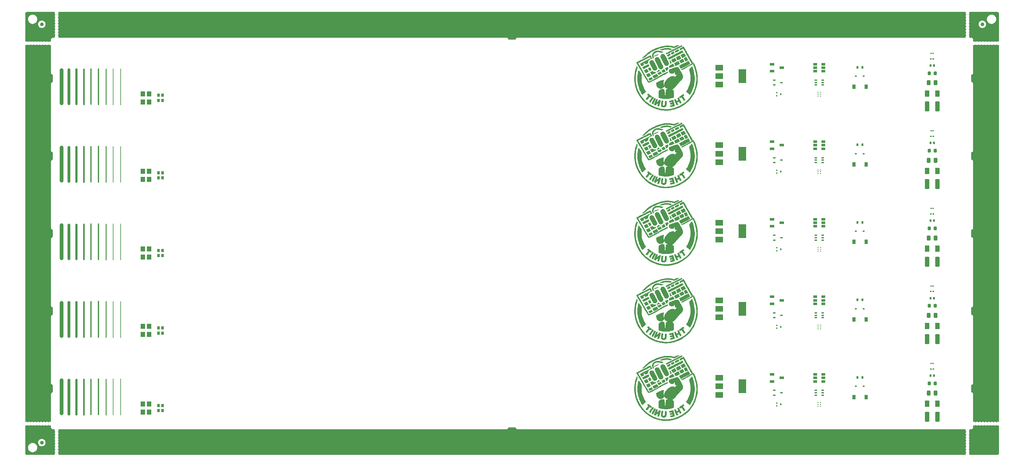
<source format=gbl>
G04 #@! TF.GenerationSoftware,KiCad,Pcbnew,8.0.2*
G04 #@! TF.CreationDate,2024-06-02T18:46:01+02:00*
G04 #@! TF.ProjectId,KeyboardUnitRuler-panel,4b657962-6f61-4726-9455-6e697452756c,rev?*
G04 #@! TF.SameCoordinates,Original*
G04 #@! TF.FileFunction,Copper,L2,Bot*
G04 #@! TF.FilePolarity,Positive*
%FSLAX46Y46*%
G04 Gerber Fmt 4.6, Leading zero omitted, Abs format (unit mm)*
G04 Created by KiCad (PCBNEW 8.0.2) date 2024-06-02 18:46:01*
%MOMM*%
%LPD*%
G01*
G04 APERTURE LIST*
G04 Aperture macros list*
%AMRoundRect*
0 Rectangle with rounded corners*
0 $1 Rounding radius*
0 $2 $3 $4 $5 $6 $7 $8 $9 X,Y pos of 4 corners*
0 Add a 4 corners polygon primitive as box body*
4,1,4,$2,$3,$4,$5,$6,$7,$8,$9,$2,$3,0*
0 Add four circle primitives for the rounded corners*
1,1,$1+$1,$2,$3*
1,1,$1+$1,$4,$5*
1,1,$1+$1,$6,$7*
1,1,$1+$1,$8,$9*
0 Add four rect primitives between the rounded corners*
20,1,$1+$1,$2,$3,$4,$5,0*
20,1,$1+$1,$4,$5,$6,$7,0*
20,1,$1+$1,$6,$7,$8,$9,0*
20,1,$1+$1,$8,$9,$2,$3,0*%
G04 Aperture macros list end*
G04 #@! TA.AperFunction,NonConductor*
%ADD10C,0.457200*%
G04 #@! TD*
G04 #@! TA.AperFunction,NonConductor*
%ADD11C,0.762000*%
G04 #@! TD*
G04 #@! TA.AperFunction,NonConductor*
%ADD12C,0.254000*%
G04 #@! TD*
G04 #@! TA.AperFunction,NonConductor*
%ADD13C,0.203200*%
G04 #@! TD*
G04 #@! TA.AperFunction,NonConductor*
%ADD14C,0.355600*%
G04 #@! TD*
G04 #@! TA.AperFunction,NonConductor*
%ADD15C,0.304800*%
G04 #@! TD*
G04 #@! TA.AperFunction,NonConductor*
%ADD16C,0.609600*%
G04 #@! TD*
G04 #@! TA.AperFunction,NonConductor*
%ADD17C,1.016000*%
G04 #@! TD*
G04 #@! TA.AperFunction,NonConductor*
%ADD18C,0.152400*%
G04 #@! TD*
G04 #@! TA.AperFunction,EtchedComponent*
%ADD19C,0.010000*%
G04 #@! TD*
G04 #@! TA.AperFunction,SMDPad,CuDef*
%ADD20RoundRect,0.218750X0.218750X0.256250X-0.218750X0.256250X-0.218750X-0.256250X0.218750X-0.256250X0*%
G04 #@! TD*
G04 #@! TA.AperFunction,SMDPad,CuDef*
%ADD21R,0.700000X0.450000*%
G04 #@! TD*
G04 #@! TA.AperFunction,SMDPad,CuDef*
%ADD22RoundRect,0.250000X0.375000X0.625000X-0.375000X0.625000X-0.375000X-0.625000X0.375000X-0.625000X0*%
G04 #@! TD*
G04 #@! TA.AperFunction,SMDPad,CuDef*
%ADD23R,0.600000X0.700000*%
G04 #@! TD*
G04 #@! TA.AperFunction,SMDPad,CuDef*
%ADD24R,1.220000X0.650000*%
G04 #@! TD*
G04 #@! TA.AperFunction,SMDPad,CuDef*
%ADD25R,0.650000X0.400000*%
G04 #@! TD*
G04 #@! TA.AperFunction,SMDPad,CuDef*
%ADD26R,0.600000X0.450000*%
G04 #@! TD*
G04 #@! TA.AperFunction,SMDPad,CuDef*
%ADD27R,1.060000X0.650000*%
G04 #@! TD*
G04 #@! TA.AperFunction,SMDPad,CuDef*
%ADD28R,0.330000X0.270000*%
G04 #@! TD*
G04 #@! TA.AperFunction,SMDPad,CuDef*
%ADD29C,1.000000*%
G04 #@! TD*
G04 #@! TA.AperFunction,SMDPad,CuDef*
%ADD30RoundRect,0.250000X0.375000X1.075000X-0.375000X1.075000X-0.375000X-1.075000X0.375000X-1.075000X0*%
G04 #@! TD*
G04 #@! TA.AperFunction,SMDPad,CuDef*
%ADD31R,0.800000X0.900000*%
G04 #@! TD*
G04 #@! TA.AperFunction,SMDPad,CuDef*
%ADD32R,1.200000X1.400000*%
G04 #@! TD*
G04 #@! TA.AperFunction,SMDPad,CuDef*
%ADD33RoundRect,0.147500X0.147500X0.172500X-0.147500X0.172500X-0.147500X-0.172500X0.147500X-0.172500X0*%
G04 #@! TD*
G04 #@! TA.AperFunction,SMDPad,CuDef*
%ADD34RoundRect,0.075000X0.125000X0.075000X-0.125000X0.075000X-0.125000X-0.075000X0.125000X-0.075000X0*%
G04 #@! TD*
G04 #@! TA.AperFunction,SMDPad,CuDef*
%ADD35R,2.000000X1.500000*%
G04 #@! TD*
G04 #@! TA.AperFunction,SMDPad,CuDef*
%ADD36R,2.000000X3.800000*%
G04 #@! TD*
G04 #@! TA.AperFunction,SMDPad,CuDef*
%ADD37RoundRect,0.243750X0.243750X0.456250X-0.243750X0.456250X-0.243750X-0.456250X0.243750X-0.456250X0*%
G04 #@! TD*
G04 #@! TA.AperFunction,SMDPad,CuDef*
%ADD38R,0.900000X1.200000*%
G04 #@! TD*
G04 #@! TA.AperFunction,SMDPad,CuDef*
%ADD39RoundRect,0.100000X0.130000X0.100000X-0.130000X0.100000X-0.130000X-0.100000X0.130000X-0.100000X0*%
G04 #@! TD*
G04 #@! TA.AperFunction,SMDPad,CuDef*
%ADD40R,0.450000X0.400000*%
G04 #@! TD*
G04 #@! TA.AperFunction,SMDPad,CuDef*
%ADD41R,0.450000X0.500000*%
G04 #@! TD*
G04 APERTURE END LIST*
D10*
X16329926Y42057480D02*
X16329926Y32537480D01*
D11*
X12329926Y84007480D02*
X12329926Y74797480D01*
D12*
X22329926Y63207480D02*
X22329926Y53487480D01*
D10*
X16329926Y21007480D02*
X16329926Y11487480D01*
D12*
X22329926Y21107480D02*
X22329926Y11387480D01*
D13*
X24329926Y84307480D02*
X24329926Y74507480D01*
D10*
X16329926Y105207480D02*
X16329926Y95687480D01*
D14*
X18329926Y84207480D02*
X18329926Y74607480D01*
D11*
X12329926Y105057480D02*
X12329926Y95847480D01*
D15*
X20329926Y63207480D02*
X20329926Y53517480D01*
D16*
X14329926Y63057480D02*
X14329926Y53667480D01*
D11*
X12329926Y41907480D02*
X12329926Y32697480D01*
D15*
X20329926Y42157480D02*
X20329926Y32467480D01*
X20329926Y105307480D02*
X20329926Y95617480D01*
D17*
X10329926Y104957480D02*
X10329926Y95967480D01*
D14*
X18329926Y63157480D02*
X18329926Y53557480D01*
D17*
X10329926Y20757480D02*
X10329926Y11767480D01*
D18*
X26329926Y84307480D02*
X26329926Y74507480D01*
D15*
X20329926Y84257480D02*
X20329926Y74567480D01*
D14*
X18329926Y42107480D02*
X18329926Y32507480D01*
D16*
X14329926Y20957480D02*
X14329926Y11567480D01*
D18*
X26329926Y42207480D02*
X26329926Y32407480D01*
D15*
X20329926Y21107480D02*
X20329926Y11417480D01*
D12*
X22329926Y42157480D02*
X22329926Y32437480D01*
X22329926Y105307480D02*
X22329926Y95587480D01*
D17*
X10329926Y83907480D02*
X10329926Y74917480D01*
D11*
X12329926Y62957480D02*
X12329926Y53747480D01*
D13*
X24329926Y105357480D02*
X24329926Y95557480D01*
D12*
X22329926Y84257480D02*
X22329926Y74537480D01*
D16*
X14329926Y105157480D02*
X14329926Y95767480D01*
D10*
X16329926Y63107480D02*
X16329926Y53587480D01*
D18*
X26329926Y21157480D02*
X26329926Y11357480D01*
X26329926Y63257480D02*
X26329926Y53457480D01*
D13*
X24329926Y21157480D02*
X24329926Y11357480D01*
D16*
X14329926Y84107480D02*
X14329926Y74717480D01*
X14329926Y42007480D02*
X14329926Y32617480D01*
D10*
X16329926Y84157480D02*
X16329926Y74637480D01*
D11*
X12329926Y20857480D02*
X12329926Y11647480D01*
D17*
X10329926Y62857480D02*
X10329926Y53867480D01*
D14*
X18329926Y105257480D02*
X18329926Y95657480D01*
D13*
X24329926Y42207480D02*
X24329926Y32407480D01*
X24329926Y63257480D02*
X24329926Y53457480D01*
D14*
X18329926Y21057480D02*
X18329926Y11457480D01*
D17*
X10329926Y41807480D02*
X10329926Y32817480D01*
D18*
X26329926Y105357480D02*
X26329926Y95557480D01*
D19*
G04 #@! TO.C,Ref\u002A\u002A*
X175190903Y44413656D02*
X175203648Y44397645D01*
X175235629Y44348158D01*
X175278261Y44275934D01*
X175327573Y44188403D01*
X175379596Y44092994D01*
X175430359Y43997134D01*
X175475892Y43908253D01*
X175512225Y43833780D01*
X175535388Y43781144D01*
X175541412Y43757774D01*
X175539234Y43755242D01*
X175508419Y43734497D01*
X175451398Y43703531D01*
X175378508Y43668039D01*
X175227942Y43598267D01*
X175205192Y43805423D01*
X175196916Y43872832D01*
X175177375Y43980168D01*
X175148759Y44074104D01*
X175105942Y44173664D01*
X175029443Y44334749D01*
X175096863Y44387513D01*
X175132565Y44413217D01*
X175166404Y44425955D01*
X175190903Y44413656D01*
G04 #@! TA.AperFunction,EtchedComponent*
G36*
X175190903Y44413656D02*
G01*
X175203648Y44397645D01*
X175235629Y44348158D01*
X175278261Y44275934D01*
X175327573Y44188403D01*
X175379596Y44092994D01*
X175430359Y43997134D01*
X175475892Y43908253D01*
X175512225Y43833780D01*
X175535388Y43781144D01*
X175541412Y43757774D01*
X175539234Y43755242D01*
X175508419Y43734497D01*
X175451398Y43703531D01*
X175378508Y43668039D01*
X175227942Y43598267D01*
X175205192Y43805423D01*
X175196916Y43872832D01*
X175177375Y43980168D01*
X175148759Y44074104D01*
X175105942Y44173664D01*
X175029443Y44334749D01*
X175096863Y44387513D01*
X175132565Y44413217D01*
X175166404Y44425955D01*
X175190903Y44413656D01*
G37*
G04 #@! TD.AperFunction*
X172114346Y41795657D02*
X172190104Y41755757D01*
X172259406Y41717458D01*
X172300015Y41687169D01*
X172310522Y41660170D01*
X172289521Y41631739D01*
X172235603Y41597156D01*
X172147360Y41551701D01*
X172023384Y41490651D01*
X171939257Y41449485D01*
X171839419Y41401932D01*
X171756901Y41364115D01*
X171698528Y41339144D01*
X171671125Y41330129D01*
X171668433Y41330364D01*
X171635811Y41348970D01*
X171597572Y41388218D01*
X171593430Y41393496D01*
X171567160Y41430791D01*
X171566664Y41450858D01*
X171590744Y41467593D01*
X171596194Y41470877D01*
X171638644Y41504280D01*
X171698434Y41558643D01*
X171766552Y41624994D01*
X171833989Y41694360D01*
X171891735Y41757766D01*
X171930780Y41806241D01*
X171975264Y41869602D01*
X172114346Y41795657D01*
G04 #@! TA.AperFunction,EtchedComponent*
G36*
X172114346Y41795657D02*
G01*
X172190104Y41755757D01*
X172259406Y41717458D01*
X172300015Y41687169D01*
X172310522Y41660170D01*
X172289521Y41631739D01*
X172235603Y41597156D01*
X172147360Y41551701D01*
X172023384Y41490651D01*
X171939257Y41449485D01*
X171839419Y41401932D01*
X171756901Y41364115D01*
X171698528Y41339144D01*
X171671125Y41330129D01*
X171668433Y41330364D01*
X171635811Y41348970D01*
X171597572Y41388218D01*
X171593430Y41393496D01*
X171567160Y41430791D01*
X171566664Y41450858D01*
X171590744Y41467593D01*
X171596194Y41470877D01*
X171638644Y41504280D01*
X171698434Y41558643D01*
X171766552Y41624994D01*
X171833989Y41694360D01*
X171891735Y41757766D01*
X171930780Y41806241D01*
X171975264Y41869602D01*
X172114346Y41795657D01*
G37*
G04 #@! TD.AperFunction*
X172607327Y41381413D02*
X172619454Y41370173D01*
X172653063Y41325782D01*
X172695627Y41260067D01*
X172740822Y41183883D01*
X172782325Y41108082D01*
X172813810Y41043520D01*
X172828954Y41001050D01*
X172829251Y40995382D01*
X172821251Y40977387D01*
X172796737Y40954670D01*
X172751371Y40924525D01*
X172680820Y40884243D01*
X172580746Y40831119D01*
X172446814Y40762443D01*
X172328836Y40701991D01*
X172222343Y40648189D01*
X172142726Y40612725D01*
X172083617Y40596261D01*
X172038649Y40599458D01*
X172001454Y40622977D01*
X171965663Y40667481D01*
X171924908Y40733632D01*
X171872821Y40822091D01*
X171764938Y41001970D01*
X172169272Y41202327D01*
X172283482Y41258409D01*
X172400187Y41313897D01*
X172486855Y41352278D01*
X172547554Y41375214D01*
X172586355Y41384371D01*
X172607327Y41381413D01*
G04 #@! TA.AperFunction,EtchedComponent*
G36*
X172607327Y41381413D02*
G01*
X172619454Y41370173D01*
X172653063Y41325782D01*
X172695627Y41260067D01*
X172740822Y41183883D01*
X172782325Y41108082D01*
X172813810Y41043520D01*
X172828954Y41001050D01*
X172829251Y40995382D01*
X172821251Y40977387D01*
X172796737Y40954670D01*
X172751371Y40924525D01*
X172680820Y40884243D01*
X172580746Y40831119D01*
X172446814Y40762443D01*
X172328836Y40701991D01*
X172222343Y40648189D01*
X172142726Y40612725D01*
X172083617Y40596261D01*
X172038649Y40599458D01*
X172001454Y40622977D01*
X171965663Y40667481D01*
X171924908Y40733632D01*
X171872821Y40822091D01*
X171764938Y41001970D01*
X172169272Y41202327D01*
X172283482Y41258409D01*
X172400187Y41313897D01*
X172486855Y41352278D01*
X172547554Y41375214D01*
X172586355Y41384371D01*
X172607327Y41381413D01*
G37*
G04 #@! TD.AperFunction*
X171952749Y46104628D02*
X171956401Y46096246D01*
X171940334Y46066014D01*
X171894382Y46024599D01*
X171824893Y45975921D01*
X171738212Y45923900D01*
X171640688Y45872456D01*
X171538666Y45825509D01*
X171438492Y45786979D01*
X171392910Y45771036D01*
X171276697Y45727362D01*
X171162409Y45680903D01*
X171069290Y45639355D01*
X171044575Y45627576D01*
X170973924Y45594865D01*
X170921522Y45572040D01*
X170897256Y45563462D01*
X170896330Y45563486D01*
X170868260Y45581053D01*
X170847129Y45616426D01*
X170846195Y45647729D01*
X170854484Y45656481D01*
X170897846Y45684895D01*
X170970463Y45723398D01*
X171066184Y45769449D01*
X171178861Y45820509D01*
X171302345Y45874039D01*
X171430485Y45927500D01*
X171557132Y45978354D01*
X171676138Y46024059D01*
X171781351Y46062079D01*
X171866624Y46089873D01*
X171925806Y46104903D01*
X171952749Y46104628D01*
G04 #@! TA.AperFunction,EtchedComponent*
G36*
X171952749Y46104628D02*
G01*
X171956401Y46096246D01*
X171940334Y46066014D01*
X171894382Y46024599D01*
X171824893Y45975921D01*
X171738212Y45923900D01*
X171640688Y45872456D01*
X171538666Y45825509D01*
X171438492Y45786979D01*
X171392910Y45771036D01*
X171276697Y45727362D01*
X171162409Y45680903D01*
X171069290Y45639355D01*
X171044575Y45627576D01*
X170973924Y45594865D01*
X170921522Y45572040D01*
X170897256Y45563462D01*
X170896330Y45563486D01*
X170868260Y45581053D01*
X170847129Y45616426D01*
X170846195Y45647729D01*
X170854484Y45656481D01*
X170897846Y45684895D01*
X170970463Y45723398D01*
X171066184Y45769449D01*
X171178861Y45820509D01*
X171302345Y45874039D01*
X171430485Y45927500D01*
X171557132Y45978354D01*
X171676138Y46024059D01*
X171781351Y46062079D01*
X171866624Y46089873D01*
X171925806Y46104903D01*
X171952749Y46104628D01*
G37*
G04 #@! TD.AperFunction*
X176110292Y46828082D02*
X176114956Y46820718D01*
X176154172Y46753197D01*
X176194707Y46675493D01*
X176232216Y46597061D01*
X176262354Y46527356D01*
X176280776Y46475832D01*
X176283138Y46451945D01*
X176265984Y46440823D01*
X176216012Y46412477D01*
X176140203Y46371192D01*
X176045046Y46320492D01*
X175937026Y46263901D01*
X175846267Y46216991D01*
X175749450Y46167597D01*
X175671109Y46128356D01*
X175617583Y46102435D01*
X175595210Y46093005D01*
X175587072Y46100973D01*
X175562185Y46139271D01*
X175526254Y46202066D01*
X175484006Y46281353D01*
X175386533Y46470078D01*
X175455405Y46512343D01*
X175468692Y46520227D01*
X175524436Y46551606D01*
X175605511Y46595938D01*
X175703211Y46648491D01*
X175808831Y46704531D01*
X175887266Y46745319D01*
X175984470Y46793284D01*
X176051520Y46822033D01*
X176092199Y46833115D01*
X176110292Y46828082D01*
G04 #@! TA.AperFunction,EtchedComponent*
G36*
X176110292Y46828082D02*
G01*
X176114956Y46820718D01*
X176154172Y46753197D01*
X176194707Y46675493D01*
X176232216Y46597061D01*
X176262354Y46527356D01*
X176280776Y46475832D01*
X176283138Y46451945D01*
X176265984Y46440823D01*
X176216012Y46412477D01*
X176140203Y46371192D01*
X176045046Y46320492D01*
X175937026Y46263901D01*
X175846267Y46216991D01*
X175749450Y46167597D01*
X175671109Y46128356D01*
X175617583Y46102435D01*
X175595210Y46093005D01*
X175587072Y46100973D01*
X175562185Y46139271D01*
X175526254Y46202066D01*
X175484006Y46281353D01*
X175386533Y46470078D01*
X175455405Y46512343D01*
X175468692Y46520227D01*
X175524436Y46551606D01*
X175605511Y46595938D01*
X175703211Y46648491D01*
X175808831Y46704531D01*
X175887266Y46745319D01*
X175984470Y46793284D01*
X176051520Y46822033D01*
X176092199Y46833115D01*
X176110292Y46828082D01*
G37*
G04 #@! TD.AperFunction*
X169673256Y42551795D02*
X169701878Y42524333D01*
X169740215Y42471645D01*
X169790381Y42390476D01*
X169854487Y42277576D01*
X169934648Y42129691D01*
X169978769Y42047230D01*
X170014741Y41972881D01*
X170028259Y41919718D01*
X170016332Y41879539D01*
X169975969Y41844144D01*
X169904180Y41805332D01*
X169797974Y41754902D01*
X169740717Y41727910D01*
X169665861Y41694343D01*
X169616398Y41676884D01*
X169584261Y41674002D01*
X169561385Y41684164D01*
X169539700Y41705837D01*
X169514450Y41740225D01*
X169475191Y41802473D01*
X169427886Y41882879D01*
X169376765Y41973646D01*
X169326058Y42066974D01*
X169279995Y42155066D01*
X169242808Y42230123D01*
X169218725Y42284349D01*
X169211978Y42309944D01*
X169223936Y42322794D01*
X169266980Y42353539D01*
X169332021Y42394005D01*
X169409611Y42438924D01*
X169490305Y42483030D01*
X169564654Y42521055D01*
X169623212Y42547733D01*
X169656532Y42557795D01*
X169673256Y42551795D01*
G04 #@! TA.AperFunction,EtchedComponent*
G36*
X169673256Y42551795D02*
G01*
X169701878Y42524333D01*
X169740215Y42471645D01*
X169790381Y42390476D01*
X169854487Y42277576D01*
X169934648Y42129691D01*
X169978769Y42047230D01*
X170014741Y41972881D01*
X170028259Y41919718D01*
X170016332Y41879539D01*
X169975969Y41844144D01*
X169904180Y41805332D01*
X169797974Y41754902D01*
X169740717Y41727910D01*
X169665861Y41694343D01*
X169616398Y41676884D01*
X169584261Y41674002D01*
X169561385Y41684164D01*
X169539700Y41705837D01*
X169514450Y41740225D01*
X169475191Y41802473D01*
X169427886Y41882879D01*
X169376765Y41973646D01*
X169326058Y42066974D01*
X169279995Y42155066D01*
X169242808Y42230123D01*
X169218725Y42284349D01*
X169211978Y42309944D01*
X169223936Y42322794D01*
X169266980Y42353539D01*
X169332021Y42394005D01*
X169409611Y42438924D01*
X169490305Y42483030D01*
X169564654Y42521055D01*
X169623212Y42547733D01*
X169656532Y42557795D01*
X169673256Y42551795D01*
G37*
G04 #@! TD.AperFunction*
X171012103Y34194149D02*
X171029857Y34184936D01*
X171104313Y34141790D01*
X171168511Y34098769D01*
X171210099Y34063493D01*
X171224936Y34032996D01*
X171216514Y33994971D01*
X171206466Y33971600D01*
X171177477Y33909808D01*
X171134141Y33820405D01*
X171079452Y33709330D01*
X171016406Y33582519D01*
X170947996Y33445910D01*
X170877217Y33305440D01*
X170807064Y33167048D01*
X170740531Y33036670D01*
X170680612Y32920244D01*
X170630303Y32823707D01*
X170592597Y32752996D01*
X170570490Y32714050D01*
X170552007Y32686555D01*
X170520716Y32648485D01*
X170501726Y32637041D01*
X170396255Y32695947D01*
X170300519Y32759032D01*
X170241914Y32811615D01*
X170222026Y32852474D01*
X170222072Y32853968D01*
X170234004Y32896106D01*
X170266822Y32974255D01*
X170320229Y33087819D01*
X170393931Y33236206D01*
X170487634Y33418821D01*
X170601042Y33635070D01*
X170733861Y33884358D01*
X170923763Y34238504D01*
X171012103Y34194149D01*
G04 #@! TA.AperFunction,EtchedComponent*
G36*
X171012103Y34194149D02*
G01*
X171029857Y34184936D01*
X171104313Y34141790D01*
X171168511Y34098769D01*
X171210099Y34063493D01*
X171224936Y34032996D01*
X171216514Y33994971D01*
X171206466Y33971600D01*
X171177477Y33909808D01*
X171134141Y33820405D01*
X171079452Y33709330D01*
X171016406Y33582519D01*
X170947996Y33445910D01*
X170877217Y33305440D01*
X170807064Y33167048D01*
X170740531Y33036670D01*
X170680612Y32920244D01*
X170630303Y32823707D01*
X170592597Y32752996D01*
X170570490Y32714050D01*
X170552007Y32686555D01*
X170520716Y32648485D01*
X170501726Y32637041D01*
X170396255Y32695947D01*
X170300519Y32759032D01*
X170241914Y32811615D01*
X170222026Y32852474D01*
X170222072Y32853968D01*
X170234004Y32896106D01*
X170266822Y32974255D01*
X170320229Y33087819D01*
X170393931Y33236206D01*
X170487634Y33418821D01*
X170601042Y33635070D01*
X170733861Y33884358D01*
X170923763Y34238504D01*
X171012103Y34194149D01*
G37*
G04 #@! TD.AperFunction*
X174480637Y42639711D02*
X174504938Y42610150D01*
X174540896Y42555059D01*
X174582731Y42483039D01*
X174670735Y42323615D01*
X174593103Y42237686D01*
X174511369Y42138175D01*
X174418325Y41985549D01*
X174366839Y41835957D01*
X174360513Y41806871D01*
X174341775Y41745518D01*
X174316498Y41708557D01*
X174276919Y41682766D01*
X174272979Y41680819D01*
X174221938Y41658801D01*
X174187043Y41648983D01*
X174172861Y41662388D01*
X174142186Y41706740D01*
X174099915Y41775048D01*
X174050108Y41859997D01*
X173996824Y41954273D01*
X173944124Y42050562D01*
X173896067Y42141549D01*
X173856714Y42219921D01*
X173830124Y42278364D01*
X173820359Y42309562D01*
X173829431Y42319555D01*
X173869861Y42346298D01*
X173935797Y42384300D01*
X174019667Y42429714D01*
X174113901Y42478694D01*
X174210930Y42527394D01*
X174303182Y42571967D01*
X174383087Y42608567D01*
X174443076Y42633347D01*
X174475576Y42642462D01*
X174480637Y42639711D01*
G04 #@! TA.AperFunction,EtchedComponent*
G36*
X174480637Y42639711D02*
G01*
X174504938Y42610150D01*
X174540896Y42555059D01*
X174582731Y42483039D01*
X174670735Y42323615D01*
X174593103Y42237686D01*
X174511369Y42138175D01*
X174418325Y41985549D01*
X174366839Y41835957D01*
X174360513Y41806871D01*
X174341775Y41745518D01*
X174316498Y41708557D01*
X174276919Y41682766D01*
X174272979Y41680819D01*
X174221938Y41658801D01*
X174187043Y41648983D01*
X174172861Y41662388D01*
X174142186Y41706740D01*
X174099915Y41775048D01*
X174050108Y41859997D01*
X173996824Y41954273D01*
X173944124Y42050562D01*
X173896067Y42141549D01*
X173856714Y42219921D01*
X173830124Y42278364D01*
X173820359Y42309562D01*
X173829431Y42319555D01*
X173869861Y42346298D01*
X173935797Y42384300D01*
X174019667Y42429714D01*
X174113901Y42478694D01*
X174210930Y42527394D01*
X174303182Y42571967D01*
X174383087Y42608567D01*
X174443076Y42633347D01*
X174475576Y42642462D01*
X174480637Y42639711D01*
G37*
G04 #@! TD.AperFunction*
X175064345Y46270280D02*
X175087715Y46245866D01*
X175124099Y46191560D01*
X175164011Y46121392D01*
X175200795Y46047938D01*
X175227797Y45983772D01*
X175238362Y45941468D01*
X175234905Y45932880D01*
X175201906Y45903580D01*
X175133124Y45859638D01*
X175027503Y45800410D01*
X174883984Y45725252D01*
X174881926Y45724199D01*
X174769635Y45667623D01*
X174669879Y45619009D01*
X174588903Y45581268D01*
X174532954Y45557314D01*
X174508276Y45550058D01*
X174503066Y45553842D01*
X174478577Y45586259D01*
X174443114Y45643954D01*
X174402442Y45717790D01*
X174366904Y45788095D01*
X174341018Y45849467D01*
X174332964Y45889751D01*
X174340182Y45917145D01*
X174358771Y45933781D01*
X174410659Y45967850D01*
X174488449Y46013488D01*
X174585499Y46066825D01*
X174695167Y46123991D01*
X174775293Y46164386D01*
X174880484Y46215729D01*
X174956842Y46249952D01*
X175009511Y46269094D01*
X175043631Y46275190D01*
X175064345Y46270280D01*
G04 #@! TA.AperFunction,EtchedComponent*
G36*
X175064345Y46270280D02*
G01*
X175087715Y46245866D01*
X175124099Y46191560D01*
X175164011Y46121392D01*
X175200795Y46047938D01*
X175227797Y45983772D01*
X175238362Y45941468D01*
X175234905Y45932880D01*
X175201906Y45903580D01*
X175133124Y45859638D01*
X175027503Y45800410D01*
X174883984Y45725252D01*
X174881926Y45724199D01*
X174769635Y45667623D01*
X174669879Y45619009D01*
X174588903Y45581268D01*
X174532954Y45557314D01*
X174508276Y45550058D01*
X174503066Y45553842D01*
X174478577Y45586259D01*
X174443114Y45643954D01*
X174402442Y45717790D01*
X174366904Y45788095D01*
X174341018Y45849467D01*
X174332964Y45889751D01*
X174340182Y45917145D01*
X174358771Y45933781D01*
X174410659Y45967850D01*
X174488449Y46013488D01*
X174585499Y46066825D01*
X174695167Y46123991D01*
X174775293Y46164386D01*
X174880484Y46215729D01*
X174956842Y46249952D01*
X175009511Y46269094D01*
X175043631Y46275190D01*
X175064345Y46270280D01*
G37*
G04 #@! TD.AperFunction*
X170132414Y39876389D02*
X170177022Y39830681D01*
X170229960Y39760719D01*
X170285795Y39673756D01*
X170339089Y39577045D01*
X170398061Y39460579D01*
X170350762Y39422279D01*
X170320123Y39400098D01*
X170245079Y39353493D01*
X170146333Y39297761D01*
X170033122Y39237879D01*
X169914683Y39178826D01*
X169800252Y39125580D01*
X169756847Y39106522D01*
X169681346Y39074750D01*
X169624746Y39052758D01*
X169596847Y39044456D01*
X169581607Y39055878D01*
X169548942Y39096520D01*
X169506082Y39158136D01*
X169458575Y39231804D01*
X169411968Y39308607D01*
X169371810Y39379625D01*
X169343646Y39435939D01*
X169333026Y39468629D01*
X169335926Y39487350D01*
X169359484Y39526414D01*
X169359691Y39526583D01*
X169391892Y39546736D01*
X169453272Y39580192D01*
X169536407Y39623319D01*
X169633874Y39672483D01*
X169738251Y39724051D01*
X169842113Y39774391D01*
X169938039Y39819868D01*
X170018605Y39856850D01*
X170076388Y39881704D01*
X170103964Y39890795D01*
X170132414Y39876389D01*
G04 #@! TA.AperFunction,EtchedComponent*
G36*
X170132414Y39876389D02*
G01*
X170177022Y39830681D01*
X170229960Y39760719D01*
X170285795Y39673756D01*
X170339089Y39577045D01*
X170398061Y39460579D01*
X170350762Y39422279D01*
X170320123Y39400098D01*
X170245079Y39353493D01*
X170146333Y39297761D01*
X170033122Y39237879D01*
X169914683Y39178826D01*
X169800252Y39125580D01*
X169756847Y39106522D01*
X169681346Y39074750D01*
X169624746Y39052758D01*
X169596847Y39044456D01*
X169581607Y39055878D01*
X169548942Y39096520D01*
X169506082Y39158136D01*
X169458575Y39231804D01*
X169411968Y39308607D01*
X169371810Y39379625D01*
X169343646Y39435939D01*
X169333026Y39468629D01*
X169335926Y39487350D01*
X169359484Y39526414D01*
X169359691Y39526583D01*
X169391892Y39546736D01*
X169453272Y39580192D01*
X169536407Y39623319D01*
X169633874Y39672483D01*
X169738251Y39724051D01*
X169842113Y39774391D01*
X169938039Y39819868D01*
X170018605Y39856850D01*
X170076388Y39881704D01*
X170103964Y39890795D01*
X170132414Y39876389D01*
G37*
G04 #@! TD.AperFunction*
X177369954Y47452253D02*
X177388478Y47432207D01*
X177399670Y47416477D01*
X177435827Y47358007D01*
X177474662Y47287262D01*
X177510021Y47216362D01*
X177535749Y47157427D01*
X177545692Y47122577D01*
X177532700Y47105812D01*
X177482045Y47070237D01*
X177393714Y47018370D01*
X177268322Y46950566D01*
X177106484Y46867184D01*
X177031616Y46829361D01*
X176913390Y46769979D01*
X176811147Y46719055D01*
X176730325Y46679276D01*
X176676357Y46653329D01*
X176654681Y46643898D01*
X176647199Y46647241D01*
X176619119Y46676361D01*
X176579688Y46727739D01*
X176535037Y46792026D01*
X176491298Y46859871D01*
X176454601Y46921926D01*
X176431080Y46968842D01*
X176426864Y46991268D01*
X176432125Y46994916D01*
X176468679Y47015921D01*
X176533355Y47051182D01*
X176619349Y47097143D01*
X176719852Y47150246D01*
X176828060Y47206935D01*
X176937166Y47263651D01*
X177040364Y47316837D01*
X177130848Y47362936D01*
X177201812Y47398391D01*
X177246450Y47419644D01*
X177309831Y47446693D01*
X177347594Y47457422D01*
X177369954Y47452253D01*
G04 #@! TA.AperFunction,EtchedComponent*
G36*
X177369954Y47452253D02*
G01*
X177388478Y47432207D01*
X177399670Y47416477D01*
X177435827Y47358007D01*
X177474662Y47287262D01*
X177510021Y47216362D01*
X177535749Y47157427D01*
X177545692Y47122577D01*
X177532700Y47105812D01*
X177482045Y47070237D01*
X177393714Y47018370D01*
X177268322Y46950566D01*
X177106484Y46867184D01*
X177031616Y46829361D01*
X176913390Y46769979D01*
X176811147Y46719055D01*
X176730325Y46679276D01*
X176676357Y46653329D01*
X176654681Y46643898D01*
X176647199Y46647241D01*
X176619119Y46676361D01*
X176579688Y46727739D01*
X176535037Y46792026D01*
X176491298Y46859871D01*
X176454601Y46921926D01*
X176431080Y46968842D01*
X176426864Y46991268D01*
X176432125Y46994916D01*
X176468679Y47015921D01*
X176533355Y47051182D01*
X176619349Y47097143D01*
X176719852Y47150246D01*
X176828060Y47206935D01*
X176937166Y47263651D01*
X177040364Y47316837D01*
X177130848Y47362936D01*
X177201812Y47398391D01*
X177246450Y47419644D01*
X177309831Y47446693D01*
X177347594Y47457422D01*
X177369954Y47452253D01*
G37*
G04 #@! TD.AperFunction*
X170514619Y34474313D02*
X170539328Y34459707D01*
X170604264Y34419404D01*
X170649528Y34388390D01*
X170666526Y34372430D01*
X170661870Y34359657D01*
X170635042Y34310862D01*
X170584409Y34227243D01*
X170510020Y34108878D01*
X170411924Y33955844D01*
X170290169Y33768222D01*
X170144807Y33546087D01*
X170134753Y33530788D01*
X170050657Y33403917D01*
X169973881Y33289982D01*
X169907564Y33193501D01*
X169854847Y33118992D01*
X169818871Y33070973D01*
X169802775Y33053962D01*
X169797686Y33055445D01*
X169763825Y33074968D01*
X169708758Y33112398D01*
X169641555Y33161674D01*
X169605406Y33189615D01*
X169545355Y33241379D01*
X169515829Y33278160D01*
X169512686Y33304549D01*
X169514386Y33308114D01*
X169534885Y33342370D01*
X169574865Y33405140D01*
X169630876Y33491264D01*
X169699465Y33595581D01*
X169777181Y33712932D01*
X169860574Y33838156D01*
X169946191Y33966093D01*
X170030583Y34091582D01*
X170110296Y34209463D01*
X170181882Y34314576D01*
X170241887Y34401761D01*
X170286861Y34465858D01*
X170313352Y34501705D01*
X170362713Y34563031D01*
X170514619Y34474313D01*
G04 #@! TA.AperFunction,EtchedComponent*
G36*
X170514619Y34474313D02*
G01*
X170539328Y34459707D01*
X170604264Y34419404D01*
X170649528Y34388390D01*
X170666526Y34372430D01*
X170661870Y34359657D01*
X170635042Y34310862D01*
X170584409Y34227243D01*
X170510020Y34108878D01*
X170411924Y33955844D01*
X170290169Y33768222D01*
X170144807Y33546087D01*
X170134753Y33530788D01*
X170050657Y33403917D01*
X169973881Y33289982D01*
X169907564Y33193501D01*
X169854847Y33118992D01*
X169818871Y33070973D01*
X169802775Y33053962D01*
X169797686Y33055445D01*
X169763825Y33074968D01*
X169708758Y33112398D01*
X169641555Y33161674D01*
X169605406Y33189615D01*
X169545355Y33241379D01*
X169515829Y33278160D01*
X169512686Y33304549D01*
X169514386Y33308114D01*
X169534885Y33342370D01*
X169574865Y33405140D01*
X169630876Y33491264D01*
X169699465Y33595581D01*
X169777181Y33712932D01*
X169860574Y33838156D01*
X169946191Y33966093D01*
X170030583Y34091582D01*
X170110296Y34209463D01*
X170181882Y34314576D01*
X170241887Y34401761D01*
X170286861Y34465858D01*
X170313352Y34501705D01*
X170362713Y34563031D01*
X170514619Y34474313D01*
G37*
G04 #@! TD.AperFunction*
X173511247Y42106665D02*
X173532617Y42081124D01*
X173568205Y42026989D01*
X173613553Y41952222D01*
X173664202Y41864784D01*
X173715691Y41772636D01*
X173763561Y41683739D01*
X173803354Y41606054D01*
X173830610Y41547543D01*
X173840869Y41516166D01*
X173836005Y41504140D01*
X173805394Y41476843D01*
X173744200Y41438413D01*
X173649591Y41387135D01*
X173518734Y41321297D01*
X173435393Y41280562D01*
X173337680Y41233445D01*
X173258218Y41195871D01*
X173203563Y41170932D01*
X173180273Y41161719D01*
X173175054Y41163611D01*
X173148608Y41190414D01*
X173108821Y41242992D01*
X173060371Y41313771D01*
X173007938Y41395179D01*
X172956201Y41479642D01*
X172909838Y41559588D01*
X172873530Y41627443D01*
X172851955Y41675634D01*
X172849792Y41696589D01*
X172859193Y41701435D01*
X172899569Y41722145D01*
X172963793Y41755044D01*
X173043402Y41795795D01*
X173073771Y41811895D01*
X173177024Y41873020D01*
X173277816Y41940737D01*
X173358050Y42003121D01*
X173375591Y42018164D01*
X173436248Y42066212D01*
X173483959Y42098080D01*
X173509636Y42107509D01*
X173511247Y42106665D01*
G04 #@! TA.AperFunction,EtchedComponent*
G36*
X173511247Y42106665D02*
G01*
X173532617Y42081124D01*
X173568205Y42026989D01*
X173613553Y41952222D01*
X173664202Y41864784D01*
X173715691Y41772636D01*
X173763561Y41683739D01*
X173803354Y41606054D01*
X173830610Y41547543D01*
X173840869Y41516166D01*
X173836005Y41504140D01*
X173805394Y41476843D01*
X173744200Y41438413D01*
X173649591Y41387135D01*
X173518734Y41321297D01*
X173435393Y41280562D01*
X173337680Y41233445D01*
X173258218Y41195871D01*
X173203563Y41170932D01*
X173180273Y41161719D01*
X173175054Y41163611D01*
X173148608Y41190414D01*
X173108821Y41242992D01*
X173060371Y41313771D01*
X173007938Y41395179D01*
X172956201Y41479642D01*
X172909838Y41559588D01*
X172873530Y41627443D01*
X172851955Y41675634D01*
X172849792Y41696589D01*
X172859193Y41701435D01*
X172899569Y41722145D01*
X172963793Y41755044D01*
X173043402Y41795795D01*
X173073771Y41811895D01*
X173177024Y41873020D01*
X173277816Y41940737D01*
X173358050Y42003121D01*
X173375591Y42018164D01*
X173436248Y42066212D01*
X173483959Y42098080D01*
X173509636Y42107509D01*
X173511247Y42106665D01*
G37*
G04 #@! TD.AperFunction*
X168883336Y42121400D02*
X168900555Y42099411D01*
X168933734Y42047173D01*
X168978536Y41972196D01*
X169030818Y41881881D01*
X169086433Y41783623D01*
X169141238Y41684823D01*
X169191089Y41592878D01*
X169231840Y41515186D01*
X169259347Y41459145D01*
X169269465Y41432153D01*
X169256882Y41418759D01*
X169212978Y41389428D01*
X169144854Y41349521D01*
X169060137Y41303192D01*
X168966453Y41254591D01*
X168871429Y41207870D01*
X168782692Y41167180D01*
X168696333Y41131576D01*
X168614002Y41106136D01*
X168552823Y41101848D01*
X168504338Y41118406D01*
X168460090Y41155504D01*
X168436228Y41184900D01*
X168394763Y41244187D01*
X168344377Y41321652D01*
X168289648Y41409635D01*
X168235158Y41500472D01*
X168185485Y41586505D01*
X168145210Y41660070D01*
X168118913Y41713508D01*
X168111174Y41739156D01*
X168111684Y41740032D01*
X168135723Y41757444D01*
X168190911Y41790433D01*
X168271397Y41835698D01*
X168371329Y41889940D01*
X168484854Y41949860D01*
X168496323Y41955827D01*
X168633496Y42025896D01*
X168737566Y42076102D01*
X168811752Y42107831D01*
X168859269Y42122469D01*
X168883336Y42121400D01*
G04 #@! TA.AperFunction,EtchedComponent*
G36*
X168883336Y42121400D02*
G01*
X168900555Y42099411D01*
X168933734Y42047173D01*
X168978536Y41972196D01*
X169030818Y41881881D01*
X169086433Y41783623D01*
X169141238Y41684823D01*
X169191089Y41592878D01*
X169231840Y41515186D01*
X169259347Y41459145D01*
X169269465Y41432153D01*
X169256882Y41418759D01*
X169212978Y41389428D01*
X169144854Y41349521D01*
X169060137Y41303192D01*
X168966453Y41254591D01*
X168871429Y41207870D01*
X168782692Y41167180D01*
X168696333Y41131576D01*
X168614002Y41106136D01*
X168552823Y41101848D01*
X168504338Y41118406D01*
X168460090Y41155504D01*
X168436228Y41184900D01*
X168394763Y41244187D01*
X168344377Y41321652D01*
X168289648Y41409635D01*
X168235158Y41500472D01*
X168185485Y41586505D01*
X168145210Y41660070D01*
X168118913Y41713508D01*
X168111174Y41739156D01*
X168111684Y41740032D01*
X168135723Y41757444D01*
X168190911Y41790433D01*
X168271397Y41835698D01*
X168371329Y41889940D01*
X168484854Y41949860D01*
X168496323Y41955827D01*
X168633496Y42025896D01*
X168737566Y42076102D01*
X168811752Y42107831D01*
X168859269Y42122469D01*
X168883336Y42121400D01*
G37*
G04 #@! TD.AperFunction*
X178933702Y46378826D02*
X178960503Y46338052D01*
X179000622Y46271777D01*
X179050258Y46186791D01*
X179105609Y46089881D01*
X179162874Y45987837D01*
X179218252Y45887446D01*
X179267940Y45795498D01*
X179308139Y45718782D01*
X179335045Y45664084D01*
X179344859Y45638195D01*
X179338871Y45631053D01*
X179301310Y45605890D01*
X179233861Y45567183D01*
X179141871Y45517842D01*
X179030685Y45460781D01*
X178905651Y45398913D01*
X178834821Y45364613D01*
X178714300Y45306937D01*
X178608943Y45257389D01*
X178524457Y45218607D01*
X178466547Y45193231D01*
X178440918Y45183900D01*
X178430763Y45188194D01*
X178398387Y45224489D01*
X178351350Y45295485D01*
X178291263Y45398488D01*
X178219738Y45530806D01*
X178138386Y45689742D01*
X178027551Y45911273D01*
X178075247Y45943742D01*
X178075252Y45943746D01*
X178108006Y45963212D01*
X178169455Y45997244D01*
X178252997Y46042383D01*
X178352033Y46095174D01*
X178459961Y46152160D01*
X178570182Y46209884D01*
X178676095Y46264889D01*
X178771099Y46313719D01*
X178848595Y46352917D01*
X178901982Y46379027D01*
X178924659Y46388590D01*
X178933702Y46378826D01*
G04 #@! TA.AperFunction,EtchedComponent*
G36*
X178933702Y46378826D02*
G01*
X178960503Y46338052D01*
X179000622Y46271777D01*
X179050258Y46186791D01*
X179105609Y46089881D01*
X179162874Y45987837D01*
X179218252Y45887446D01*
X179267940Y45795498D01*
X179308139Y45718782D01*
X179335045Y45664084D01*
X179344859Y45638195D01*
X179338871Y45631053D01*
X179301310Y45605890D01*
X179233861Y45567183D01*
X179141871Y45517842D01*
X179030685Y45460781D01*
X178905651Y45398913D01*
X178834821Y45364613D01*
X178714300Y45306937D01*
X178608943Y45257389D01*
X178524457Y45218607D01*
X178466547Y45193231D01*
X178440918Y45183900D01*
X178430763Y45188194D01*
X178398387Y45224489D01*
X178351350Y45295485D01*
X178291263Y45398488D01*
X178219738Y45530806D01*
X178138386Y45689742D01*
X178027551Y45911273D01*
X178075247Y45943742D01*
X178075252Y45943746D01*
X178108006Y45963212D01*
X178169455Y45997244D01*
X178252997Y46042383D01*
X178352033Y46095174D01*
X178459961Y46152160D01*
X178570182Y46209884D01*
X178676095Y46264889D01*
X178771099Y46313719D01*
X178848595Y46352917D01*
X178901982Y46379027D01*
X178924659Y46388590D01*
X178933702Y46378826D01*
G37*
G04 #@! TD.AperFunction*
X169520405Y40992628D02*
X169553082Y40945221D01*
X169598510Y40871840D01*
X169652810Y40778790D01*
X169712106Y40672378D01*
X169778825Y40547813D01*
X169827492Y40451273D01*
X169857543Y40383015D01*
X169870727Y40339057D01*
X169868791Y40315416D01*
X169852360Y40301179D01*
X169802475Y40269350D01*
X169726374Y40225763D01*
X169630720Y40174205D01*
X169522175Y40118461D01*
X169437814Y40077066D01*
X169332908Y40028252D01*
X169243006Y39989401D01*
X169175618Y39963721D01*
X169138251Y39954419D01*
X169107345Y39958951D01*
X169066008Y39985926D01*
X169019733Y40044254D01*
X169011651Y40056273D01*
X168967913Y40124893D01*
X168915908Y40210671D01*
X168860712Y40304737D01*
X168807398Y40398222D01*
X168761041Y40482257D01*
X168726716Y40547972D01*
X168709497Y40586500D01*
X168708118Y40601480D01*
X168717253Y40618997D01*
X168741888Y40640547D01*
X168786552Y40668992D01*
X168855778Y40707193D01*
X168954095Y40758013D01*
X169086036Y40824312D01*
X169115956Y40839168D01*
X169232579Y40895580D01*
X169335994Y40943305D01*
X169420091Y40979676D01*
X169478759Y41002024D01*
X169505891Y41007680D01*
X169520405Y40992628D01*
G04 #@! TA.AperFunction,EtchedComponent*
G36*
X169520405Y40992628D02*
G01*
X169553082Y40945221D01*
X169598510Y40871840D01*
X169652810Y40778790D01*
X169712106Y40672378D01*
X169778825Y40547813D01*
X169827492Y40451273D01*
X169857543Y40383015D01*
X169870727Y40339057D01*
X169868791Y40315416D01*
X169852360Y40301179D01*
X169802475Y40269350D01*
X169726374Y40225763D01*
X169630720Y40174205D01*
X169522175Y40118461D01*
X169437814Y40077066D01*
X169332908Y40028252D01*
X169243006Y39989401D01*
X169175618Y39963721D01*
X169138251Y39954419D01*
X169107345Y39958951D01*
X169066008Y39985926D01*
X169019733Y40044254D01*
X169011651Y40056273D01*
X168967913Y40124893D01*
X168915908Y40210671D01*
X168860712Y40304737D01*
X168807398Y40398222D01*
X168761041Y40482257D01*
X168726716Y40547972D01*
X168709497Y40586500D01*
X168708118Y40601480D01*
X168717253Y40618997D01*
X168741888Y40640547D01*
X168786552Y40668992D01*
X168855778Y40707193D01*
X168954095Y40758013D01*
X169086036Y40824312D01*
X169115956Y40839168D01*
X169232579Y40895580D01*
X169335994Y40943305D01*
X169420091Y40979676D01*
X169478759Y41002024D01*
X169505891Y41007680D01*
X169520405Y40992628D01*
G37*
G04 #@! TD.AperFunction*
X178589683Y44851010D02*
X178621578Y44805506D01*
X178664535Y44735735D01*
X178714598Y44649016D01*
X178767812Y44552669D01*
X178820220Y44454014D01*
X178867868Y44360368D01*
X178906800Y44279052D01*
X178933060Y44217385D01*
X178942692Y44182686D01*
X178940015Y44178207D01*
X178908953Y44154824D01*
X178847444Y44117168D01*
X178760989Y44068380D01*
X178655086Y44011599D01*
X178535234Y43949968D01*
X178507768Y43936183D01*
X178381391Y43874380D01*
X178269451Y43822251D01*
X178177697Y43782318D01*
X178111879Y43757106D01*
X178077746Y43749139D01*
X178062920Y43753042D01*
X178038770Y43770480D01*
X178008919Y43806166D01*
X177969953Y43864950D01*
X177918459Y43951682D01*
X177851022Y44071212D01*
X177804883Y44154845D01*
X177752724Y44251391D01*
X177711173Y44330626D01*
X177683634Y44386034D01*
X177673510Y44411099D01*
X177680249Y44417865D01*
X177718225Y44441729D01*
X177784077Y44478648D01*
X177871397Y44525390D01*
X177973777Y44578724D01*
X178084808Y44635418D01*
X178198084Y44692240D01*
X178307197Y44745960D01*
X178405737Y44793344D01*
X178487299Y44831161D01*
X178545473Y44856180D01*
X178573851Y44865169D01*
X178589683Y44851010D01*
G04 #@! TA.AperFunction,EtchedComponent*
G36*
X178589683Y44851010D02*
G01*
X178621578Y44805506D01*
X178664535Y44735735D01*
X178714598Y44649016D01*
X178767812Y44552669D01*
X178820220Y44454014D01*
X178867868Y44360368D01*
X178906800Y44279052D01*
X178933060Y44217385D01*
X178942692Y44182686D01*
X178940015Y44178207D01*
X178908953Y44154824D01*
X178847444Y44117168D01*
X178760989Y44068380D01*
X178655086Y44011599D01*
X178535234Y43949968D01*
X178507768Y43936183D01*
X178381391Y43874380D01*
X178269451Y43822251D01*
X178177697Y43782318D01*
X178111879Y43757106D01*
X178077746Y43749139D01*
X178062920Y43753042D01*
X178038770Y43770480D01*
X178008919Y43806166D01*
X177969953Y43864950D01*
X177918459Y43951682D01*
X177851022Y44071212D01*
X177804883Y44154845D01*
X177752724Y44251391D01*
X177711173Y44330626D01*
X177683634Y44386034D01*
X177673510Y44411099D01*
X177680249Y44417865D01*
X177718225Y44441729D01*
X177784077Y44478648D01*
X177871397Y44525390D01*
X177973777Y44578724D01*
X178084808Y44635418D01*
X178198084Y44692240D01*
X178307197Y44745960D01*
X178405737Y44793344D01*
X178487299Y44831161D01*
X178545473Y44856180D01*
X178573851Y44865169D01*
X178589683Y44851010D01*
G37*
G04 #@! TD.AperFunction*
X175930465Y43509982D02*
X175950264Y43488262D01*
X175984661Y43437951D01*
X176029137Y43366904D01*
X176079172Y43282974D01*
X176130246Y43194016D01*
X176177838Y43107885D01*
X176217429Y43032434D01*
X176244498Y42975518D01*
X176254526Y42944992D01*
X176242893Y42931996D01*
X176193947Y42904479D01*
X176109087Y42865965D01*
X175990827Y42817476D01*
X175841679Y42760033D01*
X175664158Y42694658D01*
X175460776Y42622373D01*
X175358081Y42587172D01*
X175246854Y42550784D01*
X175152553Y42521801D01*
X175082804Y42502555D01*
X175045237Y42495376D01*
X175015484Y42499588D01*
X174985388Y42519717D01*
X174950776Y42563133D01*
X174904418Y42637112D01*
X174864078Y42709547D01*
X174837149Y42774861D01*
X174836932Y42811737D01*
X174843395Y42821229D01*
X174875919Y42860606D01*
X174926838Y42917480D01*
X174988335Y42983010D01*
X175034634Y43029823D01*
X175081322Y43072015D01*
X175132081Y43110638D01*
X175193743Y43150041D01*
X175273143Y43194568D01*
X175377113Y43248568D01*
X175512488Y43316385D01*
X175541907Y43330961D01*
X175658489Y43387978D01*
X175761588Y43437249D01*
X175845125Y43475944D01*
X175903022Y43501236D01*
X175929199Y43510295D01*
X175930465Y43509982D01*
G04 #@! TA.AperFunction,EtchedComponent*
G36*
X175930465Y43509982D02*
G01*
X175950264Y43488262D01*
X175984661Y43437951D01*
X176029137Y43366904D01*
X176079172Y43282974D01*
X176130246Y43194016D01*
X176177838Y43107885D01*
X176217429Y43032434D01*
X176244498Y42975518D01*
X176254526Y42944992D01*
X176242893Y42931996D01*
X176193947Y42904479D01*
X176109087Y42865965D01*
X175990827Y42817476D01*
X175841679Y42760033D01*
X175664158Y42694658D01*
X175460776Y42622373D01*
X175358081Y42587172D01*
X175246854Y42550784D01*
X175152553Y42521801D01*
X175082804Y42502555D01*
X175045237Y42495376D01*
X175015484Y42499588D01*
X174985388Y42519717D01*
X174950776Y42563133D01*
X174904418Y42637112D01*
X174864078Y42709547D01*
X174837149Y42774861D01*
X174836932Y42811737D01*
X174843395Y42821229D01*
X174875919Y42860606D01*
X174926838Y42917480D01*
X174988335Y42983010D01*
X175034634Y43029823D01*
X175081322Y43072015D01*
X175132081Y43110638D01*
X175193743Y43150041D01*
X175273143Y43194568D01*
X175377113Y43248568D01*
X175512488Y43316385D01*
X175541907Y43330961D01*
X175658489Y43387978D01*
X175761588Y43437249D01*
X175845125Y43475944D01*
X175903022Y43501236D01*
X175929199Y43510295D01*
X175930465Y43509982D01*
G37*
G04 #@! TD.AperFunction*
X177723287Y45737921D02*
X177759651Y45690407D01*
X177806436Y45618524D01*
X177859717Y45529437D01*
X177915569Y45430310D01*
X177970067Y45328306D01*
X178019287Y45230592D01*
X178059303Y45144330D01*
X178086191Y45076685D01*
X178096026Y45034822D01*
X178083770Y45018362D01*
X178033870Y44982460D01*
X177945856Y44929775D01*
X177820061Y44860503D01*
X177656817Y44774841D01*
X177583380Y44737222D01*
X177462596Y44676509D01*
X177356198Y44624466D01*
X177269960Y44583846D01*
X177209655Y44557404D01*
X177181055Y44547893D01*
X177175708Y44547954D01*
X177159283Y44551289D01*
X177142150Y44563117D01*
X177121091Y44588241D01*
X177092889Y44631462D01*
X177054327Y44697583D01*
X177002186Y44791404D01*
X176933251Y44917727D01*
X176910930Y44959271D01*
X176860771Y45056629D01*
X176820398Y45140655D01*
X176793481Y45203504D01*
X176783692Y45237329D01*
X176783985Y45241607D01*
X176794735Y45264017D01*
X176824442Y45291906D01*
X176877850Y45328606D01*
X176959699Y45377446D01*
X177074734Y45441760D01*
X177161450Y45489170D01*
X177336719Y45583324D01*
X177479297Y45657320D01*
X177588301Y45710717D01*
X177662850Y45743078D01*
X177702062Y45753962D01*
X177723287Y45737921D01*
G04 #@! TA.AperFunction,EtchedComponent*
G36*
X177723287Y45737921D02*
G01*
X177759651Y45690407D01*
X177806436Y45618524D01*
X177859717Y45529437D01*
X177915569Y45430310D01*
X177970067Y45328306D01*
X178019287Y45230592D01*
X178059303Y45144330D01*
X178086191Y45076685D01*
X178096026Y45034822D01*
X178083770Y45018362D01*
X178033870Y44982460D01*
X177945856Y44929775D01*
X177820061Y44860503D01*
X177656817Y44774841D01*
X177583380Y44737222D01*
X177462596Y44676509D01*
X177356198Y44624466D01*
X177269960Y44583846D01*
X177209655Y44557404D01*
X177181055Y44547893D01*
X177175708Y44547954D01*
X177159283Y44551289D01*
X177142150Y44563117D01*
X177121091Y44588241D01*
X177092889Y44631462D01*
X177054327Y44697583D01*
X177002186Y44791404D01*
X176933251Y44917727D01*
X176910930Y44959271D01*
X176860771Y45056629D01*
X176820398Y45140655D01*
X176793481Y45203504D01*
X176783692Y45237329D01*
X176783985Y45241607D01*
X176794735Y45264017D01*
X176824442Y45291906D01*
X176877850Y45328606D01*
X176959699Y45377446D01*
X177074734Y45441760D01*
X177161450Y45489170D01*
X177336719Y45583324D01*
X177479297Y45657320D01*
X177588301Y45710717D01*
X177662850Y45743078D01*
X177702062Y45753962D01*
X177723287Y45737921D01*
G37*
G04 #@! TD.AperFunction*
X179519804Y45331564D02*
X179533713Y45316752D01*
X179545955Y45299410D01*
X179577959Y45247323D01*
X179621425Y45171980D01*
X179672773Y45080064D01*
X179728428Y44978262D01*
X179784812Y44873257D01*
X179838347Y44771735D01*
X179885458Y44680382D01*
X179922566Y44605881D01*
X179946094Y44554919D01*
X179952465Y44534179D01*
X179946898Y44530570D01*
X179910031Y44510917D01*
X179845104Y44478101D01*
X179759114Y44435631D01*
X179659059Y44387017D01*
X179626280Y44371394D01*
X179521210Y44323874D01*
X179430927Y44286860D01*
X179363037Y44263329D01*
X179325146Y44256261D01*
X179318150Y44257508D01*
X179296949Y44268352D01*
X179272253Y44293582D01*
X179240960Y44337886D01*
X179199967Y44405953D01*
X179146173Y44502471D01*
X179076476Y44632129D01*
X179066914Y44650130D01*
X179007874Y44763165D01*
X178957366Y44863052D01*
X178918309Y44943781D01*
X178893626Y44999338D01*
X178886236Y45023712D01*
X178895352Y45032318D01*
X178936512Y45059014D01*
X179004781Y45098621D01*
X179093647Y45147406D01*
X179196597Y45201637D01*
X179289245Y45249363D01*
X179376854Y45293477D01*
X179437705Y45321702D01*
X179477809Y45336091D01*
X179503172Y45338694D01*
X179519804Y45331564D01*
G04 #@! TA.AperFunction,EtchedComponent*
G36*
X179519804Y45331564D02*
G01*
X179533713Y45316752D01*
X179545955Y45299410D01*
X179577959Y45247323D01*
X179621425Y45171980D01*
X179672773Y45080064D01*
X179728428Y44978262D01*
X179784812Y44873257D01*
X179838347Y44771735D01*
X179885458Y44680382D01*
X179922566Y44605881D01*
X179946094Y44554919D01*
X179952465Y44534179D01*
X179946898Y44530570D01*
X179910031Y44510917D01*
X179845104Y44478101D01*
X179759114Y44435631D01*
X179659059Y44387017D01*
X179626280Y44371394D01*
X179521210Y44323874D01*
X179430927Y44286860D01*
X179363037Y44263329D01*
X179325146Y44256261D01*
X179318150Y44257508D01*
X179296949Y44268352D01*
X179272253Y44293582D01*
X179240960Y44337886D01*
X179199967Y44405953D01*
X179146173Y44502471D01*
X179076476Y44632129D01*
X179066914Y44650130D01*
X179007874Y44763165D01*
X178957366Y44863052D01*
X178918309Y44943781D01*
X178893626Y44999338D01*
X178886236Y45023712D01*
X178895352Y45032318D01*
X178936512Y45059014D01*
X179004781Y45098621D01*
X179093647Y45147406D01*
X179196597Y45201637D01*
X179289245Y45249363D01*
X179376854Y45293477D01*
X179437705Y45321702D01*
X179477809Y45336091D01*
X179503172Y45338694D01*
X179519804Y45331564D01*
G37*
G04 #@! TD.AperFunction*
X169254069Y43382667D02*
X169281670Y43337046D01*
X169320143Y43268401D01*
X169364776Y43184945D01*
X169365943Y43182715D01*
X169414761Y43085681D01*
X169443491Y43018390D01*
X169454322Y42974732D01*
X169449442Y42948598D01*
X169446508Y42945592D01*
X169413337Y42923742D01*
X169347674Y42885885D01*
X169253700Y42834263D01*
X169135599Y42771120D01*
X168997554Y42698700D01*
X168843748Y42619247D01*
X168678364Y42535003D01*
X168627929Y42509517D01*
X168465662Y42427919D01*
X168316003Y42353254D01*
X168183138Y42287571D01*
X168071250Y42232919D01*
X167984525Y42191345D01*
X167927147Y42164899D01*
X167903301Y42155629D01*
X167898179Y42156556D01*
X167865753Y42183325D01*
X167820776Y42243775D01*
X167766263Y42333460D01*
X167705226Y42447934D01*
X167639259Y42578614D01*
X167740017Y42641757D01*
X167758225Y42652699D01*
X167820775Y42687706D01*
X167909704Y42735398D01*
X168020090Y42793301D01*
X168147012Y42858942D01*
X168285549Y42929850D01*
X168430780Y43003551D01*
X168577784Y43077573D01*
X168721640Y43149443D01*
X168857426Y43216688D01*
X168980223Y43276837D01*
X169085108Y43327415D01*
X169167162Y43365951D01*
X169221462Y43389971D01*
X169243088Y43397004D01*
X169254069Y43382667D01*
G04 #@! TA.AperFunction,EtchedComponent*
G36*
X169254069Y43382667D02*
G01*
X169281670Y43337046D01*
X169320143Y43268401D01*
X169364776Y43184945D01*
X169365943Y43182715D01*
X169414761Y43085681D01*
X169443491Y43018390D01*
X169454322Y42974732D01*
X169449442Y42948598D01*
X169446508Y42945592D01*
X169413337Y42923742D01*
X169347674Y42885885D01*
X169253700Y42834263D01*
X169135599Y42771120D01*
X168997554Y42698700D01*
X168843748Y42619247D01*
X168678364Y42535003D01*
X168627929Y42509517D01*
X168465662Y42427919D01*
X168316003Y42353254D01*
X168183138Y42287571D01*
X168071250Y42232919D01*
X167984525Y42191345D01*
X167927147Y42164899D01*
X167903301Y42155629D01*
X167898179Y42156556D01*
X167865753Y42183325D01*
X167820776Y42243775D01*
X167766263Y42333460D01*
X167705226Y42447934D01*
X167639259Y42578614D01*
X167740017Y42641757D01*
X167758225Y42652699D01*
X167820775Y42687706D01*
X167909704Y42735398D01*
X168020090Y42793301D01*
X168147012Y42858942D01*
X168285549Y42929850D01*
X168430780Y43003551D01*
X168577784Y43077573D01*
X168721640Y43149443D01*
X168857426Y43216688D01*
X168980223Y43276837D01*
X169085108Y43327415D01*
X169167162Y43365951D01*
X169221462Y43389971D01*
X169243088Y43397004D01*
X169254069Y43382667D01*
G37*
G04 #@! TD.AperFunction*
X170342090Y41531932D02*
X170399986Y41504984D01*
X170468170Y41466943D01*
X170634796Y41383457D01*
X170829325Y41327225D01*
X171038629Y41308962D01*
X171124738Y41308428D01*
X171179277Y41304742D01*
X171211552Y41294782D01*
X171231635Y41275426D01*
X171249597Y41243552D01*
X171252315Y41238139D01*
X171270994Y41186784D01*
X171272872Y41150648D01*
X171248341Y41125345D01*
X171185177Y41083423D01*
X171084526Y41026234D01*
X170947230Y40954233D01*
X170774128Y40867876D01*
X170566063Y40767619D01*
X170550422Y40760191D01*
X170435679Y40706065D01*
X170334897Y40659139D01*
X170254130Y40622186D01*
X170199432Y40597980D01*
X170176857Y40589295D01*
X170164192Y40600261D01*
X170132865Y40641157D01*
X170088777Y40705332D01*
X170036653Y40785356D01*
X169981217Y40873802D01*
X169927195Y40963239D01*
X169879310Y41046240D01*
X169842286Y41115376D01*
X169840301Y41119346D01*
X169808678Y41189185D01*
X169788836Y41245608D01*
X169784995Y41276728D01*
X169788553Y41281516D01*
X169821713Y41305811D01*
X169881682Y41341450D01*
X169959593Y41383938D01*
X170046579Y41428781D01*
X170133771Y41471482D01*
X170212303Y41507549D01*
X170273307Y41532485D01*
X170307916Y41541795D01*
X170342090Y41531932D01*
G04 #@! TA.AperFunction,EtchedComponent*
G36*
X170342090Y41531932D02*
G01*
X170399986Y41504984D01*
X170468170Y41466943D01*
X170634796Y41383457D01*
X170829325Y41327225D01*
X171038629Y41308962D01*
X171124738Y41308428D01*
X171179277Y41304742D01*
X171211552Y41294782D01*
X171231635Y41275426D01*
X171249597Y41243552D01*
X171252315Y41238139D01*
X171270994Y41186784D01*
X171272872Y41150648D01*
X171248341Y41125345D01*
X171185177Y41083423D01*
X171084526Y41026234D01*
X170947230Y40954233D01*
X170774128Y40867876D01*
X170566063Y40767619D01*
X170550422Y40760191D01*
X170435679Y40706065D01*
X170334897Y40659139D01*
X170254130Y40622186D01*
X170199432Y40597980D01*
X170176857Y40589295D01*
X170164192Y40600261D01*
X170132865Y40641157D01*
X170088777Y40705332D01*
X170036653Y40785356D01*
X169981217Y40873802D01*
X169927195Y40963239D01*
X169879310Y41046240D01*
X169842286Y41115376D01*
X169840301Y41119346D01*
X169808678Y41189185D01*
X169788836Y41245608D01*
X169784995Y41276728D01*
X169788553Y41281516D01*
X169821713Y41305811D01*
X169881682Y41341450D01*
X169959593Y41383938D01*
X170046579Y41428781D01*
X170133771Y41471482D01*
X170212303Y41507549D01*
X170273307Y41532485D01*
X170307916Y41541795D01*
X170342090Y41531932D01*
G37*
G04 #@! TD.AperFunction*
X171534243Y40752709D02*
X171558489Y40726122D01*
X171597885Y40672291D01*
X171647624Y40598876D01*
X171702902Y40513533D01*
X171758911Y40423922D01*
X171810846Y40337699D01*
X171853901Y40262522D01*
X171883270Y40206050D01*
X171894148Y40175939D01*
X171894037Y40175431D01*
X171873117Y40159360D01*
X171819393Y40127554D01*
X171737733Y40082639D01*
X171633008Y40027239D01*
X171510086Y39963978D01*
X171373836Y39895481D01*
X171368628Y39892893D01*
X171230053Y39824931D01*
X171102043Y39763787D01*
X170990034Y39711933D01*
X170899462Y39671836D01*
X170835763Y39645967D01*
X170804374Y39636795D01*
X170780259Y39642208D01*
X170747220Y39667293D01*
X170705722Y39718212D01*
X170650249Y39800837D01*
X170638294Y39819634D01*
X170575453Y39922459D01*
X170519516Y40020322D01*
X170474540Y40105599D01*
X170444580Y40170665D01*
X170433692Y40207898D01*
X170447102Y40220014D01*
X170493425Y40248447D01*
X170567221Y40289494D01*
X170662650Y40340249D01*
X170773872Y40397803D01*
X170895045Y40459250D01*
X171020328Y40521683D01*
X171143881Y40582194D01*
X171259863Y40637877D01*
X171362431Y40685824D01*
X171445747Y40723128D01*
X171503968Y40746882D01*
X171531254Y40754178D01*
X171534243Y40752709D01*
G04 #@! TA.AperFunction,EtchedComponent*
G36*
X171534243Y40752709D02*
G01*
X171558489Y40726122D01*
X171597885Y40672291D01*
X171647624Y40598876D01*
X171702902Y40513533D01*
X171758911Y40423922D01*
X171810846Y40337699D01*
X171853901Y40262522D01*
X171883270Y40206050D01*
X171894148Y40175939D01*
X171894037Y40175431D01*
X171873117Y40159360D01*
X171819393Y40127554D01*
X171737733Y40082639D01*
X171633008Y40027239D01*
X171510086Y39963978D01*
X171373836Y39895481D01*
X171368628Y39892893D01*
X171230053Y39824931D01*
X171102043Y39763787D01*
X170990034Y39711933D01*
X170899462Y39671836D01*
X170835763Y39645967D01*
X170804374Y39636795D01*
X170780259Y39642208D01*
X170747220Y39667293D01*
X170705722Y39718212D01*
X170650249Y39800837D01*
X170638294Y39819634D01*
X170575453Y39922459D01*
X170519516Y40020322D01*
X170474540Y40105599D01*
X170444580Y40170665D01*
X170433692Y40207898D01*
X170447102Y40220014D01*
X170493425Y40248447D01*
X170567221Y40289494D01*
X170662650Y40340249D01*
X170773872Y40397803D01*
X170895045Y40459250D01*
X171020328Y40521683D01*
X171143881Y40582194D01*
X171259863Y40637877D01*
X171362431Y40685824D01*
X171445747Y40723128D01*
X171503968Y40746882D01*
X171531254Y40754178D01*
X171534243Y40752709D01*
G37*
G04 #@! TD.AperFunction*
X176453775Y45080540D02*
X176485502Y45033043D01*
X176528340Y44962742D01*
X176578114Y44877077D01*
X176630647Y44783488D01*
X176681765Y44689414D01*
X176727292Y44602296D01*
X176763052Y44529573D01*
X176784871Y44478684D01*
X176795575Y44446054D01*
X176801786Y44401577D01*
X176787951Y44373921D01*
X176779732Y44367939D01*
X176737614Y44343176D01*
X176666216Y44304073D01*
X176571296Y44253705D01*
X176458609Y44195144D01*
X176333912Y44131465D01*
X176268756Y44098654D01*
X176150457Y44040066D01*
X176047344Y43990273D01*
X175965033Y43951920D01*
X175909134Y43927650D01*
X175885264Y43920108D01*
X175884407Y43920540D01*
X175866314Y43943488D01*
X175832564Y43995647D01*
X175787280Y44069833D01*
X175734585Y44158861D01*
X175678603Y44255547D01*
X175623456Y44352707D01*
X175573267Y44443156D01*
X175532161Y44519711D01*
X175504259Y44575187D01*
X175493686Y44602399D01*
X175510257Y44616022D01*
X175558675Y44645611D01*
X175632792Y44687767D01*
X175726431Y44739246D01*
X175833419Y44796809D01*
X175947581Y44857214D01*
X176062741Y44917219D01*
X176172726Y44973583D01*
X176271359Y45023064D01*
X176352466Y45062420D01*
X176409872Y45088411D01*
X176437403Y45097795D01*
X176453775Y45080540D01*
G04 #@! TA.AperFunction,EtchedComponent*
G36*
X176453775Y45080540D02*
G01*
X176485502Y45033043D01*
X176528340Y44962742D01*
X176578114Y44877077D01*
X176630647Y44783488D01*
X176681765Y44689414D01*
X176727292Y44602296D01*
X176763052Y44529573D01*
X176784871Y44478684D01*
X176795575Y44446054D01*
X176801786Y44401577D01*
X176787951Y44373921D01*
X176779732Y44367939D01*
X176737614Y44343176D01*
X176666216Y44304073D01*
X176571296Y44253705D01*
X176458609Y44195144D01*
X176333912Y44131465D01*
X176268756Y44098654D01*
X176150457Y44040066D01*
X176047344Y43990273D01*
X175965033Y43951920D01*
X175909134Y43927650D01*
X175885264Y43920108D01*
X175884407Y43920540D01*
X175866314Y43943488D01*
X175832564Y43995647D01*
X175787280Y44069833D01*
X175734585Y44158861D01*
X175678603Y44255547D01*
X175623456Y44352707D01*
X175573267Y44443156D01*
X175532161Y44519711D01*
X175504259Y44575187D01*
X175493686Y44602399D01*
X175510257Y44616022D01*
X175558675Y44645611D01*
X175632792Y44687767D01*
X175726431Y44739246D01*
X175833419Y44796809D01*
X175947581Y44857214D01*
X176062741Y44917219D01*
X176172726Y44973583D01*
X176271359Y45023064D01*
X176352466Y45062420D01*
X176409872Y45088411D01*
X176437403Y45097795D01*
X176453775Y45080540D01*
G37*
G04 #@! TD.AperFunction*
X173398580Y39156874D02*
X173405009Y39139785D01*
X173402071Y39082203D01*
X173382998Y38989604D01*
X173377195Y38964523D01*
X173362906Y38879939D01*
X173353236Y38776784D01*
X173347598Y38647172D01*
X173345407Y38483212D01*
X173344109Y38123379D01*
X173422211Y37901129D01*
X173448089Y37827891D01*
X173480952Y37736010D01*
X173508115Y37661315D01*
X173525463Y37615201D01*
X173528365Y37607613D01*
X173537262Y37571745D01*
X173533734Y37533731D01*
X173515208Y37481875D01*
X173479111Y37404481D01*
X173456510Y37361389D01*
X173379129Y37242159D01*
X173285709Y37127525D01*
X173186444Y37029207D01*
X173091529Y36958925D01*
X173088729Y36957290D01*
X172900999Y36872198D01*
X172698526Y36825412D01*
X172547078Y36817118D01*
X172346996Y36840961D01*
X172156339Y36903085D01*
X171979007Y37001205D01*
X171818900Y37133037D01*
X171679919Y37296296D01*
X171565963Y37488700D01*
X171523854Y37583241D01*
X171470215Y37744394D01*
X171434775Y37920739D01*
X171414516Y38124954D01*
X171401402Y38338195D01*
X171621339Y38470825D01*
X171653704Y38490151D01*
X171893981Y38623860D01*
X172153877Y38753693D01*
X172416355Y38871512D01*
X172664381Y38969176D01*
X172681649Y38975377D01*
X172825586Y39024662D01*
X172965669Y39068715D01*
X173095906Y39106002D01*
X173210307Y39134994D01*
X173302881Y39154157D01*
X173367635Y39161962D01*
X173398580Y39156874D01*
G04 #@! TA.AperFunction,EtchedComponent*
G36*
X173398580Y39156874D02*
G01*
X173405009Y39139785D01*
X173402071Y39082203D01*
X173382998Y38989604D01*
X173377195Y38964523D01*
X173362906Y38879939D01*
X173353236Y38776784D01*
X173347598Y38647172D01*
X173345407Y38483212D01*
X173344109Y38123379D01*
X173422211Y37901129D01*
X173448089Y37827891D01*
X173480952Y37736010D01*
X173508115Y37661315D01*
X173525463Y37615201D01*
X173528365Y37607613D01*
X173537262Y37571745D01*
X173533734Y37533731D01*
X173515208Y37481875D01*
X173479111Y37404481D01*
X173456510Y37361389D01*
X173379129Y37242159D01*
X173285709Y37127525D01*
X173186444Y37029207D01*
X173091529Y36958925D01*
X173088729Y36957290D01*
X172900999Y36872198D01*
X172698526Y36825412D01*
X172547078Y36817118D01*
X172346996Y36840961D01*
X172156339Y36903085D01*
X171979007Y37001205D01*
X171818900Y37133037D01*
X171679919Y37296296D01*
X171565963Y37488700D01*
X171523854Y37583241D01*
X171470215Y37744394D01*
X171434775Y37920739D01*
X171414516Y38124954D01*
X171401402Y38338195D01*
X171621339Y38470825D01*
X171653704Y38490151D01*
X171893981Y38623860D01*
X172153877Y38753693D01*
X172416355Y38871512D01*
X172664381Y38969176D01*
X172681649Y38975377D01*
X172825586Y39024662D01*
X172965669Y39068715D01*
X173095906Y39106002D01*
X173210307Y39134994D01*
X173302881Y39154157D01*
X173367635Y39161962D01*
X173398580Y39156874D01*
G37*
G04 #@! TD.AperFunction*
X177392075Y44234201D02*
X177416890Y44192920D01*
X177420327Y44185536D01*
X177444350Y44137301D01*
X177482704Y44062848D01*
X177530870Y43970887D01*
X177584329Y43870129D01*
X177600769Y43839281D01*
X177651559Y43743184D01*
X177694681Y43660438D01*
X177726004Y43599018D01*
X177741395Y43566901D01*
X177743216Y43555868D01*
X177734999Y43539142D01*
X177710430Y43518004D01*
X177665098Y43489778D01*
X177594589Y43451787D01*
X177494492Y43401357D01*
X177360395Y43335810D01*
X177350847Y43331184D01*
X177219409Y43268512D01*
X177090159Y43208560D01*
X176972030Y43155356D01*
X176873953Y43112928D01*
X176804859Y43085303D01*
X176784747Y43077975D01*
X176711594Y43051819D01*
X176656958Y43033058D01*
X176631426Y43025352D01*
X176616776Y43040979D01*
X176586255Y43086828D01*
X176544583Y43155717D01*
X176496301Y43240420D01*
X176454787Y43314752D01*
X176399476Y43412594D01*
X176350133Y43498635D01*
X176313970Y43560226D01*
X176288249Y43604524D01*
X176264982Y43649092D01*
X176258595Y43668503D01*
X176270861Y43677275D01*
X176319578Y43706920D01*
X176395630Y43750120D01*
X176493155Y43803800D01*
X176606288Y43864884D01*
X176729167Y43930298D01*
X176855927Y43996966D01*
X176980704Y44061815D01*
X177097635Y44121768D01*
X177200856Y44173751D01*
X177284503Y44214689D01*
X177342713Y44241506D01*
X177369621Y44251129D01*
X177392075Y44234201D01*
G04 #@! TA.AperFunction,EtchedComponent*
G36*
X177392075Y44234201D02*
G01*
X177416890Y44192920D01*
X177420327Y44185536D01*
X177444350Y44137301D01*
X177482704Y44062848D01*
X177530870Y43970887D01*
X177584329Y43870129D01*
X177600769Y43839281D01*
X177651559Y43743184D01*
X177694681Y43660438D01*
X177726004Y43599018D01*
X177741395Y43566901D01*
X177743216Y43555868D01*
X177734999Y43539142D01*
X177710430Y43518004D01*
X177665098Y43489778D01*
X177594589Y43451787D01*
X177494492Y43401357D01*
X177360395Y43335810D01*
X177350847Y43331184D01*
X177219409Y43268512D01*
X177090159Y43208560D01*
X176972030Y43155356D01*
X176873953Y43112928D01*
X176804859Y43085303D01*
X176784747Y43077975D01*
X176711594Y43051819D01*
X176656958Y43033058D01*
X176631426Y43025352D01*
X176616776Y43040979D01*
X176586255Y43086828D01*
X176544583Y43155717D01*
X176496301Y43240420D01*
X176454787Y43314752D01*
X176399476Y43412594D01*
X176350133Y43498635D01*
X176313970Y43560226D01*
X176288249Y43604524D01*
X176264982Y43649092D01*
X176258595Y43668503D01*
X176270861Y43677275D01*
X176319578Y43706920D01*
X176395630Y43750120D01*
X176493155Y43803800D01*
X176606288Y43864884D01*
X176729167Y43930298D01*
X176855927Y43996966D01*
X176980704Y44061815D01*
X177097635Y44121768D01*
X177200856Y44173751D01*
X177284503Y44214689D01*
X177342713Y44241506D01*
X177369621Y44251129D01*
X177392075Y44234201D01*
G37*
G04 #@! TD.AperFunction*
X174481458Y47802462D02*
X174645570Y47792208D01*
X174780857Y47775238D01*
X174855966Y47760427D01*
X174986122Y47729162D01*
X175123580Y47690820D01*
X175256110Y47649104D01*
X175371481Y47607717D01*
X175457462Y47570363D01*
X175483096Y47557127D01*
X175517887Y47534694D01*
X175522671Y47515656D01*
X175503259Y47489794D01*
X175468363Y47463125D01*
X175406357Y47427846D01*
X175332075Y47392862D01*
X175196447Y47335220D01*
X175042862Y47379416D01*
X175000788Y47391406D01*
X174877095Y47424409D01*
X174769344Y47447990D01*
X174665889Y47463616D01*
X174555087Y47472756D01*
X174425292Y47476875D01*
X174264859Y47477442D01*
X174121105Y47474828D01*
X173889894Y47459732D01*
X173668853Y47429204D01*
X173442648Y47380874D01*
X173195942Y47312376D01*
X173184148Y47308876D01*
X173086994Y47284329D01*
X172991608Y47266465D01*
X172917083Y47258943D01*
X172891545Y47259731D01*
X172826006Y47266460D01*
X172743720Y47278444D01*
X172654467Y47293830D01*
X172568026Y47310769D01*
X172494175Y47327409D01*
X172442693Y47341900D01*
X172423359Y47352390D01*
X172423945Y47353995D01*
X172448930Y47370646D01*
X172505579Y47397671D01*
X172586764Y47432140D01*
X172685356Y47471121D01*
X172794227Y47511685D01*
X172906249Y47550900D01*
X172929226Y47558614D01*
X173233976Y47652056D01*
X173526232Y47725413D01*
X173795337Y47775987D01*
X173796235Y47776122D01*
X173945909Y47792830D01*
X174118653Y47802783D01*
X174301494Y47805990D01*
X174481458Y47802462D01*
G04 #@! TA.AperFunction,EtchedComponent*
G36*
X174481458Y47802462D02*
G01*
X174645570Y47792208D01*
X174780857Y47775238D01*
X174855966Y47760427D01*
X174986122Y47729162D01*
X175123580Y47690820D01*
X175256110Y47649104D01*
X175371481Y47607717D01*
X175457462Y47570363D01*
X175483096Y47557127D01*
X175517887Y47534694D01*
X175522671Y47515656D01*
X175503259Y47489794D01*
X175468363Y47463125D01*
X175406357Y47427846D01*
X175332075Y47392862D01*
X175196447Y47335220D01*
X175042862Y47379416D01*
X175000788Y47391406D01*
X174877095Y47424409D01*
X174769344Y47447990D01*
X174665889Y47463616D01*
X174555087Y47472756D01*
X174425292Y47476875D01*
X174264859Y47477442D01*
X174121105Y47474828D01*
X173889894Y47459732D01*
X173668853Y47429204D01*
X173442648Y47380874D01*
X173195942Y47312376D01*
X173184148Y47308876D01*
X173086994Y47284329D01*
X172991608Y47266465D01*
X172917083Y47258943D01*
X172891545Y47259731D01*
X172826006Y47266460D01*
X172743720Y47278444D01*
X172654467Y47293830D01*
X172568026Y47310769D01*
X172494175Y47327409D01*
X172442693Y47341900D01*
X172423359Y47352390D01*
X172423945Y47353995D01*
X172448930Y47370646D01*
X172505579Y47397671D01*
X172586764Y47432140D01*
X172685356Y47471121D01*
X172794227Y47511685D01*
X172906249Y47550900D01*
X172929226Y47558614D01*
X173233976Y47652056D01*
X173526232Y47725413D01*
X173795337Y47775987D01*
X173796235Y47776122D01*
X173945909Y47792830D01*
X174118653Y47802783D01*
X174301494Y47805990D01*
X174481458Y47802462D01*
G37*
G04 #@! TD.AperFunction*
X178336889Y48478254D02*
X178354690Y48447598D01*
X178381642Y48399359D01*
X178396296Y48361131D01*
X178395109Y48328566D01*
X178374544Y48297315D01*
X178331058Y48263032D01*
X178261112Y48221368D01*
X178161166Y48167975D01*
X178027680Y48098506D01*
X177919163Y48042157D01*
X177765065Y47962591D01*
X177581994Y47868418D01*
X177374622Y47762020D01*
X177147622Y47645779D01*
X176905664Y47522077D01*
X176653420Y47393295D01*
X176395562Y47261816D01*
X176136761Y47130021D01*
X175881690Y47000293D01*
X175635019Y46875012D01*
X175401420Y46756561D01*
X175185566Y46647322D01*
X174992127Y46549676D01*
X174825776Y46466006D01*
X174737184Y46421730D01*
X174593175Y46350533D01*
X174463025Y46287139D01*
X174351510Y46233824D01*
X174263408Y46192859D01*
X174203496Y46166518D01*
X174176550Y46157075D01*
X174167864Y46158530D01*
X174129169Y46182577D01*
X174082172Y46227097D01*
X174037170Y46280306D01*
X174004457Y46330420D01*
X173994329Y46365653D01*
X173998515Y46369964D01*
X174033943Y46392610D01*
X174102993Y46431939D01*
X174202724Y46486400D01*
X174330199Y46554445D01*
X174482479Y46634523D01*
X174656624Y46725084D01*
X174849698Y46824578D01*
X175058760Y46931456D01*
X175280872Y47044168D01*
X175483761Y47146778D01*
X175743773Y47278330D01*
X176011887Y47414032D01*
X176281549Y47550566D01*
X176546202Y47684610D01*
X176799292Y47812844D01*
X177034263Y47931948D01*
X177244561Y48038601D01*
X177423629Y48129484D01*
X178285815Y48567296D01*
X178336889Y48478254D01*
G04 #@! TA.AperFunction,EtchedComponent*
G36*
X178336889Y48478254D02*
G01*
X178354690Y48447598D01*
X178381642Y48399359D01*
X178396296Y48361131D01*
X178395109Y48328566D01*
X178374544Y48297315D01*
X178331058Y48263032D01*
X178261112Y48221368D01*
X178161166Y48167975D01*
X178027680Y48098506D01*
X177919163Y48042157D01*
X177765065Y47962591D01*
X177581994Y47868418D01*
X177374622Y47762020D01*
X177147622Y47645779D01*
X176905664Y47522077D01*
X176653420Y47393295D01*
X176395562Y47261816D01*
X176136761Y47130021D01*
X175881690Y47000293D01*
X175635019Y46875012D01*
X175401420Y46756561D01*
X175185566Y46647322D01*
X174992127Y46549676D01*
X174825776Y46466006D01*
X174737184Y46421730D01*
X174593175Y46350533D01*
X174463025Y46287139D01*
X174351510Y46233824D01*
X174263408Y46192859D01*
X174203496Y46166518D01*
X174176550Y46157075D01*
X174167864Y46158530D01*
X174129169Y46182577D01*
X174082172Y46227097D01*
X174037170Y46280306D01*
X174004457Y46330420D01*
X173994329Y46365653D01*
X173998515Y46369964D01*
X174033943Y46392610D01*
X174102993Y46431939D01*
X174202724Y46486400D01*
X174330199Y46554445D01*
X174482479Y46634523D01*
X174656624Y46725084D01*
X174849698Y46824578D01*
X175058760Y46931456D01*
X175280872Y47044168D01*
X175483761Y47146778D01*
X175743773Y47278330D01*
X176011887Y47414032D01*
X176281549Y47550566D01*
X176546202Y47684610D01*
X176799292Y47812844D01*
X177034263Y47931948D01*
X177244561Y48038601D01*
X177423629Y48129484D01*
X178285815Y48567296D01*
X178336889Y48478254D01*
G37*
G04 #@! TD.AperFunction*
X180146365Y44253531D02*
X180180932Y44195921D01*
X180226019Y44116019D01*
X180277732Y44021233D01*
X180332176Y43918970D01*
X180385455Y43816635D01*
X180433675Y43721635D01*
X180472940Y43641377D01*
X180499355Y43583266D01*
X180509026Y43554711D01*
X180506034Y43549007D01*
X180478381Y43526541D01*
X180420997Y43489937D01*
X180332961Y43438701D01*
X180213350Y43372338D01*
X180061240Y43290354D01*
X179875710Y43192253D01*
X179655836Y43077543D01*
X179400696Y42945729D01*
X179109367Y42796316D01*
X178780927Y42628809D01*
X178630994Y42552878D01*
X178484296Y42479325D01*
X178353089Y42414297D01*
X178241808Y42359958D01*
X178154885Y42318471D01*
X178096753Y42291999D01*
X178071843Y42282707D01*
X178070994Y42282763D01*
X178046880Y42302084D01*
X178012286Y42349417D01*
X177974403Y42414999D01*
X177943977Y42470989D01*
X177891381Y42562704D01*
X177830093Y42665771D01*
X177768028Y42766702D01*
X177765670Y42770462D01*
X177713038Y42855678D01*
X177670024Y42927620D01*
X177641005Y42978813D01*
X177630359Y43001781D01*
X177642610Y43012322D01*
X177688925Y43040762D01*
X177766147Y43084474D01*
X177870479Y43141514D01*
X177998123Y43209937D01*
X178145280Y43287799D01*
X178308153Y43373156D01*
X178482943Y43464064D01*
X178665852Y43558578D01*
X178853084Y43654753D01*
X179040838Y43750646D01*
X179225318Y43844312D01*
X179402726Y43933807D01*
X179569263Y44017187D01*
X179721131Y44092506D01*
X179854533Y44157822D01*
X179965670Y44211188D01*
X180050745Y44250662D01*
X180105959Y44274299D01*
X180127514Y44280155D01*
X180146365Y44253531D01*
G04 #@! TA.AperFunction,EtchedComponent*
G36*
X180146365Y44253531D02*
G01*
X180180932Y44195921D01*
X180226019Y44116019D01*
X180277732Y44021233D01*
X180332176Y43918970D01*
X180385455Y43816635D01*
X180433675Y43721635D01*
X180472940Y43641377D01*
X180499355Y43583266D01*
X180509026Y43554711D01*
X180506034Y43549007D01*
X180478381Y43526541D01*
X180420997Y43489937D01*
X180332961Y43438701D01*
X180213350Y43372338D01*
X180061240Y43290354D01*
X179875710Y43192253D01*
X179655836Y43077543D01*
X179400696Y42945729D01*
X179109367Y42796316D01*
X178780927Y42628809D01*
X178630994Y42552878D01*
X178484296Y42479325D01*
X178353089Y42414297D01*
X178241808Y42359958D01*
X178154885Y42318471D01*
X178096753Y42291999D01*
X178071843Y42282707D01*
X178070994Y42282763D01*
X178046880Y42302084D01*
X178012286Y42349417D01*
X177974403Y42414999D01*
X177943977Y42470989D01*
X177891381Y42562704D01*
X177830093Y42665771D01*
X177768028Y42766702D01*
X177765670Y42770462D01*
X177713038Y42855678D01*
X177670024Y42927620D01*
X177641005Y42978813D01*
X177630359Y43001781D01*
X177642610Y43012322D01*
X177688925Y43040762D01*
X177766147Y43084474D01*
X177870479Y43141514D01*
X177998123Y43209937D01*
X178145280Y43287799D01*
X178308153Y43373156D01*
X178482943Y43464064D01*
X178665852Y43558578D01*
X178853084Y43654753D01*
X179040838Y43750646D01*
X179225318Y43844312D01*
X179402726Y43933807D01*
X179569263Y44017187D01*
X179721131Y44092506D01*
X179854533Y44157822D01*
X179965670Y44211188D01*
X180050745Y44250662D01*
X180105959Y44274299D01*
X180127514Y44280155D01*
X180146365Y44253531D01*
G37*
G04 #@! TD.AperFunction*
X173288055Y46171735D02*
X173414717Y46142894D01*
X173525102Y46081092D01*
X173624634Y45983206D01*
X173718738Y45846112D01*
X173736089Y45816015D01*
X173784062Y45728805D01*
X173845486Y45613390D01*
X173917825Y45474829D01*
X173998543Y45318183D01*
X174085107Y45148510D01*
X174174979Y44970872D01*
X174265626Y44790326D01*
X174354511Y44611934D01*
X174439100Y44440753D01*
X174516857Y44281846D01*
X174585247Y44140269D01*
X174641735Y44021085D01*
X174683785Y43929351D01*
X174708862Y43870129D01*
X174735083Y43796238D01*
X174762693Y43682709D01*
X174764801Y43582357D01*
X174740909Y43481573D01*
X174690524Y43366747D01*
X174676286Y43339922D01*
X174580246Y43208408D01*
X174457099Y43109378D01*
X174307330Y43043239D01*
X174205262Y43025375D01*
X174077851Y43028485D01*
X173949647Y43053320D01*
X173834297Y43097115D01*
X173745447Y43157104D01*
X173716921Y43190257D01*
X173678892Y43245506D01*
X173630527Y43324533D01*
X173570856Y43429148D01*
X173498907Y43561162D01*
X173413712Y43722387D01*
X173314298Y43914635D01*
X173199696Y44139717D01*
X173068934Y44399444D01*
X172921042Y44695629D01*
X172906719Y44724416D01*
X172816545Y44906318D01*
X172743488Y45055348D01*
X172685704Y45175748D01*
X172641352Y45271760D01*
X172608587Y45347626D01*
X172585567Y45407589D01*
X172570447Y45455889D01*
X172561386Y45496770D01*
X172556538Y45534473D01*
X172554885Y45554401D01*
X172553576Y45634378D01*
X172566524Y45701113D01*
X172597661Y45777890D01*
X172629538Y45838296D01*
X172728581Y45967242D01*
X172853586Y46069169D01*
X172997482Y46139061D01*
X173153197Y46171902D01*
X173288055Y46171735D01*
G04 #@! TA.AperFunction,EtchedComponent*
G36*
X173288055Y46171735D02*
G01*
X173414717Y46142894D01*
X173525102Y46081092D01*
X173624634Y45983206D01*
X173718738Y45846112D01*
X173736089Y45816015D01*
X173784062Y45728805D01*
X173845486Y45613390D01*
X173917825Y45474829D01*
X173998543Y45318183D01*
X174085107Y45148510D01*
X174174979Y44970872D01*
X174265626Y44790326D01*
X174354511Y44611934D01*
X174439100Y44440753D01*
X174516857Y44281846D01*
X174585247Y44140269D01*
X174641735Y44021085D01*
X174683785Y43929351D01*
X174708862Y43870129D01*
X174735083Y43796238D01*
X174762693Y43682709D01*
X174764801Y43582357D01*
X174740909Y43481573D01*
X174690524Y43366747D01*
X174676286Y43339922D01*
X174580246Y43208408D01*
X174457099Y43109378D01*
X174307330Y43043239D01*
X174205262Y43025375D01*
X174077851Y43028485D01*
X173949647Y43053320D01*
X173834297Y43097115D01*
X173745447Y43157104D01*
X173716921Y43190257D01*
X173678892Y43245506D01*
X173630527Y43324533D01*
X173570856Y43429148D01*
X173498907Y43561162D01*
X173413712Y43722387D01*
X173314298Y43914635D01*
X173199696Y44139717D01*
X173068934Y44399444D01*
X172921042Y44695629D01*
X172906719Y44724416D01*
X172816545Y44906318D01*
X172743488Y45055348D01*
X172685704Y45175748D01*
X172641352Y45271760D01*
X172608587Y45347626D01*
X172585567Y45407589D01*
X172570447Y45455889D01*
X172561386Y45496770D01*
X172556538Y45534473D01*
X172554885Y45554401D01*
X172553576Y45634378D01*
X172566524Y45701113D01*
X172597661Y45777890D01*
X172629538Y45838296D01*
X172728581Y45967242D01*
X172853586Y46069169D01*
X172997482Y46139061D01*
X173153197Y46171902D01*
X173288055Y46171735D01*
G37*
G04 #@! TD.AperFunction*
X170236177Y44482112D02*
X170378983Y44457383D01*
X170503086Y44405649D01*
X170599203Y44330377D01*
X170620370Y44302533D01*
X170663191Y44235875D01*
X170720956Y44138923D01*
X170791324Y44015935D01*
X170871956Y43871167D01*
X170960514Y43708875D01*
X171054656Y43533315D01*
X171152043Y43348745D01*
X171250336Y43159420D01*
X171347195Y42969596D01*
X171373338Y42917839D01*
X171445122Y42774876D01*
X171500372Y42662568D01*
X171541256Y42575597D01*
X171569945Y42508642D01*
X171588606Y42456385D01*
X171599410Y42413504D01*
X171604525Y42374681D01*
X171606121Y42334596D01*
X171605443Y42289529D01*
X171581834Y42146667D01*
X171523088Y42023747D01*
X171426480Y41914393D01*
X171372191Y41870298D01*
X171296859Y41819810D01*
X171232214Y41787227D01*
X171151673Y41767711D01*
X171038257Y41758770D01*
X170917792Y41763544D01*
X170806209Y41781285D01*
X170719442Y41811248D01*
X170701808Y41820915D01*
X170637798Y41863137D01*
X170589518Y41904861D01*
X170586314Y41908538D01*
X170552540Y41956340D01*
X170502440Y42037782D01*
X170438096Y42149038D01*
X170361590Y42286282D01*
X170275003Y42445687D01*
X170180418Y42623427D01*
X170079915Y42815675D01*
X169975576Y43018605D01*
X169869483Y43228392D01*
X169818598Y43330038D01*
X169746531Y43475145D01*
X169690579Y43590185D01*
X169648735Y43679943D01*
X169618996Y43749205D01*
X169599356Y43802756D01*
X169587809Y43845382D01*
X169582352Y43881869D01*
X169580978Y43917003D01*
X169582389Y43956525D01*
X169612169Y44098863D01*
X169676933Y44225477D01*
X169771808Y44331821D01*
X169891920Y44413346D01*
X170032397Y44465507D01*
X170188365Y44483755D01*
X170236177Y44482112D01*
G04 #@! TA.AperFunction,EtchedComponent*
G36*
X170236177Y44482112D02*
G01*
X170378983Y44457383D01*
X170503086Y44405649D01*
X170599203Y44330377D01*
X170620370Y44302533D01*
X170663191Y44235875D01*
X170720956Y44138923D01*
X170791324Y44015935D01*
X170871956Y43871167D01*
X170960514Y43708875D01*
X171054656Y43533315D01*
X171152043Y43348745D01*
X171250336Y43159420D01*
X171347195Y42969596D01*
X171373338Y42917839D01*
X171445122Y42774876D01*
X171500372Y42662568D01*
X171541256Y42575597D01*
X171569945Y42508642D01*
X171588606Y42456385D01*
X171599410Y42413504D01*
X171604525Y42374681D01*
X171606121Y42334596D01*
X171605443Y42289529D01*
X171581834Y42146667D01*
X171523088Y42023747D01*
X171426480Y41914393D01*
X171372191Y41870298D01*
X171296859Y41819810D01*
X171232214Y41787227D01*
X171151673Y41767711D01*
X171038257Y41758770D01*
X170917792Y41763544D01*
X170806209Y41781285D01*
X170719442Y41811248D01*
X170701808Y41820915D01*
X170637798Y41863137D01*
X170589518Y41904861D01*
X170586314Y41908538D01*
X170552540Y41956340D01*
X170502440Y42037782D01*
X170438096Y42149038D01*
X170361590Y42286282D01*
X170275003Y42445687D01*
X170180418Y42623427D01*
X170079915Y42815675D01*
X169975576Y43018605D01*
X169869483Y43228392D01*
X169818598Y43330038D01*
X169746531Y43475145D01*
X169690579Y43590185D01*
X169648735Y43679943D01*
X169618996Y43749205D01*
X169599356Y43802756D01*
X169587809Y43845382D01*
X169582352Y43881869D01*
X169580978Y43917003D01*
X169582389Y43956525D01*
X169612169Y44098863D01*
X169676933Y44225477D01*
X169771808Y44331821D01*
X169891920Y44413346D01*
X170032397Y44465507D01*
X170188365Y44483755D01*
X170236177Y44482112D01*
G37*
G04 #@! TD.AperFunction*
X172003206Y47080559D02*
X172219357Y47055749D01*
X172284653Y47044868D01*
X172415306Y47018192D01*
X172553426Y46984735D01*
X172692916Y46946496D01*
X172827677Y46905474D01*
X172951610Y46863669D01*
X173058619Y46823080D01*
X173142603Y46785707D01*
X173197466Y46753550D01*
X173217109Y46728607D01*
X173216968Y46726969D01*
X173193018Y46703239D01*
X173129052Y46672903D01*
X173026609Y46636705D01*
X172836109Y46575575D01*
X172571526Y46640750D01*
X172548793Y46646334D01*
X172390991Y46683833D01*
X172262506Y46711182D01*
X172153292Y46729866D01*
X172053298Y46741373D01*
X171952475Y46747188D01*
X171840774Y46748795D01*
X171663989Y46740028D01*
X171433087Y46698663D01*
X171224350Y46624237D01*
X171040294Y46517717D01*
X170883434Y46380074D01*
X170854823Y46348435D01*
X170736040Y46187963D01*
X170656028Y46019663D01*
X170613708Y45839344D01*
X170608001Y45642813D01*
X170637828Y45425879D01*
X170672827Y45256545D01*
X170616403Y45145420D01*
X170590331Y45096405D01*
X170563408Y45051582D01*
X170548501Y45034295D01*
X170547360Y45034943D01*
X170531526Y45059210D01*
X170502112Y45113346D01*
X170462870Y45190233D01*
X170417552Y45282750D01*
X170383284Y45354661D01*
X170343942Y45441954D01*
X170318251Y45510076D01*
X170302844Y45570302D01*
X170294358Y45633910D01*
X170289429Y45712175D01*
X170288903Y45724483D01*
X170300721Y45943977D01*
X170351273Y46152536D01*
X170437853Y46347286D01*
X170557754Y46525350D01*
X170708270Y46683852D01*
X170886694Y46819916D01*
X171090320Y46930667D01*
X171316440Y47013229D01*
X171562349Y47064725D01*
X171606391Y47070405D01*
X171805219Y47085358D01*
X172003206Y47080559D01*
G04 #@! TA.AperFunction,EtchedComponent*
G36*
X172003206Y47080559D02*
G01*
X172219357Y47055749D01*
X172284653Y47044868D01*
X172415306Y47018192D01*
X172553426Y46984735D01*
X172692916Y46946496D01*
X172827677Y46905474D01*
X172951610Y46863669D01*
X173058619Y46823080D01*
X173142603Y46785707D01*
X173197466Y46753550D01*
X173217109Y46728607D01*
X173216968Y46726969D01*
X173193018Y46703239D01*
X173129052Y46672903D01*
X173026609Y46636705D01*
X172836109Y46575575D01*
X172571526Y46640750D01*
X172548793Y46646334D01*
X172390991Y46683833D01*
X172262506Y46711182D01*
X172153292Y46729866D01*
X172053298Y46741373D01*
X171952475Y46747188D01*
X171840774Y46748795D01*
X171663989Y46740028D01*
X171433087Y46698663D01*
X171224350Y46624237D01*
X171040294Y46517717D01*
X170883434Y46380074D01*
X170854823Y46348435D01*
X170736040Y46187963D01*
X170656028Y46019663D01*
X170613708Y45839344D01*
X170608001Y45642813D01*
X170637828Y45425879D01*
X170672827Y45256545D01*
X170616403Y45145420D01*
X170590331Y45096405D01*
X170563408Y45051582D01*
X170548501Y45034295D01*
X170547360Y45034943D01*
X170531526Y45059210D01*
X170502112Y45113346D01*
X170462870Y45190233D01*
X170417552Y45282750D01*
X170383284Y45354661D01*
X170343942Y45441954D01*
X170318251Y45510076D01*
X170302844Y45570302D01*
X170294358Y45633910D01*
X170289429Y45712175D01*
X170288903Y45724483D01*
X170300721Y45943977D01*
X170351273Y46152536D01*
X170437853Y46347286D01*
X170557754Y46525350D01*
X170708270Y46683852D01*
X170886694Y46819916D01*
X171090320Y46930667D01*
X171316440Y47013229D01*
X171562349Y47064725D01*
X171606391Y47070405D01*
X171805219Y47085358D01*
X172003206Y47080559D01*
G37*
G04 #@! TD.AperFunction*
X171839624Y45300270D02*
X171845197Y45298644D01*
X171888761Y45285098D01*
X171928460Y45269693D01*
X171965921Y45249859D01*
X172002774Y45223023D01*
X172040646Y45186613D01*
X172081166Y45138058D01*
X172125962Y45074785D01*
X172176662Y44994223D01*
X172234895Y44893799D01*
X172302289Y44770942D01*
X172380471Y44623079D01*
X172471071Y44447640D01*
X172575716Y44242051D01*
X172696036Y44003741D01*
X172833657Y43730138D01*
X172865458Y43666679D01*
X172949772Y43496575D01*
X173027974Y43336182D01*
X173097870Y43190164D01*
X173157269Y43063185D01*
X173203979Y42959909D01*
X173235807Y42885000D01*
X173250561Y42843123D01*
X173252353Y42834997D01*
X173260991Y42697428D01*
X173233508Y42557998D01*
X173174514Y42424841D01*
X173088621Y42306093D01*
X172980438Y42209892D01*
X172854577Y42144372D01*
X172740360Y42119044D01*
X172607048Y42116618D01*
X172473164Y42136987D01*
X172351877Y42178095D01*
X172256354Y42237882D01*
X172251829Y42242108D01*
X172224988Y42274499D01*
X172188763Y42328447D01*
X172142163Y42405798D01*
X172084200Y42508400D01*
X172013885Y42638100D01*
X171930229Y42796744D01*
X171832242Y42986180D01*
X171718935Y43208254D01*
X171589319Y43464814D01*
X171442405Y43757707D01*
X171361837Y43919154D01*
X171270062Y44104701D01*
X171195106Y44259173D01*
X171135506Y44386320D01*
X171089795Y44489895D01*
X171056510Y44573651D01*
X171034186Y44641339D01*
X171021358Y44696712D01*
X171016561Y44743522D01*
X171018331Y44785520D01*
X171025203Y44826460D01*
X171063432Y44948409D01*
X171141141Y45083826D01*
X171246281Y45192471D01*
X171373775Y45271391D01*
X171518547Y45317632D01*
X171675522Y45328243D01*
X171839624Y45300270D01*
G04 #@! TA.AperFunction,EtchedComponent*
G36*
X171839624Y45300270D02*
G01*
X171845197Y45298644D01*
X171888761Y45285098D01*
X171928460Y45269693D01*
X171965921Y45249859D01*
X172002774Y45223023D01*
X172040646Y45186613D01*
X172081166Y45138058D01*
X172125962Y45074785D01*
X172176662Y44994223D01*
X172234895Y44893799D01*
X172302289Y44770942D01*
X172380471Y44623079D01*
X172471071Y44447640D01*
X172575716Y44242051D01*
X172696036Y44003741D01*
X172833657Y43730138D01*
X172865458Y43666679D01*
X172949772Y43496575D01*
X173027974Y43336182D01*
X173097870Y43190164D01*
X173157269Y43063185D01*
X173203979Y42959909D01*
X173235807Y42885000D01*
X173250561Y42843123D01*
X173252353Y42834997D01*
X173260991Y42697428D01*
X173233508Y42557998D01*
X173174514Y42424841D01*
X173088621Y42306093D01*
X172980438Y42209892D01*
X172854577Y42144372D01*
X172740360Y42119044D01*
X172607048Y42116618D01*
X172473164Y42136987D01*
X172351877Y42178095D01*
X172256354Y42237882D01*
X172251829Y42242108D01*
X172224988Y42274499D01*
X172188763Y42328447D01*
X172142163Y42405798D01*
X172084200Y42508400D01*
X172013885Y42638100D01*
X171930229Y42796744D01*
X171832242Y42986180D01*
X171718935Y43208254D01*
X171589319Y43464814D01*
X171442405Y43757707D01*
X171361837Y43919154D01*
X171270062Y44104701D01*
X171195106Y44259173D01*
X171135506Y44386320D01*
X171089795Y44489895D01*
X171056510Y44573651D01*
X171034186Y44641339D01*
X171021358Y44696712D01*
X171016561Y44743522D01*
X171018331Y44785520D01*
X171025203Y44826460D01*
X171063432Y44948409D01*
X171141141Y45083826D01*
X171246281Y45192471D01*
X171373775Y45271391D01*
X171518547Y45317632D01*
X171675522Y45328243D01*
X171839624Y45300270D01*
G37*
G04 #@! TD.AperFunction*
X169242367Y35403692D02*
X169284802Y35371218D01*
X169350011Y35320053D01*
X169431687Y35255161D01*
X169523526Y35181505D01*
X169554107Y35156962D01*
X169666226Y35068244D01*
X169781424Y34978733D01*
X169887766Y34897643D01*
X169973317Y34834191D01*
X170034213Y34788745D01*
X170098526Y34737169D01*
X170142338Y34697612D01*
X170158526Y34676153D01*
X170156225Y34665700D01*
X170135790Y34624131D01*
X170100232Y34566737D01*
X170056927Y34503946D01*
X170013253Y34446184D01*
X169976585Y34403881D01*
X169954301Y34387462D01*
X169944713Y34390223D01*
X169903716Y34411285D01*
X169841748Y34448563D01*
X169768041Y34496646D01*
X169733001Y34519662D01*
X169664035Y34560571D01*
X169613644Y34584188D01*
X169589583Y34586604D01*
X169588999Y34585930D01*
X169568660Y34561639D01*
X169526234Y34510520D01*
X169466163Y34437941D01*
X169392892Y34349271D01*
X169310864Y34249879D01*
X169228427Y34150527D01*
X169141863Y34047401D01*
X169063422Y33955125D01*
X168999320Y33881012D01*
X168955779Y33832374D01*
X168917081Y33791781D01*
X168878265Y33759679D01*
X168843136Y33750836D01*
X168803023Y33766644D01*
X168749256Y33808497D01*
X168673162Y33877789D01*
X168642659Y33906641D01*
X168596294Y33956234D01*
X168577403Y33989706D01*
X168581609Y34013549D01*
X168594698Y34030479D01*
X168632608Y34077127D01*
X168690741Y34147591D01*
X168765152Y34237116D01*
X168851899Y34340945D01*
X168947038Y34454321D01*
X169291300Y34863712D01*
X169131589Y35011879D01*
X169083839Y35057212D01*
X169026203Y35115297D01*
X168986904Y35159221D01*
X168972535Y35181935D01*
X168973013Y35184234D01*
X168991849Y35212684D01*
X169032560Y35259830D01*
X169087542Y35316754D01*
X169151304Y35375530D01*
X169200868Y35409526D01*
X169230417Y35412168D01*
X169242367Y35403692D01*
G04 #@! TA.AperFunction,EtchedComponent*
G36*
X169242367Y35403692D02*
G01*
X169284802Y35371218D01*
X169350011Y35320053D01*
X169431687Y35255161D01*
X169523526Y35181505D01*
X169554107Y35156962D01*
X169666226Y35068244D01*
X169781424Y34978733D01*
X169887766Y34897643D01*
X169973317Y34834191D01*
X170034213Y34788745D01*
X170098526Y34737169D01*
X170142338Y34697612D01*
X170158526Y34676153D01*
X170156225Y34665700D01*
X170135790Y34624131D01*
X170100232Y34566737D01*
X170056927Y34503946D01*
X170013253Y34446184D01*
X169976585Y34403881D01*
X169954301Y34387462D01*
X169944713Y34390223D01*
X169903716Y34411285D01*
X169841748Y34448563D01*
X169768041Y34496646D01*
X169733001Y34519662D01*
X169664035Y34560571D01*
X169613644Y34584188D01*
X169589583Y34586604D01*
X169588999Y34585930D01*
X169568660Y34561639D01*
X169526234Y34510520D01*
X169466163Y34437941D01*
X169392892Y34349271D01*
X169310864Y34249879D01*
X169228427Y34150527D01*
X169141863Y34047401D01*
X169063422Y33955125D01*
X168999320Y33881012D01*
X168955779Y33832374D01*
X168917081Y33791781D01*
X168878265Y33759679D01*
X168843136Y33750836D01*
X168803023Y33766644D01*
X168749256Y33808497D01*
X168673162Y33877789D01*
X168642659Y33906641D01*
X168596294Y33956234D01*
X168577403Y33989706D01*
X168581609Y34013549D01*
X168594698Y34030479D01*
X168632608Y34077127D01*
X168690741Y34147591D01*
X168765152Y34237116D01*
X168851899Y34340945D01*
X168947038Y34454321D01*
X169291300Y34863712D01*
X169131589Y35011879D01*
X169083839Y35057212D01*
X169026203Y35115297D01*
X168986904Y35159221D01*
X168972535Y35181935D01*
X168973013Y35184234D01*
X168991849Y35212684D01*
X169032560Y35259830D01*
X169087542Y35316754D01*
X169151304Y35375530D01*
X169200868Y35409526D01*
X169230417Y35412168D01*
X169242367Y35403692D01*
G37*
G04 #@! TD.AperFunction*
X181085959Y42814122D02*
X181111515Y42766188D01*
X181146089Y42686441D01*
X181187679Y42580521D01*
X181234280Y42454066D01*
X181283888Y42312715D01*
X181334498Y42162107D01*
X181384107Y42007881D01*
X181430711Y41855675D01*
X181472305Y41711129D01*
X181546967Y41421132D01*
X181661821Y40851372D01*
X181735961Y40278962D01*
X181769678Y39706074D01*
X181763265Y39134880D01*
X181717014Y38567552D01*
X181631216Y38006263D01*
X181506165Y37453184D01*
X181342151Y36910488D01*
X181139467Y36380348D01*
X180898404Y35864934D01*
X180619256Y35366420D01*
X180578801Y35300542D01*
X180536675Y35233291D01*
X180506993Y35187525D01*
X180494463Y35170629D01*
X180482038Y35177161D01*
X180440806Y35207609D01*
X180376565Y35259004D01*
X180294335Y35327014D01*
X180199138Y35407308D01*
X180095994Y35495555D01*
X179989927Y35587424D01*
X179885956Y35678584D01*
X179789102Y35764704D01*
X179704388Y35841452D01*
X179636835Y35904499D01*
X179591463Y35949511D01*
X179531151Y36013421D01*
X179614977Y36137067D01*
X179635407Y36167683D01*
X179719725Y36301708D01*
X179811646Y36457632D01*
X179903697Y36622192D01*
X179988408Y36782124D01*
X180058309Y36924165D01*
X180188817Y37218834D01*
X180361611Y37673557D01*
X180496850Y38124821D01*
X180596063Y38578878D01*
X180660777Y39041980D01*
X180692519Y39520379D01*
X180696586Y39795038D01*
X180689476Y40063778D01*
X180669877Y40327833D01*
X180636717Y40595819D01*
X180588925Y40876349D01*
X180525430Y41178039D01*
X180445160Y41509502D01*
X180321209Y41995793D01*
X180398283Y42091586D01*
X180455114Y42161346D01*
X180537469Y42260398D01*
X180626866Y42366189D01*
X180717637Y42472158D01*
X180804116Y42571742D01*
X180880634Y42658377D01*
X180941526Y42725501D01*
X180981123Y42766550D01*
X181007547Y42789838D01*
X181050496Y42819048D01*
X181076458Y42824893D01*
X181085959Y42814122D01*
G04 #@! TA.AperFunction,EtchedComponent*
G36*
X181085959Y42814122D02*
G01*
X181111515Y42766188D01*
X181146089Y42686441D01*
X181187679Y42580521D01*
X181234280Y42454066D01*
X181283888Y42312715D01*
X181334498Y42162107D01*
X181384107Y42007881D01*
X181430711Y41855675D01*
X181472305Y41711129D01*
X181546967Y41421132D01*
X181661821Y40851372D01*
X181735961Y40278962D01*
X181769678Y39706074D01*
X181763265Y39134880D01*
X181717014Y38567552D01*
X181631216Y38006263D01*
X181506165Y37453184D01*
X181342151Y36910488D01*
X181139467Y36380348D01*
X180898404Y35864934D01*
X180619256Y35366420D01*
X180578801Y35300542D01*
X180536675Y35233291D01*
X180506993Y35187525D01*
X180494463Y35170629D01*
X180482038Y35177161D01*
X180440806Y35207609D01*
X180376565Y35259004D01*
X180294335Y35327014D01*
X180199138Y35407308D01*
X180095994Y35495555D01*
X179989927Y35587424D01*
X179885956Y35678584D01*
X179789102Y35764704D01*
X179704388Y35841452D01*
X179636835Y35904499D01*
X179591463Y35949511D01*
X179531151Y36013421D01*
X179614977Y36137067D01*
X179635407Y36167683D01*
X179719725Y36301708D01*
X179811646Y36457632D01*
X179903697Y36622192D01*
X179988408Y36782124D01*
X180058309Y36924165D01*
X180188817Y37218834D01*
X180361611Y37673557D01*
X180496850Y38124821D01*
X180596063Y38578878D01*
X180660777Y39041980D01*
X180692519Y39520379D01*
X180696586Y39795038D01*
X180689476Y40063778D01*
X180669877Y40327833D01*
X180636717Y40595819D01*
X180588925Y40876349D01*
X180525430Y41178039D01*
X180445160Y41509502D01*
X180321209Y41995793D01*
X180398283Y42091586D01*
X180455114Y42161346D01*
X180537469Y42260398D01*
X180626866Y42366189D01*
X180717637Y42472158D01*
X180804116Y42571742D01*
X180880634Y42658377D01*
X180941526Y42725501D01*
X180981123Y42766550D01*
X181007547Y42789838D01*
X181050496Y42819048D01*
X181076458Y42824893D01*
X181085959Y42814122D01*
G37*
G04 #@! TD.AperFunction*
X178468976Y47120499D02*
X178492684Y47092063D01*
X178528560Y47038029D01*
X178570837Y46968424D01*
X178613753Y46893279D01*
X178651543Y46822623D01*
X178678445Y46766486D01*
X178688692Y46734896D01*
X178688143Y46731909D01*
X178682026Y46723150D01*
X178667327Y46710689D01*
X178641805Y46693331D01*
X178603220Y46669880D01*
X178549330Y46639142D01*
X178477896Y46599922D01*
X178386676Y46551025D01*
X178273431Y46491255D01*
X178135919Y46419418D01*
X177971900Y46334319D01*
X177779133Y46234762D01*
X177555379Y46119553D01*
X177298395Y45987497D01*
X177005942Y45837398D01*
X176857757Y45761345D01*
X176622623Y45640556D01*
X176392293Y45522103D01*
X176170877Y45408107D01*
X175962484Y45300687D01*
X175771224Y45201964D01*
X175601205Y45114058D01*
X175456537Y45039089D01*
X175341330Y44979177D01*
X175259692Y44936443D01*
X175242291Y44927284D01*
X175129433Y44868248D01*
X175030182Y44816936D01*
X174950484Y44776378D01*
X174896285Y44749604D01*
X174873534Y44739647D01*
X174853264Y44752825D01*
X174816998Y44795578D01*
X174771543Y44860048D01*
X174722593Y44938114D01*
X174675842Y45021653D01*
X174648805Y45075113D01*
X174631002Y45120371D01*
X174630798Y45148156D01*
X174646021Y45169224D01*
X174650155Y45172338D01*
X174686628Y45193962D01*
X174756335Y45232315D01*
X174856197Y45285823D01*
X174983136Y45352912D01*
X175134072Y45432007D01*
X175305927Y45521535D01*
X175495620Y45619920D01*
X175700072Y45725590D01*
X175916206Y45836969D01*
X176140941Y45952483D01*
X176371198Y46070558D01*
X176603898Y46189620D01*
X176835962Y46308094D01*
X177064312Y46424406D01*
X177285867Y46536983D01*
X177497548Y46644248D01*
X177696277Y46744629D01*
X177878974Y46836552D01*
X178042561Y46918441D01*
X178183957Y46988722D01*
X178300084Y47045822D01*
X178387863Y47088166D01*
X178444215Y47114179D01*
X178466060Y47122288D01*
X178468976Y47120499D01*
G04 #@! TA.AperFunction,EtchedComponent*
G36*
X178468976Y47120499D02*
G01*
X178492684Y47092063D01*
X178528560Y47038029D01*
X178570837Y46968424D01*
X178613753Y46893279D01*
X178651543Y46822623D01*
X178678445Y46766486D01*
X178688692Y46734896D01*
X178688143Y46731909D01*
X178682026Y46723150D01*
X178667327Y46710689D01*
X178641805Y46693331D01*
X178603220Y46669880D01*
X178549330Y46639142D01*
X178477896Y46599922D01*
X178386676Y46551025D01*
X178273431Y46491255D01*
X178135919Y46419418D01*
X177971900Y46334319D01*
X177779133Y46234762D01*
X177555379Y46119553D01*
X177298395Y45987497D01*
X177005942Y45837398D01*
X176857757Y45761345D01*
X176622623Y45640556D01*
X176392293Y45522103D01*
X176170877Y45408107D01*
X175962484Y45300687D01*
X175771224Y45201964D01*
X175601205Y45114058D01*
X175456537Y45039089D01*
X175341330Y44979177D01*
X175259692Y44936443D01*
X175242291Y44927284D01*
X175129433Y44868248D01*
X175030182Y44816936D01*
X174950484Y44776378D01*
X174896285Y44749604D01*
X174873534Y44739647D01*
X174853264Y44752825D01*
X174816998Y44795578D01*
X174771543Y44860048D01*
X174722593Y44938114D01*
X174675842Y45021653D01*
X174648805Y45075113D01*
X174631002Y45120371D01*
X174630798Y45148156D01*
X174646021Y45169224D01*
X174650155Y45172338D01*
X174686628Y45193962D01*
X174756335Y45232315D01*
X174856197Y45285823D01*
X174983136Y45352912D01*
X175134072Y45432007D01*
X175305927Y45521535D01*
X175495620Y45619920D01*
X175700072Y45725590D01*
X175916206Y45836969D01*
X176140941Y45952483D01*
X176371198Y46070558D01*
X176603898Y46189620D01*
X176835962Y46308094D01*
X177064312Y46424406D01*
X177285867Y46536983D01*
X177497548Y46644248D01*
X177696277Y46744629D01*
X177878974Y46836552D01*
X178042561Y46918441D01*
X178183957Y46988722D01*
X178300084Y47045822D01*
X178387863Y47088166D01*
X178444215Y47114179D01*
X178466060Y47122288D01*
X178468976Y47120499D01*
G37*
G04 #@! TD.AperFunction*
X178822148Y35190647D02*
X178842701Y35168518D01*
X178893409Y35109039D01*
X178926921Y35062172D01*
X178936824Y35036536D01*
X178918253Y35012984D01*
X178874869Y34970323D01*
X178815393Y34916423D01*
X178748459Y34858893D01*
X178682706Y34805344D01*
X178626769Y34763382D01*
X178620662Y34759121D01*
X178603312Y34745516D01*
X178593097Y34730271D01*
X178592129Y34709236D01*
X178602524Y34678261D01*
X178626394Y34633196D01*
X178665853Y34569890D01*
X178723015Y34484192D01*
X178799993Y34371952D01*
X178898902Y34229021D01*
X178941864Y34166628D01*
X179018400Y34053589D01*
X179085008Y33952782D01*
X179138075Y33869802D01*
X179173989Y33810241D01*
X179189134Y33779695D01*
X179189799Y33756502D01*
X179162017Y33703639D01*
X179094936Y33640964D01*
X178987816Y33567698D01*
X178948737Y33545488D01*
X178910983Y33534381D01*
X178885872Y33546532D01*
X178872865Y33562603D01*
X178837228Y33610084D01*
X178783595Y33683199D01*
X178715598Y33776959D01*
X178636870Y33886376D01*
X178551040Y34006462D01*
X178481579Y34103468D01*
X178402188Y34213049D01*
X178333159Y34306905D01*
X178278000Y34380318D01*
X178240222Y34428572D01*
X178223334Y34446950D01*
X178208739Y34443300D01*
X178163869Y34421411D01*
X178097934Y34384075D01*
X178019258Y34335825D01*
X177961734Y34299692D01*
X177892908Y34257568D01*
X177843641Y34228786D01*
X177821952Y34218129D01*
X177817548Y34220217D01*
X177794129Y34247491D01*
X177760270Y34297670D01*
X177722526Y34359683D01*
X177687451Y34422458D01*
X177661599Y34474924D01*
X177651526Y34506009D01*
X177651566Y34508974D01*
X177653869Y34522953D01*
X177662609Y34538644D01*
X177681784Y34559322D01*
X177715394Y34588262D01*
X177767436Y34628738D01*
X177841909Y34684026D01*
X177942812Y34757399D01*
X178074143Y34852134D01*
X178143952Y34902620D01*
X178260011Y34987338D01*
X178371420Y35069523D01*
X178468238Y35141826D01*
X178540526Y35196901D01*
X178699276Y35320100D01*
X178822148Y35190647D01*
G04 #@! TA.AperFunction,EtchedComponent*
G36*
X178822148Y35190647D02*
G01*
X178842701Y35168518D01*
X178893409Y35109039D01*
X178926921Y35062172D01*
X178936824Y35036536D01*
X178918253Y35012984D01*
X178874869Y34970323D01*
X178815393Y34916423D01*
X178748459Y34858893D01*
X178682706Y34805344D01*
X178626769Y34763382D01*
X178620662Y34759121D01*
X178603312Y34745516D01*
X178593097Y34730271D01*
X178592129Y34709236D01*
X178602524Y34678261D01*
X178626394Y34633196D01*
X178665853Y34569890D01*
X178723015Y34484192D01*
X178799993Y34371952D01*
X178898902Y34229021D01*
X178941864Y34166628D01*
X179018400Y34053589D01*
X179085008Y33952782D01*
X179138075Y33869802D01*
X179173989Y33810241D01*
X179189134Y33779695D01*
X179189799Y33756502D01*
X179162017Y33703639D01*
X179094936Y33640964D01*
X178987816Y33567698D01*
X178948737Y33545488D01*
X178910983Y33534381D01*
X178885872Y33546532D01*
X178872865Y33562603D01*
X178837228Y33610084D01*
X178783595Y33683199D01*
X178715598Y33776959D01*
X178636870Y33886376D01*
X178551040Y34006462D01*
X178481579Y34103468D01*
X178402188Y34213049D01*
X178333159Y34306905D01*
X178278000Y34380318D01*
X178240222Y34428572D01*
X178223334Y34446950D01*
X178208739Y34443300D01*
X178163869Y34421411D01*
X178097934Y34384075D01*
X178019258Y34335825D01*
X177961734Y34299692D01*
X177892908Y34257568D01*
X177843641Y34228786D01*
X177821952Y34218129D01*
X177817548Y34220217D01*
X177794129Y34247491D01*
X177760270Y34297670D01*
X177722526Y34359683D01*
X177687451Y34422458D01*
X177661599Y34474924D01*
X177651526Y34506009D01*
X177651566Y34508974D01*
X177653869Y34522953D01*
X177662609Y34538644D01*
X177681784Y34559322D01*
X177715394Y34588262D01*
X177767436Y34628738D01*
X177841909Y34684026D01*
X177942812Y34757399D01*
X178074143Y34852134D01*
X178143952Y34902620D01*
X178260011Y34987338D01*
X178371420Y35069523D01*
X178468238Y35141826D01*
X178540526Y35196901D01*
X178699276Y35320100D01*
X178822148Y35190647D01*
G37*
G04 #@! TD.AperFunction*
X166632583Y41731116D02*
X166659825Y41709278D01*
X166701459Y41662508D01*
X166749662Y41599441D01*
X166803862Y41522809D01*
X166881423Y41411012D01*
X166964826Y41288895D01*
X167050333Y41162105D01*
X167134209Y41036285D01*
X167212718Y40917082D01*
X167282123Y40810139D01*
X167338690Y40721101D01*
X167378681Y40655614D01*
X167398360Y40619322D01*
X167409075Y40588320D01*
X167416579Y40538030D01*
X167414782Y40470626D01*
X167403963Y40373953D01*
X167398954Y40330193D01*
X167389389Y40201712D01*
X167382774Y40043770D01*
X167379051Y39865308D01*
X167378158Y39675265D01*
X167380037Y39482580D01*
X167384627Y39296193D01*
X167391868Y39125043D01*
X167401702Y38978069D01*
X167414067Y38864212D01*
X167442113Y38691448D01*
X167532747Y38277275D01*
X167656261Y37853843D01*
X167809696Y37428925D01*
X167990090Y37010297D01*
X168194482Y36605734D01*
X168419912Y36223010D01*
X168466504Y36148227D01*
X168509729Y36075321D01*
X168539056Y36021654D01*
X168549859Y35995329D01*
X168544827Y35984658D01*
X168512241Y35946764D01*
X168452698Y35887698D01*
X168370069Y35810896D01*
X168268224Y35719797D01*
X168151032Y35617839D01*
X168022365Y35508461D01*
X167886091Y35395101D01*
X167746081Y35281198D01*
X167688471Y35236273D01*
X167636543Y35201417D01*
X167603917Y35189547D01*
X167584076Y35197288D01*
X167579018Y35202923D01*
X167540879Y35256353D01*
X167488883Y35342079D01*
X167425776Y35454620D01*
X167354301Y35588498D01*
X167277201Y35738235D01*
X167197220Y35898352D01*
X167117102Y36063370D01*
X167039591Y36227811D01*
X166967429Y36386195D01*
X166903362Y36533044D01*
X166850132Y36662879D01*
X166791890Y36815209D01*
X166610510Y37355760D01*
X166470102Y37893965D01*
X166370463Y38432321D01*
X166311386Y38973323D01*
X166292668Y39519467D01*
X166314103Y40073249D01*
X166375487Y40637166D01*
X166476615Y41213712D01*
X166503003Y41338303D01*
X166536841Y41487040D01*
X166565686Y41598202D01*
X166590292Y41674338D01*
X166611414Y41717999D01*
X166629804Y41731732D01*
X166632583Y41731116D01*
G04 #@! TA.AperFunction,EtchedComponent*
G36*
X166632583Y41731116D02*
G01*
X166659825Y41709278D01*
X166701459Y41662508D01*
X166749662Y41599441D01*
X166803862Y41522809D01*
X166881423Y41411012D01*
X166964826Y41288895D01*
X167050333Y41162105D01*
X167134209Y41036285D01*
X167212718Y40917082D01*
X167282123Y40810139D01*
X167338690Y40721101D01*
X167378681Y40655614D01*
X167398360Y40619322D01*
X167409075Y40588320D01*
X167416579Y40538030D01*
X167414782Y40470626D01*
X167403963Y40373953D01*
X167398954Y40330193D01*
X167389389Y40201712D01*
X167382774Y40043770D01*
X167379051Y39865308D01*
X167378158Y39675265D01*
X167380037Y39482580D01*
X167384627Y39296193D01*
X167391868Y39125043D01*
X167401702Y38978069D01*
X167414067Y38864212D01*
X167442113Y38691448D01*
X167532747Y38277275D01*
X167656261Y37853843D01*
X167809696Y37428925D01*
X167990090Y37010297D01*
X168194482Y36605734D01*
X168419912Y36223010D01*
X168466504Y36148227D01*
X168509729Y36075321D01*
X168539056Y36021654D01*
X168549859Y35995329D01*
X168544827Y35984658D01*
X168512241Y35946764D01*
X168452698Y35887698D01*
X168370069Y35810896D01*
X168268224Y35719797D01*
X168151032Y35617839D01*
X168022365Y35508461D01*
X167886091Y35395101D01*
X167746081Y35281198D01*
X167688471Y35236273D01*
X167636543Y35201417D01*
X167603917Y35189547D01*
X167584076Y35197288D01*
X167579018Y35202923D01*
X167540879Y35256353D01*
X167488883Y35342079D01*
X167425776Y35454620D01*
X167354301Y35588498D01*
X167277201Y35738235D01*
X167197220Y35898352D01*
X167117102Y36063370D01*
X167039591Y36227811D01*
X166967429Y36386195D01*
X166903362Y36533044D01*
X166850132Y36662879D01*
X166791890Y36815209D01*
X166610510Y37355760D01*
X166470102Y37893965D01*
X166370463Y38432321D01*
X166311386Y38973323D01*
X166292668Y39519467D01*
X166314103Y40073249D01*
X166375487Y40637166D01*
X166476615Y41213712D01*
X166503003Y41338303D01*
X166536841Y41487040D01*
X166565686Y41598202D01*
X166590292Y41674338D01*
X166611414Y41717999D01*
X166629804Y41731732D01*
X166632583Y41731116D01*
G37*
G04 #@! TD.AperFunction*
X173094282Y33488213D02*
X173123212Y33485077D01*
X173183393Y33476632D01*
X173214382Y33464701D01*
X173225806Y33443393D01*
X173227289Y33406819D01*
X173226646Y33394122D01*
X173220993Y33338026D01*
X173210269Y33250212D01*
X173195397Y33137743D01*
X173177297Y33007681D01*
X173156890Y32867089D01*
X173086894Y32394466D01*
X173144132Y32304210D01*
X173168458Y32270295D01*
X173250308Y32197783D01*
X173345032Y32159427D01*
X173444432Y32154723D01*
X173540309Y32183172D01*
X173624466Y32244271D01*
X173688705Y32337519D01*
X173694514Y32350329D01*
X173708791Y32389436D01*
X173719720Y32436543D01*
X173728073Y32498517D01*
X173734619Y32582223D01*
X173740130Y32694527D01*
X173745377Y32842295D01*
X173745468Y32845126D01*
X173750220Y32978631D01*
X173755477Y33102478D01*
X173760828Y33208501D01*
X173765863Y33288537D01*
X173770169Y33334420D01*
X173774674Y33362844D01*
X173787160Y33398093D01*
X173815202Y33411606D01*
X173872182Y33413795D01*
X173893023Y33413496D01*
X173979289Y33408692D01*
X174064102Y33399885D01*
X174165587Y33385975D01*
X174152742Y32853069D01*
X174151024Y32783676D01*
X174146638Y32629060D01*
X174141984Y32508430D01*
X174136540Y32415752D01*
X174129781Y32344989D01*
X174121183Y32290107D01*
X174110223Y32245069D01*
X174096375Y32203841D01*
X174078432Y32160630D01*
X173993370Y32023416D01*
X173877848Y31912625D01*
X173736449Y31831931D01*
X173573757Y31785007D01*
X173548702Y31781477D01*
X173454691Y31775308D01*
X173365276Y31777663D01*
X173310552Y31783947D01*
X173128853Y31825037D01*
X172977380Y31893629D01*
X172857381Y31988519D01*
X172770107Y32108506D01*
X172716807Y32252388D01*
X172698730Y32418962D01*
X172699844Y32449941D01*
X172706770Y32532274D01*
X172718948Y32642122D01*
X172735113Y32770423D01*
X172754002Y32908111D01*
X172774352Y33046122D01*
X172794898Y33175394D01*
X172814376Y33286862D01*
X172831525Y33371462D01*
X172838428Y33400333D01*
X172856060Y33452266D01*
X172882083Y33483297D01*
X172924876Y33497150D01*
X172992816Y33497548D01*
X173094282Y33488213D01*
G04 #@! TA.AperFunction,EtchedComponent*
G36*
X173094282Y33488213D02*
G01*
X173123212Y33485077D01*
X173183393Y33476632D01*
X173214382Y33464701D01*
X173225806Y33443393D01*
X173227289Y33406819D01*
X173226646Y33394122D01*
X173220993Y33338026D01*
X173210269Y33250212D01*
X173195397Y33137743D01*
X173177297Y33007681D01*
X173156890Y32867089D01*
X173086894Y32394466D01*
X173144132Y32304210D01*
X173168458Y32270295D01*
X173250308Y32197783D01*
X173345032Y32159427D01*
X173444432Y32154723D01*
X173540309Y32183172D01*
X173624466Y32244271D01*
X173688705Y32337519D01*
X173694514Y32350329D01*
X173708791Y32389436D01*
X173719720Y32436543D01*
X173728073Y32498517D01*
X173734619Y32582223D01*
X173740130Y32694527D01*
X173745377Y32842295D01*
X173745468Y32845126D01*
X173750220Y32978631D01*
X173755477Y33102478D01*
X173760828Y33208501D01*
X173765863Y33288537D01*
X173770169Y33334420D01*
X173774674Y33362844D01*
X173787160Y33398093D01*
X173815202Y33411606D01*
X173872182Y33413795D01*
X173893023Y33413496D01*
X173979289Y33408692D01*
X174064102Y33399885D01*
X174165587Y33385975D01*
X174152742Y32853069D01*
X174151024Y32783676D01*
X174146638Y32629060D01*
X174141984Y32508430D01*
X174136540Y32415752D01*
X174129781Y32344989D01*
X174121183Y32290107D01*
X174110223Y32245069D01*
X174096375Y32203841D01*
X174078432Y32160630D01*
X173993370Y32023416D01*
X173877848Y31912625D01*
X173736449Y31831931D01*
X173573757Y31785007D01*
X173548702Y31781477D01*
X173454691Y31775308D01*
X173365276Y31777663D01*
X173310552Y31783947D01*
X173128853Y31825037D01*
X172977380Y31893629D01*
X172857381Y31988519D01*
X172770107Y32108506D01*
X172716807Y32252388D01*
X172698730Y32418962D01*
X172699844Y32449941D01*
X172706770Y32532274D01*
X172718948Y32642122D01*
X172735113Y32770423D01*
X172754002Y32908111D01*
X172774352Y33046122D01*
X172794898Y33175394D01*
X172814376Y33286862D01*
X172831525Y33371462D01*
X172838428Y33400333D01*
X172856060Y33452266D01*
X172882083Y33483297D01*
X172924876Y33497150D01*
X172992816Y33497548D01*
X173094282Y33488213D01*
G37*
G04 #@! TD.AperFunction*
X171466951Y33963630D02*
X171509944Y33952802D01*
X171571355Y33931462D01*
X171639484Y33904437D01*
X171702634Y33876557D01*
X171749103Y33852651D01*
X171767192Y33837545D01*
X171761199Y33816908D01*
X171742345Y33762438D01*
X171712965Y33681069D01*
X171675449Y33579415D01*
X171632186Y33464088D01*
X171592320Y33357365D01*
X171555410Y33255888D01*
X171526965Y33174698D01*
X171509225Y33120203D01*
X171504432Y33098813D01*
X171511004Y33101670D01*
X171545903Y33125321D01*
X171606537Y33169654D01*
X171688168Y33231126D01*
X171786057Y33306190D01*
X171895464Y33391302D01*
X172279242Y33691855D01*
X172427871Y33646711D01*
X172576500Y33601566D01*
X172563800Y33522143D01*
X172563512Y33520518D01*
X172553768Y33482599D01*
X172533148Y33411487D01*
X172503446Y33312847D01*
X172466460Y33192344D01*
X172423985Y33055643D01*
X172377817Y32908410D01*
X172329754Y32756309D01*
X172281590Y32605006D01*
X172235123Y32460166D01*
X172192148Y32327454D01*
X172154461Y32212536D01*
X172123858Y32121076D01*
X172102137Y32058740D01*
X172091092Y32031192D01*
X172070368Y32025056D01*
X172020216Y32031677D01*
X171952690Y32049391D01*
X171878973Y32074358D01*
X171810250Y32102736D01*
X171757705Y32130683D01*
X171732522Y32154357D01*
X171732318Y32155066D01*
X171736260Y32185463D01*
X171751859Y32248775D01*
X171777224Y32338308D01*
X171810465Y32447371D01*
X171849694Y32569271D01*
X171853630Y32581215D01*
X171892489Y32700266D01*
X171925716Y32804090D01*
X171951366Y32886455D01*
X171967496Y32941129D01*
X171972162Y32961881D01*
X171961273Y32955643D01*
X171920795Y32927387D01*
X171854805Y32879490D01*
X171767913Y32815336D01*
X171664726Y32738309D01*
X171549853Y32651792D01*
X171132837Y32336410D01*
X170973765Y32408902D01*
X170948707Y32420544D01*
X170880320Y32454912D01*
X170832616Y32482866D01*
X170814692Y32499238D01*
X170816358Y32506502D01*
X170831039Y32548289D01*
X170858995Y32621007D01*
X170897941Y32719139D01*
X170945591Y32837170D01*
X170999659Y32969584D01*
X171057859Y33110865D01*
X171117904Y33255496D01*
X171177508Y33397962D01*
X171234386Y33532747D01*
X171286251Y33654334D01*
X171330818Y33757209D01*
X171365800Y33835854D01*
X171388911Y33884754D01*
X171399288Y33903394D01*
X171432298Y33946789D01*
X171460483Y33964129D01*
X171466951Y33963630D01*
G04 #@! TA.AperFunction,EtchedComponent*
G36*
X171466951Y33963630D02*
G01*
X171509944Y33952802D01*
X171571355Y33931462D01*
X171639484Y33904437D01*
X171702634Y33876557D01*
X171749103Y33852651D01*
X171767192Y33837545D01*
X171761199Y33816908D01*
X171742345Y33762438D01*
X171712965Y33681069D01*
X171675449Y33579415D01*
X171632186Y33464088D01*
X171592320Y33357365D01*
X171555410Y33255888D01*
X171526965Y33174698D01*
X171509225Y33120203D01*
X171504432Y33098813D01*
X171511004Y33101670D01*
X171545903Y33125321D01*
X171606537Y33169654D01*
X171688168Y33231126D01*
X171786057Y33306190D01*
X171895464Y33391302D01*
X172279242Y33691855D01*
X172427871Y33646711D01*
X172576500Y33601566D01*
X172563800Y33522143D01*
X172563512Y33520518D01*
X172553768Y33482599D01*
X172533148Y33411487D01*
X172503446Y33312847D01*
X172466460Y33192344D01*
X172423985Y33055643D01*
X172377817Y32908410D01*
X172329754Y32756309D01*
X172281590Y32605006D01*
X172235123Y32460166D01*
X172192148Y32327454D01*
X172154461Y32212536D01*
X172123858Y32121076D01*
X172102137Y32058740D01*
X172091092Y32031192D01*
X172070368Y32025056D01*
X172020216Y32031677D01*
X171952690Y32049391D01*
X171878973Y32074358D01*
X171810250Y32102736D01*
X171757705Y32130683D01*
X171732522Y32154357D01*
X171732318Y32155066D01*
X171736260Y32185463D01*
X171751859Y32248775D01*
X171777224Y32338308D01*
X171810465Y32447371D01*
X171849694Y32569271D01*
X171853630Y32581215D01*
X171892489Y32700266D01*
X171925716Y32804090D01*
X171951366Y32886455D01*
X171967496Y32941129D01*
X171972162Y32961881D01*
X171961273Y32955643D01*
X171920795Y32927387D01*
X171854805Y32879490D01*
X171767913Y32815336D01*
X171664726Y32738309D01*
X171549853Y32651792D01*
X171132837Y32336410D01*
X170973765Y32408902D01*
X170948707Y32420544D01*
X170880320Y32454912D01*
X170832616Y32482866D01*
X170814692Y32499238D01*
X170816358Y32506502D01*
X170831039Y32548289D01*
X170858995Y32621007D01*
X170897941Y32719139D01*
X170945591Y32837170D01*
X170999659Y32969584D01*
X171057859Y33110865D01*
X171117904Y33255496D01*
X171177508Y33397962D01*
X171234386Y33532747D01*
X171286251Y33654334D01*
X171330818Y33757209D01*
X171365800Y33835854D01*
X171388911Y33884754D01*
X171399288Y33903394D01*
X171432298Y33946789D01*
X171460483Y33964129D01*
X171466951Y33963630D01*
G37*
G04 #@! TD.AperFunction*
X177469661Y48566028D02*
X177528299Y48559979D01*
X177554845Y48550277D01*
X177557591Y48543577D01*
X177555298Y48534088D01*
X177543456Y48521331D01*
X177518564Y48503277D01*
X177477118Y48477894D01*
X177415617Y48443151D01*
X177330559Y48397017D01*
X177218440Y48337462D01*
X177075759Y48262454D01*
X176899013Y48169962D01*
X176849921Y48144403D01*
X176706002Y48070701D01*
X176574318Y48005044D01*
X176459884Y47949820D01*
X176367717Y47907417D01*
X176302835Y47880224D01*
X176270253Y47870629D01*
X176262198Y47871084D01*
X176211424Y47878931D01*
X176131657Y47895022D01*
X176032137Y47917407D01*
X175922100Y47944136D01*
X175703411Y47996106D01*
X175426020Y48051012D01*
X175158534Y48089379D01*
X174888265Y48112566D01*
X174602524Y48121928D01*
X174288623Y48118823D01*
X174079088Y48110332D01*
X173784395Y48086361D01*
X173500503Y48046874D01*
X173211852Y47989549D01*
X172902888Y47912065D01*
X172474870Y47787288D01*
X171925354Y47602393D01*
X171394143Y47395458D01*
X170885701Y47168508D01*
X170404489Y46923565D01*
X169954973Y46662655D01*
X169541613Y46387800D01*
X169398498Y46283457D01*
X169215485Y46143415D01*
X169024854Y45989882D01*
X168819468Y45817084D01*
X168592192Y45619243D01*
X168576750Y45605661D01*
X168471729Y45515504D01*
X168371908Y45433339D01*
X168283809Y45364298D01*
X168213952Y45313513D01*
X168168859Y45286114D01*
X168163828Y45283812D01*
X168093909Y45252176D01*
X168004926Y45212346D01*
X167914859Y45172375D01*
X167875717Y45155456D01*
X167774079Y45116528D01*
X167707368Y45100259D01*
X167675838Y45106688D01*
X167679739Y45135855D01*
X167699698Y45161852D01*
X167744405Y45213026D01*
X167808682Y45283586D01*
X167887491Y45368002D01*
X167975793Y45460744D01*
X168394782Y45872642D01*
X168839337Y46260268D01*
X169303598Y46616328D01*
X169790420Y46942603D01*
X170302656Y47240873D01*
X170843157Y47512921D01*
X171414778Y47760527D01*
X172020372Y47985471D01*
X172251828Y48062208D01*
X172740433Y48205314D01*
X173212627Y48317463D01*
X173665858Y48398166D01*
X174097576Y48446932D01*
X174505227Y48463270D01*
X174620890Y48461097D01*
X174851038Y48447256D01*
X175103222Y48422014D01*
X175365964Y48386983D01*
X175627785Y48343772D01*
X175877208Y48293989D01*
X176102756Y48239246D01*
X176300236Y48185883D01*
X176399089Y48249296D01*
X176433618Y48270526D01*
X176531853Y48324939D01*
X176646326Y48382347D01*
X176766439Y48437954D01*
X176881591Y48486963D01*
X176981181Y48524574D01*
X177054609Y48545990D01*
X177115731Y48555434D01*
X177201967Y48563129D01*
X177296418Y48567516D01*
X177389009Y48568512D01*
X177469661Y48566028D01*
G04 #@! TA.AperFunction,EtchedComponent*
G36*
X177469661Y48566028D02*
G01*
X177528299Y48559979D01*
X177554845Y48550277D01*
X177557591Y48543577D01*
X177555298Y48534088D01*
X177543456Y48521331D01*
X177518564Y48503277D01*
X177477118Y48477894D01*
X177415617Y48443151D01*
X177330559Y48397017D01*
X177218440Y48337462D01*
X177075759Y48262454D01*
X176899013Y48169962D01*
X176849921Y48144403D01*
X176706002Y48070701D01*
X176574318Y48005044D01*
X176459884Y47949820D01*
X176367717Y47907417D01*
X176302835Y47880224D01*
X176270253Y47870629D01*
X176262198Y47871084D01*
X176211424Y47878931D01*
X176131657Y47895022D01*
X176032137Y47917407D01*
X175922100Y47944136D01*
X175703411Y47996106D01*
X175426020Y48051012D01*
X175158534Y48089379D01*
X174888265Y48112566D01*
X174602524Y48121928D01*
X174288623Y48118823D01*
X174079088Y48110332D01*
X173784395Y48086361D01*
X173500503Y48046874D01*
X173211852Y47989549D01*
X172902888Y47912065D01*
X172474870Y47787288D01*
X171925354Y47602393D01*
X171394143Y47395458D01*
X170885701Y47168508D01*
X170404489Y46923565D01*
X169954973Y46662655D01*
X169541613Y46387800D01*
X169398498Y46283457D01*
X169215485Y46143415D01*
X169024854Y45989882D01*
X168819468Y45817084D01*
X168592192Y45619243D01*
X168576750Y45605661D01*
X168471729Y45515504D01*
X168371908Y45433339D01*
X168283809Y45364298D01*
X168213952Y45313513D01*
X168168859Y45286114D01*
X168163828Y45283812D01*
X168093909Y45252176D01*
X168004926Y45212346D01*
X167914859Y45172375D01*
X167875717Y45155456D01*
X167774079Y45116528D01*
X167707368Y45100259D01*
X167675838Y45106688D01*
X167679739Y45135855D01*
X167699698Y45161852D01*
X167744405Y45213026D01*
X167808682Y45283586D01*
X167887491Y45368002D01*
X167975793Y45460744D01*
X168394782Y45872642D01*
X168839337Y46260268D01*
X169303598Y46616328D01*
X169790420Y46942603D01*
X170302656Y47240873D01*
X170843157Y47512921D01*
X171414778Y47760527D01*
X172020372Y47985471D01*
X172251828Y48062208D01*
X172740433Y48205314D01*
X173212627Y48317463D01*
X173665858Y48398166D01*
X174097576Y48446932D01*
X174505227Y48463270D01*
X174620890Y48461097D01*
X174851038Y48447256D01*
X175103222Y48422014D01*
X175365964Y48386983D01*
X175627785Y48343772D01*
X175877208Y48293989D01*
X176102756Y48239246D01*
X176300236Y48185883D01*
X176399089Y48249296D01*
X176433618Y48270526D01*
X176531853Y48324939D01*
X176646326Y48382347D01*
X176766439Y48437954D01*
X176881591Y48486963D01*
X176981181Y48524574D01*
X177054609Y48545990D01*
X177115731Y48555434D01*
X177201967Y48563129D01*
X177296418Y48567516D01*
X177389009Y48568512D01*
X177469661Y48566028D01*
G37*
G04 #@! TD.AperFunction*
X176018415Y33427228D02*
X176029816Y33390507D01*
X176062509Y33283147D01*
X176100160Y33157229D01*
X176141070Y33018668D01*
X176183536Y32873376D01*
X176225859Y32727269D01*
X176266337Y32586259D01*
X176303269Y32456262D01*
X176334955Y32343191D01*
X176359694Y32252960D01*
X176375784Y32191483D01*
X176381526Y32164674D01*
X176377788Y32159302D01*
X176341300Y32140185D01*
X176268906Y32112792D01*
X176164273Y32078299D01*
X176031068Y32037882D01*
X175872958Y31992718D01*
X175693609Y31943983D01*
X175679666Y31940314D01*
X175569931Y31913608D01*
X175468677Y31892457D01*
X175386634Y31878920D01*
X175334534Y31875058D01*
X175250625Y31879212D01*
X175224332Y32006212D01*
X175216718Y32043090D01*
X175202477Y32120952D01*
X175201074Y32169467D01*
X175215852Y32197580D01*
X175250152Y32214242D01*
X175307317Y32228399D01*
X175350218Y32238674D01*
X175430791Y32259354D01*
X175524173Y32284406D01*
X175621405Y32311307D01*
X175713530Y32337531D01*
X175791590Y32360554D01*
X175846627Y32377851D01*
X175869683Y32386897D01*
X175869876Y32403540D01*
X175860506Y32448442D01*
X175844463Y32507421D01*
X175825850Y32566657D01*
X175808768Y32612333D01*
X175797321Y32630629D01*
X175792596Y32629956D01*
X175754889Y32622549D01*
X175686504Y32608256D01*
X175595117Y32588696D01*
X175488403Y32565488D01*
X175445851Y32556385D01*
X175343417Y32536368D01*
X175258683Y32522485D01*
X175199485Y32515921D01*
X175173660Y32517863D01*
X175173565Y32517961D01*
X175160312Y32548279D01*
X175146609Y32604734D01*
X175134483Y32673856D01*
X175125960Y32742176D01*
X175123065Y32796224D01*
X175127827Y32822530D01*
X175145348Y32830160D01*
X175197147Y32846964D01*
X175273585Y32869227D01*
X175365526Y32894195D01*
X175435766Y32913110D01*
X175527116Y32939083D01*
X175600196Y32961450D01*
X175643620Y32976828D01*
X175671010Y32989872D01*
X175687999Y33008417D01*
X175687704Y33041356D01*
X175673264Y33101930D01*
X175663872Y33136387D01*
X175647668Y33188217D01*
X175636790Y33213087D01*
X175631870Y33213909D01*
X175593950Y33210044D01*
X175525397Y33198871D01*
X175433814Y33181697D01*
X175326801Y33159828D01*
X175283482Y33150688D01*
X175180152Y33129257D01*
X175094428Y33111997D01*
X175034235Y33100484D01*
X175007502Y33096295D01*
X175006764Y33096428D01*
X174993807Y33118037D01*
X174976080Y33168353D01*
X174956760Y33235507D01*
X174939026Y33307630D01*
X174926056Y33372852D01*
X174921026Y33419303D01*
X174932562Y33432853D01*
X174982000Y33454871D01*
X175071304Y33482337D01*
X175201484Y33515599D01*
X175316243Y33543645D01*
X175457477Y33579092D01*
X175593659Y33614117D01*
X175706702Y33644119D01*
X175931461Y33705244D01*
X176018415Y33427228D01*
G04 #@! TA.AperFunction,EtchedComponent*
G36*
X176018415Y33427228D02*
G01*
X176029816Y33390507D01*
X176062509Y33283147D01*
X176100160Y33157229D01*
X176141070Y33018668D01*
X176183536Y32873376D01*
X176225859Y32727269D01*
X176266337Y32586259D01*
X176303269Y32456262D01*
X176334955Y32343191D01*
X176359694Y32252960D01*
X176375784Y32191483D01*
X176381526Y32164674D01*
X176377788Y32159302D01*
X176341300Y32140185D01*
X176268906Y32112792D01*
X176164273Y32078299D01*
X176031068Y32037882D01*
X175872958Y31992718D01*
X175693609Y31943983D01*
X175679666Y31940314D01*
X175569931Y31913608D01*
X175468677Y31892457D01*
X175386634Y31878920D01*
X175334534Y31875058D01*
X175250625Y31879212D01*
X175224332Y32006212D01*
X175216718Y32043090D01*
X175202477Y32120952D01*
X175201074Y32169467D01*
X175215852Y32197580D01*
X175250152Y32214242D01*
X175307317Y32228399D01*
X175350218Y32238674D01*
X175430791Y32259354D01*
X175524173Y32284406D01*
X175621405Y32311307D01*
X175713530Y32337531D01*
X175791590Y32360554D01*
X175846627Y32377851D01*
X175869683Y32386897D01*
X175869876Y32403540D01*
X175860506Y32448442D01*
X175844463Y32507421D01*
X175825850Y32566657D01*
X175808768Y32612333D01*
X175797321Y32630629D01*
X175792596Y32629956D01*
X175754889Y32622549D01*
X175686504Y32608256D01*
X175595117Y32588696D01*
X175488403Y32565488D01*
X175445851Y32556385D01*
X175343417Y32536368D01*
X175258683Y32522485D01*
X175199485Y32515921D01*
X175173660Y32517863D01*
X175173565Y32517961D01*
X175160312Y32548279D01*
X175146609Y32604734D01*
X175134483Y32673856D01*
X175125960Y32742176D01*
X175123065Y32796224D01*
X175127827Y32822530D01*
X175145348Y32830160D01*
X175197147Y32846964D01*
X175273585Y32869227D01*
X175365526Y32894195D01*
X175435766Y32913110D01*
X175527116Y32939083D01*
X175600196Y32961450D01*
X175643620Y32976828D01*
X175671010Y32989872D01*
X175687999Y33008417D01*
X175687704Y33041356D01*
X175673264Y33101930D01*
X175663872Y33136387D01*
X175647668Y33188217D01*
X175636790Y33213087D01*
X175631870Y33213909D01*
X175593950Y33210044D01*
X175525397Y33198871D01*
X175433814Y33181697D01*
X175326801Y33159828D01*
X175283482Y33150688D01*
X175180152Y33129257D01*
X175094428Y33111997D01*
X175034235Y33100484D01*
X175007502Y33096295D01*
X175006764Y33096428D01*
X174993807Y33118037D01*
X174976080Y33168353D01*
X174956760Y33235507D01*
X174939026Y33307630D01*
X174926056Y33372852D01*
X174921026Y33419303D01*
X174932562Y33432853D01*
X174982000Y33454871D01*
X175071304Y33482337D01*
X175201484Y33515599D01*
X175316243Y33543645D01*
X175457477Y33579092D01*
X175593659Y33614117D01*
X175706702Y33644119D01*
X175931461Y33705244D01*
X176018415Y33427228D01*
G37*
G04 #@! TD.AperFunction*
X177433446Y34377430D02*
X177456509Y34348481D01*
X177493793Y34290973D01*
X177540793Y34212124D01*
X177593003Y34119152D01*
X177639513Y34033969D01*
X177757428Y33817801D01*
X177856949Y33634864D01*
X177939534Y33482295D01*
X178006642Y33357230D01*
X178059731Y33256805D01*
X178100260Y33178157D01*
X178129686Y33118423D01*
X178149469Y33074737D01*
X178161066Y33044238D01*
X178165936Y33024061D01*
X178165538Y33011343D01*
X178161330Y33003219D01*
X178130723Y32975442D01*
X178074513Y32936019D01*
X178006680Y32894665D01*
X177938770Y32857971D01*
X177882335Y32832529D01*
X177848921Y32824929D01*
X177835829Y32836138D01*
X177804245Y32877405D01*
X177761395Y32940934D01*
X177712502Y33018209D01*
X177662787Y33100718D01*
X177617472Y33179945D01*
X177581779Y33247377D01*
X177560930Y33294500D01*
X177558649Y33295733D01*
X177528972Y33288337D01*
X177470792Y33265221D01*
X177391119Y33229328D01*
X177296962Y33183604D01*
X177039257Y33054420D01*
X177099601Y32921900D01*
X177134688Y32844821D01*
X177182331Y32740122D01*
X177226300Y32643458D01*
X177232764Y32629156D01*
X177262210Y32561370D01*
X177281554Y32512348D01*
X177286882Y32491883D01*
X177282364Y32489260D01*
X177248132Y32472762D01*
X177188211Y32445222D01*
X177111776Y32410882D01*
X177078528Y32396185D01*
X177006365Y32365020D01*
X176953561Y32343260D01*
X176929726Y32334915D01*
X176922452Y32342287D01*
X176898853Y32382542D01*
X176862476Y32453289D01*
X176815647Y32549342D01*
X176760691Y32665516D01*
X176699933Y32796626D01*
X176635698Y32937488D01*
X176570311Y33082916D01*
X176506099Y33227727D01*
X176445386Y33366734D01*
X176390497Y33494754D01*
X176343758Y33606601D01*
X176307494Y33697091D01*
X176284030Y33761038D01*
X176275692Y33793258D01*
X176277588Y33804057D01*
X176299581Y33830774D01*
X176350810Y33861599D01*
X176436999Y33900330D01*
X176454416Y33907449D01*
X176532133Y33935586D01*
X176589249Y33950162D01*
X176616978Y33948810D01*
X176618509Y33946968D01*
X176636578Y33915743D01*
X176667504Y33855149D01*
X176707376Y33773038D01*
X176752283Y33677258D01*
X176781127Y33615563D01*
X176825860Y33525477D01*
X176859445Y33467828D01*
X176884716Y33438041D01*
X176904505Y33431544D01*
X176935197Y33442498D01*
X176992091Y33467682D01*
X177065168Y33502354D01*
X177145340Y33541947D01*
X177223517Y33581890D01*
X177290611Y33617614D01*
X177337532Y33644550D01*
X177355192Y33658128D01*
X177354816Y33659847D01*
X177343213Y33689205D01*
X177317817Y33747953D01*
X177281911Y33828603D01*
X177238776Y33923668D01*
X177230322Y33942211D01*
X177188108Y34036986D01*
X177153857Y34117449D01*
X177130897Y34175592D01*
X177122555Y34203404D01*
X177127648Y34213497D01*
X177160985Y34242754D01*
X177215979Y34279807D01*
X177281536Y34318322D01*
X177346560Y34351964D01*
X177399956Y34374397D01*
X177430628Y34379289D01*
X177433446Y34377430D01*
G04 #@! TA.AperFunction,EtchedComponent*
G36*
X177433446Y34377430D02*
G01*
X177456509Y34348481D01*
X177493793Y34290973D01*
X177540793Y34212124D01*
X177593003Y34119152D01*
X177639513Y34033969D01*
X177757428Y33817801D01*
X177856949Y33634864D01*
X177939534Y33482295D01*
X178006642Y33357230D01*
X178059731Y33256805D01*
X178100260Y33178157D01*
X178129686Y33118423D01*
X178149469Y33074737D01*
X178161066Y33044238D01*
X178165936Y33024061D01*
X178165538Y33011343D01*
X178161330Y33003219D01*
X178130723Y32975442D01*
X178074513Y32936019D01*
X178006680Y32894665D01*
X177938770Y32857971D01*
X177882335Y32832529D01*
X177848921Y32824929D01*
X177835829Y32836138D01*
X177804245Y32877405D01*
X177761395Y32940934D01*
X177712502Y33018209D01*
X177662787Y33100718D01*
X177617472Y33179945D01*
X177581779Y33247377D01*
X177560930Y33294500D01*
X177558649Y33295733D01*
X177528972Y33288337D01*
X177470792Y33265221D01*
X177391119Y33229328D01*
X177296962Y33183604D01*
X177039257Y33054420D01*
X177099601Y32921900D01*
X177134688Y32844821D01*
X177182331Y32740122D01*
X177226300Y32643458D01*
X177232764Y32629156D01*
X177262210Y32561370D01*
X177281554Y32512348D01*
X177286882Y32491883D01*
X177282364Y32489260D01*
X177248132Y32472762D01*
X177188211Y32445222D01*
X177111776Y32410882D01*
X177078528Y32396185D01*
X177006365Y32365020D01*
X176953561Y32343260D01*
X176929726Y32334915D01*
X176922452Y32342287D01*
X176898853Y32382542D01*
X176862476Y32453289D01*
X176815647Y32549342D01*
X176760691Y32665516D01*
X176699933Y32796626D01*
X176635698Y32937488D01*
X176570311Y33082916D01*
X176506099Y33227727D01*
X176445386Y33366734D01*
X176390497Y33494754D01*
X176343758Y33606601D01*
X176307494Y33697091D01*
X176284030Y33761038D01*
X176275692Y33793258D01*
X176277588Y33804057D01*
X176299581Y33830774D01*
X176350810Y33861599D01*
X176436999Y33900330D01*
X176454416Y33907449D01*
X176532133Y33935586D01*
X176589249Y33950162D01*
X176616978Y33948810D01*
X176618509Y33946968D01*
X176636578Y33915743D01*
X176667504Y33855149D01*
X176707376Y33773038D01*
X176752283Y33677258D01*
X176781127Y33615563D01*
X176825860Y33525477D01*
X176859445Y33467828D01*
X176884716Y33438041D01*
X176904505Y33431544D01*
X176935197Y33442498D01*
X176992091Y33467682D01*
X177065168Y33502354D01*
X177145340Y33541947D01*
X177223517Y33581890D01*
X177290611Y33617614D01*
X177337532Y33644550D01*
X177355192Y33658128D01*
X177354816Y33659847D01*
X177343213Y33689205D01*
X177317817Y33747953D01*
X177281911Y33828603D01*
X177238776Y33923668D01*
X177230322Y33942211D01*
X177188108Y34036986D01*
X177153857Y34117449D01*
X177130897Y34175592D01*
X177122555Y34203404D01*
X177127648Y34213497D01*
X177160985Y34242754D01*
X177215979Y34279807D01*
X177281536Y34318322D01*
X177346560Y34351964D01*
X177399956Y34374397D01*
X177430628Y34379289D01*
X177433446Y34377430D01*
G37*
G04 #@! TD.AperFunction*
X178804190Y48164429D02*
X178804969Y48163536D01*
X178814431Y48149917D01*
X178831925Y48121927D01*
X178858258Y48078162D01*
X178894232Y48017220D01*
X178940652Y47937699D01*
X178998323Y47838196D01*
X179068049Y47717308D01*
X179150634Y47573634D01*
X179246882Y47405769D01*
X179357598Y47212312D01*
X179483587Y46991861D01*
X179625652Y46743011D01*
X179784597Y46464362D01*
X179961228Y46154510D01*
X180156348Y45812053D01*
X180370762Y45435588D01*
X180605275Y45023712D01*
X180724355Y44814510D01*
X180842748Y44606264D01*
X180943047Y44429270D01*
X181026777Y44280567D01*
X181095463Y44157199D01*
X181150631Y44056206D01*
X181193806Y43974630D01*
X181226513Y43909513D01*
X181250278Y43857895D01*
X181266625Y43816818D01*
X181277081Y43783324D01*
X181283170Y43754454D01*
X181286417Y43727249D01*
X181288348Y43698752D01*
X181288886Y43689520D01*
X181291274Y43615448D01*
X181285245Y43566853D01*
X181266780Y43528558D01*
X181231862Y43485390D01*
X181187322Y43446090D01*
X181105431Y43389859D01*
X180992873Y43322225D01*
X180853949Y43245915D01*
X180807176Y43221115D01*
X180649864Y43137240D01*
X180464707Y43037970D01*
X180258574Y42927026D01*
X180038330Y42808127D01*
X179810843Y42684994D01*
X179582980Y42561345D01*
X179361608Y42440903D01*
X179153594Y42327386D01*
X178965806Y42224515D01*
X178805109Y42136009D01*
X178741072Y42100927D01*
X178622266Y42037581D01*
X178516938Y41983654D01*
X178430920Y41942015D01*
X178370046Y41915539D01*
X178340150Y41907097D01*
X178303314Y41924444D01*
X178267772Y41966832D01*
X178248549Y42017532D01*
X178254776Y42060177D01*
X178255824Y42061316D01*
X178283305Y42079688D01*
X178344379Y42115919D01*
X178435804Y42168210D01*
X178554336Y42234759D01*
X178696733Y42313765D01*
X178859751Y42403429D01*
X179040149Y42501949D01*
X179234682Y42607525D01*
X179440109Y42718355D01*
X179521797Y42762303D01*
X179791604Y42907534D01*
X180027076Y43034447D01*
X180230544Y43144345D01*
X180404342Y43238530D01*
X180550803Y43318307D01*
X180672258Y43384977D01*
X180771041Y43439844D01*
X180849486Y43484212D01*
X180909923Y43519382D01*
X180954687Y43546658D01*
X180986109Y43567343D01*
X181006523Y43582740D01*
X181018262Y43594152D01*
X181023658Y43602882D01*
X181021631Y43625730D01*
X181000889Y43675385D01*
X180965069Y43735860D01*
X180957853Y43747129D01*
X180927167Y43797972D01*
X180878169Y43881194D01*
X180812630Y43993691D01*
X180732321Y44132361D01*
X180639010Y44294099D01*
X180534468Y44475803D01*
X180420466Y44674370D01*
X180298772Y44886696D01*
X180171157Y45109678D01*
X180039391Y45340212D01*
X179905244Y45575195D01*
X179770485Y45811525D01*
X179636886Y46046097D01*
X179506215Y46275809D01*
X179380243Y46497557D01*
X179260740Y46708238D01*
X179149476Y46904748D01*
X179048221Y47083984D01*
X178958744Y47242844D01*
X178882816Y47378223D01*
X178822207Y47487019D01*
X178778686Y47566128D01*
X178754024Y47612447D01*
X178737604Y47644433D01*
X178718026Y47673993D01*
X178694816Y47687983D01*
X178661227Y47685538D01*
X178610513Y47665792D01*
X178535928Y47627877D01*
X178430726Y47570928D01*
X178392581Y47550307D01*
X178275766Y47488183D01*
X178154172Y47424694D01*
X178048699Y47370787D01*
X177863788Y47277836D01*
X177788007Y47428318D01*
X177779120Y47446308D01*
X177746947Y47518535D01*
X177726858Y47575649D01*
X177722891Y47606594D01*
X177730198Y47617254D01*
X177764217Y47645658D01*
X177826619Y47686559D01*
X177919373Y47741095D01*
X178044446Y47810405D01*
X178203808Y47895628D01*
X178399428Y47997902D01*
X178454910Y48026589D01*
X178572915Y48086648D01*
X178660522Y48129207D01*
X178722593Y48156264D01*
X178763988Y48169821D01*
X178789567Y48171876D01*
X178804190Y48164429D01*
G04 #@! TA.AperFunction,EtchedComponent*
G36*
X178804190Y48164429D02*
G01*
X178804969Y48163536D01*
X178814431Y48149917D01*
X178831925Y48121927D01*
X178858258Y48078162D01*
X178894232Y48017220D01*
X178940652Y47937699D01*
X178998323Y47838196D01*
X179068049Y47717308D01*
X179150634Y47573634D01*
X179246882Y47405769D01*
X179357598Y47212312D01*
X179483587Y46991861D01*
X179625652Y46743011D01*
X179784597Y46464362D01*
X179961228Y46154510D01*
X180156348Y45812053D01*
X180370762Y45435588D01*
X180605275Y45023712D01*
X180724355Y44814510D01*
X180842748Y44606264D01*
X180943047Y44429270D01*
X181026777Y44280567D01*
X181095463Y44157199D01*
X181150631Y44056206D01*
X181193806Y43974630D01*
X181226513Y43909513D01*
X181250278Y43857895D01*
X181266625Y43816818D01*
X181277081Y43783324D01*
X181283170Y43754454D01*
X181286417Y43727249D01*
X181288348Y43698752D01*
X181288886Y43689520D01*
X181291274Y43615448D01*
X181285245Y43566853D01*
X181266780Y43528558D01*
X181231862Y43485390D01*
X181187322Y43446090D01*
X181105431Y43389859D01*
X180992873Y43322225D01*
X180853949Y43245915D01*
X180807176Y43221115D01*
X180649864Y43137240D01*
X180464707Y43037970D01*
X180258574Y42927026D01*
X180038330Y42808127D01*
X179810843Y42684994D01*
X179582980Y42561345D01*
X179361608Y42440903D01*
X179153594Y42327386D01*
X178965806Y42224515D01*
X178805109Y42136009D01*
X178741072Y42100927D01*
X178622266Y42037581D01*
X178516938Y41983654D01*
X178430920Y41942015D01*
X178370046Y41915539D01*
X178340150Y41907097D01*
X178303314Y41924444D01*
X178267772Y41966832D01*
X178248549Y42017532D01*
X178254776Y42060177D01*
X178255824Y42061316D01*
X178283305Y42079688D01*
X178344379Y42115919D01*
X178435804Y42168210D01*
X178554336Y42234759D01*
X178696733Y42313765D01*
X178859751Y42403429D01*
X179040149Y42501949D01*
X179234682Y42607525D01*
X179440109Y42718355D01*
X179521797Y42762303D01*
X179791604Y42907534D01*
X180027076Y43034447D01*
X180230544Y43144345D01*
X180404342Y43238530D01*
X180550803Y43318307D01*
X180672258Y43384977D01*
X180771041Y43439844D01*
X180849486Y43484212D01*
X180909923Y43519382D01*
X180954687Y43546658D01*
X180986109Y43567343D01*
X181006523Y43582740D01*
X181018262Y43594152D01*
X181023658Y43602882D01*
X181021631Y43625730D01*
X181000889Y43675385D01*
X180965069Y43735860D01*
X180957853Y43747129D01*
X180927167Y43797972D01*
X180878169Y43881194D01*
X180812630Y43993691D01*
X180732321Y44132361D01*
X180639010Y44294099D01*
X180534468Y44475803D01*
X180420466Y44674370D01*
X180298772Y44886696D01*
X180171157Y45109678D01*
X180039391Y45340212D01*
X179905244Y45575195D01*
X179770485Y45811525D01*
X179636886Y46046097D01*
X179506215Y46275809D01*
X179380243Y46497557D01*
X179260740Y46708238D01*
X179149476Y46904748D01*
X179048221Y47083984D01*
X178958744Y47242844D01*
X178882816Y47378223D01*
X178822207Y47487019D01*
X178778686Y47566128D01*
X178754024Y47612447D01*
X178737604Y47644433D01*
X178718026Y47673993D01*
X178694816Y47687983D01*
X178661227Y47685538D01*
X178610513Y47665792D01*
X178535928Y47627877D01*
X178430726Y47570928D01*
X178392581Y47550307D01*
X178275766Y47488183D01*
X178154172Y47424694D01*
X178048699Y47370787D01*
X177863788Y47277836D01*
X177788007Y47428318D01*
X177779120Y47446308D01*
X177746947Y47518535D01*
X177726858Y47575649D01*
X177722891Y47606594D01*
X177730198Y47617254D01*
X177764217Y47645658D01*
X177826619Y47686559D01*
X177919373Y47741095D01*
X178044446Y47810405D01*
X178203808Y47895628D01*
X178399428Y47997902D01*
X178454910Y48026589D01*
X178572915Y48086648D01*
X178660522Y48129207D01*
X178722593Y48156264D01*
X178763988Y48169821D01*
X178789567Y48171876D01*
X178804190Y48164429D01*
G37*
G04 #@! TD.AperFunction*
X181497480Y43843397D02*
X181524626Y43796954D01*
X181563983Y43723778D01*
X181612039Y43630447D01*
X181665279Y43523540D01*
X181725103Y43398964D01*
X181962223Y42846017D01*
X182164239Y42270521D01*
X182330706Y41674021D01*
X182461182Y41058060D01*
X182555223Y40424182D01*
X182558695Y40393155D01*
X182573097Y40222370D01*
X182583797Y40021673D01*
X182590795Y39800074D01*
X182594092Y39566584D01*
X182593690Y39330212D01*
X182589587Y39099971D01*
X182581786Y38884869D01*
X182570287Y38693919D01*
X182555091Y38536129D01*
X182473120Y37996185D01*
X182343703Y37393880D01*
X182176757Y36809294D01*
X181972773Y36243427D01*
X181732237Y35697280D01*
X181455639Y35171854D01*
X181143467Y34668150D01*
X180796209Y34187169D01*
X180414355Y33729912D01*
X179998392Y33297379D01*
X179619114Y32951378D01*
X179214675Y32627548D01*
X178787187Y32329488D01*
X178331015Y32053276D01*
X177840527Y31794990D01*
X177512866Y31641601D01*
X176951607Y31413557D01*
X176381207Y31224281D01*
X175804736Y31074635D01*
X175225263Y30965482D01*
X174645859Y30897684D01*
X174511130Y30888624D01*
X174193181Y30879230D01*
X173852207Y30883550D01*
X173499648Y30900913D01*
X173146943Y30930647D01*
X172805534Y30972079D01*
X172486859Y31024536D01*
X172296043Y31063451D01*
X171867009Y31168432D01*
X171432707Y31297240D01*
X171004840Y31445943D01*
X170595115Y31610613D01*
X170215234Y31787318D01*
X169965881Y31918120D01*
X169463963Y32216495D01*
X168982622Y32550830D01*
X168523682Y32919499D01*
X168088965Y33320874D01*
X167680291Y33753327D01*
X167299483Y34215233D01*
X166948364Y34704962D01*
X166831150Y34886074D01*
X166553448Y35363248D01*
X166302754Y35865424D01*
X166081339Y36386454D01*
X165891471Y36920188D01*
X165735422Y37460477D01*
X165615461Y38001174D01*
X165533859Y38536129D01*
X165525506Y38612654D01*
X165500373Y38935753D01*
X165487559Y39284254D01*
X165486935Y39646153D01*
X165498373Y40009448D01*
X165521744Y40362134D01*
X165556919Y40692207D01*
X165600893Y40983629D01*
X165666265Y41329357D01*
X165745481Y41681284D01*
X165835574Y42027289D01*
X165933582Y42355250D01*
X166036538Y42653045D01*
X166041457Y42666155D01*
X166079922Y42765001D01*
X166109716Y42825988D01*
X166135847Y42850936D01*
X166163323Y42841659D01*
X166197153Y42799976D01*
X166242345Y42727704D01*
X166333109Y42577484D01*
X166214030Y42181348D01*
X166100733Y41778191D01*
X166002311Y41372962D01*
X165921514Y40977562D01*
X165860096Y40600587D01*
X165819812Y40250629D01*
X165814009Y40169877D01*
X165807100Y40020113D01*
X165802358Y39844699D01*
X165799783Y39653337D01*
X165799378Y39455732D01*
X165801145Y39261588D01*
X165805086Y39080609D01*
X165811203Y38922500D01*
X165819498Y38796963D01*
X165843042Y38581012D01*
X165897483Y38228061D01*
X165972026Y37856595D01*
X166064218Y37476440D01*
X166171607Y37097425D01*
X166291740Y36729374D01*
X166422165Y36382117D01*
X166539998Y36107227D01*
X166771856Y35637730D01*
X167038516Y35173760D01*
X167335428Y34722057D01*
X167658041Y34289362D01*
X168001806Y33882417D01*
X168362172Y33507961D01*
X168547285Y33333980D01*
X168992504Y32956585D01*
X169461293Y32613557D01*
X169951831Y32305664D01*
X170462295Y32033673D01*
X170990864Y31798353D01*
X171535717Y31600471D01*
X172095031Y31440794D01*
X172666985Y31320091D01*
X173249757Y31239129D01*
X173841526Y31198676D01*
X174133382Y31195238D01*
X174665214Y31220277D01*
X175202823Y31284626D01*
X175742698Y31387318D01*
X176281331Y31527387D01*
X176815212Y31703865D01*
X177340832Y31915785D01*
X177854683Y32162180D01*
X178353256Y32442083D01*
X178593991Y32592371D01*
X178938818Y32827353D01*
X179258393Y33072205D01*
X179561973Y33334625D01*
X179858817Y33622312D01*
X180158180Y33942962D01*
X180171601Y33957994D01*
X180404020Y34226064D01*
X180609162Y34479888D01*
X180793219Y34728700D01*
X180962381Y34981737D01*
X181122842Y35248233D01*
X181280791Y35537424D01*
X181442422Y35858545D01*
X181612788Y36229173D01*
X181795894Y36690031D01*
X181948929Y37157433D01*
X182074037Y37638859D01*
X182173363Y38141791D01*
X182249049Y38673712D01*
X182259521Y38790533D01*
X182268007Y38949575D01*
X182273633Y39134764D01*
X182276451Y39337758D01*
X182276516Y39550210D01*
X182273882Y39763776D01*
X182268604Y39970113D01*
X182260734Y40160875D01*
X182250329Y40327717D01*
X182237441Y40462295D01*
X182189765Y40793758D01*
X182093539Y41290508D01*
X181968334Y41793928D01*
X181817233Y42293161D01*
X181643320Y42777351D01*
X181449679Y43235640D01*
X181355527Y43441040D01*
X181396142Y43533876D01*
X181410515Y43571756D01*
X181435297Y43660004D01*
X181451550Y43748181D01*
X181459559Y43798853D01*
X181473141Y43845220D01*
X181487337Y43856675D01*
X181497480Y43843397D01*
G04 #@! TA.AperFunction,EtchedComponent*
G36*
X181497480Y43843397D02*
G01*
X181524626Y43796954D01*
X181563983Y43723778D01*
X181612039Y43630447D01*
X181665279Y43523540D01*
X181725103Y43398964D01*
X181962223Y42846017D01*
X182164239Y42270521D01*
X182330706Y41674021D01*
X182461182Y41058060D01*
X182555223Y40424182D01*
X182558695Y40393155D01*
X182573097Y40222370D01*
X182583797Y40021673D01*
X182590795Y39800074D01*
X182594092Y39566584D01*
X182593690Y39330212D01*
X182589587Y39099971D01*
X182581786Y38884869D01*
X182570287Y38693919D01*
X182555091Y38536129D01*
X182473120Y37996185D01*
X182343703Y37393880D01*
X182176757Y36809294D01*
X181972773Y36243427D01*
X181732237Y35697280D01*
X181455639Y35171854D01*
X181143467Y34668150D01*
X180796209Y34187169D01*
X180414355Y33729912D01*
X179998392Y33297379D01*
X179619114Y32951378D01*
X179214675Y32627548D01*
X178787187Y32329488D01*
X178331015Y32053276D01*
X177840527Y31794990D01*
X177512866Y31641601D01*
X176951607Y31413557D01*
X176381207Y31224281D01*
X175804736Y31074635D01*
X175225263Y30965482D01*
X174645859Y30897684D01*
X174511130Y30888624D01*
X174193181Y30879230D01*
X173852207Y30883550D01*
X173499648Y30900913D01*
X173146943Y30930647D01*
X172805534Y30972079D01*
X172486859Y31024536D01*
X172296043Y31063451D01*
X171867009Y31168432D01*
X171432707Y31297240D01*
X171004840Y31445943D01*
X170595115Y31610613D01*
X170215234Y31787318D01*
X169965881Y31918120D01*
X169463963Y32216495D01*
X168982622Y32550830D01*
X168523682Y32919499D01*
X168088965Y33320874D01*
X167680291Y33753327D01*
X167299483Y34215233D01*
X166948364Y34704962D01*
X166831150Y34886074D01*
X166553448Y35363248D01*
X166302754Y35865424D01*
X166081339Y36386454D01*
X165891471Y36920188D01*
X165735422Y37460477D01*
X165615461Y38001174D01*
X165533859Y38536129D01*
X165525506Y38612654D01*
X165500373Y38935753D01*
X165487559Y39284254D01*
X165486935Y39646153D01*
X165498373Y40009448D01*
X165521744Y40362134D01*
X165556919Y40692207D01*
X165600893Y40983629D01*
X165666265Y41329357D01*
X165745481Y41681284D01*
X165835574Y42027289D01*
X165933582Y42355250D01*
X166036538Y42653045D01*
X166041457Y42666155D01*
X166079922Y42765001D01*
X166109716Y42825988D01*
X166135847Y42850936D01*
X166163323Y42841659D01*
X166197153Y42799976D01*
X166242345Y42727704D01*
X166333109Y42577484D01*
X166214030Y42181348D01*
X166100733Y41778191D01*
X166002311Y41372962D01*
X165921514Y40977562D01*
X165860096Y40600587D01*
X165819812Y40250629D01*
X165814009Y40169877D01*
X165807100Y40020113D01*
X165802358Y39844699D01*
X165799783Y39653337D01*
X165799378Y39455732D01*
X165801145Y39261588D01*
X165805086Y39080609D01*
X165811203Y38922500D01*
X165819498Y38796963D01*
X165843042Y38581012D01*
X165897483Y38228061D01*
X165972026Y37856595D01*
X166064218Y37476440D01*
X166171607Y37097425D01*
X166291740Y36729374D01*
X166422165Y36382117D01*
X166539998Y36107227D01*
X166771856Y35637730D01*
X167038516Y35173760D01*
X167335428Y34722057D01*
X167658041Y34289362D01*
X168001806Y33882417D01*
X168362172Y33507961D01*
X168547285Y33333980D01*
X168992504Y32956585D01*
X169461293Y32613557D01*
X169951831Y32305664D01*
X170462295Y32033673D01*
X170990864Y31798353D01*
X171535717Y31600471D01*
X172095031Y31440794D01*
X172666985Y31320091D01*
X173249757Y31239129D01*
X173841526Y31198676D01*
X174133382Y31195238D01*
X174665214Y31220277D01*
X175202823Y31284626D01*
X175742698Y31387318D01*
X176281331Y31527387D01*
X176815212Y31703865D01*
X177340832Y31915785D01*
X177854683Y32162180D01*
X178353256Y32442083D01*
X178593991Y32592371D01*
X178938818Y32827353D01*
X179258393Y33072205D01*
X179561973Y33334625D01*
X179858817Y33622312D01*
X180158180Y33942962D01*
X180171601Y33957994D01*
X180404020Y34226064D01*
X180609162Y34479888D01*
X180793219Y34728700D01*
X180962381Y34981737D01*
X181122842Y35248233D01*
X181280791Y35537424D01*
X181442422Y35858545D01*
X181612788Y36229173D01*
X181795894Y36690031D01*
X181948929Y37157433D01*
X182074037Y37638859D01*
X182173363Y38141791D01*
X182249049Y38673712D01*
X182259521Y38790533D01*
X182268007Y38949575D01*
X182273633Y39134764D01*
X182276451Y39337758D01*
X182276516Y39550210D01*
X182273882Y39763776D01*
X182268604Y39970113D01*
X182260734Y40160875D01*
X182250329Y40327717D01*
X182237441Y40462295D01*
X182189765Y40793758D01*
X182093539Y41290508D01*
X181968334Y41793928D01*
X181817233Y42293161D01*
X181643320Y42777351D01*
X181449679Y43235640D01*
X181355527Y43441040D01*
X181396142Y43533876D01*
X181410515Y43571756D01*
X181435297Y43660004D01*
X181451550Y43748181D01*
X181459559Y43798853D01*
X181473141Y43845220D01*
X181487337Y43856675D01*
X181497480Y43843397D01*
G37*
G04 #@! TD.AperFunction*
X177168660Y42634692D02*
X177220311Y42618336D01*
X177282380Y42589851D01*
X177327274Y42566294D01*
X177386020Y42525312D01*
X177436630Y42471099D01*
X177492296Y42391171D01*
X177518236Y42347831D01*
X177563402Y42267126D01*
X177622711Y42157851D01*
X177693604Y42024958D01*
X177773523Y41873397D01*
X177859910Y41708117D01*
X177950206Y41534070D01*
X178041853Y41356206D01*
X178132293Y41179474D01*
X178218968Y41008826D01*
X178299318Y40849211D01*
X178370786Y40705580D01*
X178430813Y40582884D01*
X178476842Y40486073D01*
X178478714Y40482036D01*
X178550343Y40313524D01*
X178596501Y40168947D01*
X178618662Y40039801D01*
X178618300Y39917584D01*
X178596891Y39793793D01*
X178589390Y39763800D01*
X178577799Y39721702D01*
X178564156Y39681648D01*
X178546311Y39640813D01*
X178522110Y39596372D01*
X178489403Y39545498D01*
X178446037Y39485366D01*
X178389860Y39413151D01*
X178318721Y39326026D01*
X178230468Y39221168D01*
X178122949Y39095749D01*
X177994012Y38946945D01*
X177841506Y38771930D01*
X177663278Y38567879D01*
X177565434Y38455952D01*
X177326438Y38183134D01*
X177112401Y37939921D01*
X176921465Y37724459D01*
X176751773Y37534894D01*
X176601465Y37369372D01*
X176468684Y37226039D01*
X176351571Y37103042D01*
X176248268Y36998527D01*
X176156916Y36910639D01*
X176075658Y36837525D01*
X176002635Y36777332D01*
X175935989Y36728204D01*
X175873862Y36688289D01*
X175814395Y36655732D01*
X175755730Y36628680D01*
X175696008Y36605279D01*
X175677777Y36598613D01*
X175618647Y36575883D01*
X175594053Y36562160D01*
X175599554Y36553373D01*
X175630709Y36545456D01*
X175706549Y36522268D01*
X175791446Y36477283D01*
X175885174Y36407132D01*
X175995234Y36306905D01*
X176148692Y36158308D01*
X176148692Y34453300D01*
X175853773Y34356913D01*
X175604374Y34279965D01*
X175322164Y34203851D01*
X175055943Y34143788D01*
X174816059Y34102317D01*
X174748931Y34092881D01*
X174654158Y34079509D01*
X174576932Y34068553D01*
X174529442Y34061739D01*
X174487245Y34057935D01*
X174399621Y34054922D01*
X174283110Y34054057D01*
X174145352Y34055123D01*
X173993984Y34057905D01*
X173836644Y34062186D01*
X173680969Y34067752D01*
X173534599Y34074385D01*
X173405171Y34081871D01*
X173300323Y34089993D01*
X173227692Y34098535D01*
X173030735Y34133457D01*
X172818990Y34177313D01*
X172610914Y34226280D01*
X172416113Y34277952D01*
X172244191Y34329924D01*
X172104756Y34379790D01*
X172021192Y34413225D01*
X172021192Y36104986D01*
X172195817Y36278774D01*
X172261217Y36340556D01*
X172441694Y36480511D01*
X172630274Y36585663D01*
X172822755Y36654354D01*
X173014937Y36684928D01*
X173202619Y36675730D01*
X173259034Y36664770D01*
X173336488Y36644261D01*
X173392107Y36623089D01*
X173425403Y36603102D01*
X173503219Y36533972D01*
X173563127Y36449548D01*
X173593985Y36364121D01*
X173597185Y36338163D01*
X173604272Y36270836D01*
X173614295Y36169635D01*
X173626810Y36039224D01*
X173641378Y35884269D01*
X173657554Y35709435D01*
X173674899Y35519389D01*
X173692970Y35318795D01*
X173707093Y35162208D01*
X173724793Y34969332D01*
X173741530Y34790600D01*
X173756848Y34630682D01*
X173770292Y34494251D01*
X173781409Y34385978D01*
X173789741Y34310534D01*
X173794836Y34272590D01*
X173796154Y34267365D01*
X173801819Y34269219D01*
X173809628Y34301785D01*
X173819783Y34366700D01*
X173832485Y34465605D01*
X173847936Y34600137D01*
X173866336Y34771937D01*
X173887887Y34982642D01*
X173912789Y35233893D01*
X173914584Y35252198D01*
X173935468Y35461319D01*
X173955999Y35660311D01*
X173975661Y35844600D01*
X173993938Y36009611D01*
X174010312Y36150772D01*
X174024267Y36263507D01*
X174035286Y36343244D01*
X174042853Y36385408D01*
X174051198Y36413745D01*
X174099316Y36509572D01*
X174175021Y36584990D01*
X174281481Y36641831D01*
X174421864Y36681925D01*
X174599340Y36707105D01*
X174753905Y36721483D01*
X174546424Y36789267D01*
X174526218Y36795943D01*
X174266825Y36896925D01*
X174044749Y37013911D01*
X173860632Y37146443D01*
X173715119Y37294064D01*
X173608853Y37456314D01*
X173605276Y37463380D01*
X173585309Y37507774D01*
X173573238Y37551244D01*
X173567861Y37604576D01*
X173567981Y37678556D01*
X173572395Y37783971D01*
X173574160Y37815762D01*
X173604553Y38069505D01*
X173664928Y38305119D01*
X173758624Y38536099D01*
X173775230Y38570181D01*
X173938844Y38854846D01*
X174138709Y39125902D01*
X174370129Y39378666D01*
X174628410Y39608455D01*
X174908857Y39810587D01*
X175206776Y39980381D01*
X175337225Y40043441D01*
X175449095Y40091269D01*
X175546417Y40123246D01*
X175640375Y40142326D01*
X175742155Y40151461D01*
X175862942Y40153605D01*
X175987433Y40149711D01*
X176113379Y40133142D01*
X176216555Y40100326D01*
X176307149Y40047788D01*
X176395351Y39972054D01*
X176483259Y39886005D01*
X176524701Y39978359D01*
X176542927Y40016360D01*
X176643706Y40174743D01*
X176777819Y40324868D01*
X176938000Y40459461D01*
X177116981Y40571246D01*
X177140243Y40583927D01*
X177165876Y40600402D01*
X177159412Y40601868D01*
X177140052Y40598136D01*
X177082367Y40591239D01*
X177000501Y40583870D01*
X176905412Y40577099D01*
X176847510Y40573554D01*
X176768110Y40570031D01*
X176714513Y40571855D01*
X176676071Y40580774D01*
X176642137Y40598535D01*
X176602063Y40626887D01*
X176578177Y40646213D01*
X176518310Y40708639D01*
X176475600Y40772044D01*
X176473900Y40775606D01*
X176447803Y40860687D01*
X176432098Y40974062D01*
X176427270Y41103525D01*
X176433804Y41236866D01*
X176452184Y41361879D01*
X176483224Y41510045D01*
X176433109Y41446545D01*
X176417153Y41425945D01*
X176372831Y41367273D01*
X176316518Y41291584D01*
X176256586Y41210090D01*
X176213901Y41153847D01*
X176123360Y41052925D01*
X176033208Y40982799D01*
X175934113Y40937089D01*
X175816745Y40909419D01*
X175682557Y40900024D01*
X175520455Y40915693D01*
X175360713Y40956727D01*
X175212894Y41019778D01*
X175086559Y41101498D01*
X174991267Y41198537D01*
X174981376Y41212085D01*
X174893946Y41354923D01*
X174843959Y41490945D01*
X174829024Y41626462D01*
X174829144Y41633416D01*
X174843742Y41765011D01*
X174879876Y41872222D01*
X174935153Y41947801D01*
X174963859Y41963823D01*
X175029529Y41992621D01*
X175127636Y42032174D01*
X175254245Y42081025D01*
X175405422Y42137715D01*
X175577232Y42200785D01*
X175765740Y42268779D01*
X175967012Y42340237D01*
X176177113Y42413702D01*
X176392109Y42487716D01*
X176537308Y42536504D01*
X176656337Y42574202D01*
X176751826Y42600993D01*
X176831936Y42618949D01*
X176904826Y42630141D01*
X176978657Y42636641D01*
X177038152Y42640026D01*
X177112812Y42641172D01*
X177168660Y42634692D01*
G04 #@! TA.AperFunction,EtchedComponent*
G36*
X177168660Y42634692D02*
G01*
X177220311Y42618336D01*
X177282380Y42589851D01*
X177327274Y42566294D01*
X177386020Y42525312D01*
X177436630Y42471099D01*
X177492296Y42391171D01*
X177518236Y42347831D01*
X177563402Y42267126D01*
X177622711Y42157851D01*
X177693604Y42024958D01*
X177773523Y41873397D01*
X177859910Y41708117D01*
X177950206Y41534070D01*
X178041853Y41356206D01*
X178132293Y41179474D01*
X178218968Y41008826D01*
X178299318Y40849211D01*
X178370786Y40705580D01*
X178430813Y40582884D01*
X178476842Y40486073D01*
X178478714Y40482036D01*
X178550343Y40313524D01*
X178596501Y40168947D01*
X178618662Y40039801D01*
X178618300Y39917584D01*
X178596891Y39793793D01*
X178589390Y39763800D01*
X178577799Y39721702D01*
X178564156Y39681648D01*
X178546311Y39640813D01*
X178522110Y39596372D01*
X178489403Y39545498D01*
X178446037Y39485366D01*
X178389860Y39413151D01*
X178318721Y39326026D01*
X178230468Y39221168D01*
X178122949Y39095749D01*
X177994012Y38946945D01*
X177841506Y38771930D01*
X177663278Y38567879D01*
X177565434Y38455952D01*
X177326438Y38183134D01*
X177112401Y37939921D01*
X176921465Y37724459D01*
X176751773Y37534894D01*
X176601465Y37369372D01*
X176468684Y37226039D01*
X176351571Y37103042D01*
X176248268Y36998527D01*
X176156916Y36910639D01*
X176075658Y36837525D01*
X176002635Y36777332D01*
X175935989Y36728204D01*
X175873862Y36688289D01*
X175814395Y36655732D01*
X175755730Y36628680D01*
X175696008Y36605279D01*
X175677777Y36598613D01*
X175618647Y36575883D01*
X175594053Y36562160D01*
X175599554Y36553373D01*
X175630709Y36545456D01*
X175706549Y36522268D01*
X175791446Y36477283D01*
X175885174Y36407132D01*
X175995234Y36306905D01*
X176148692Y36158308D01*
X176148692Y34453300D01*
X175853773Y34356913D01*
X175604374Y34279965D01*
X175322164Y34203851D01*
X175055943Y34143788D01*
X174816059Y34102317D01*
X174748931Y34092881D01*
X174654158Y34079509D01*
X174576932Y34068553D01*
X174529442Y34061739D01*
X174487245Y34057935D01*
X174399621Y34054922D01*
X174283110Y34054057D01*
X174145352Y34055123D01*
X173993984Y34057905D01*
X173836644Y34062186D01*
X173680969Y34067752D01*
X173534599Y34074385D01*
X173405171Y34081871D01*
X173300323Y34089993D01*
X173227692Y34098535D01*
X173030735Y34133457D01*
X172818990Y34177313D01*
X172610914Y34226280D01*
X172416113Y34277952D01*
X172244191Y34329924D01*
X172104756Y34379790D01*
X172021192Y34413225D01*
X172021192Y36104986D01*
X172195817Y36278774D01*
X172261217Y36340556D01*
X172441694Y36480511D01*
X172630274Y36585663D01*
X172822755Y36654354D01*
X173014937Y36684928D01*
X173202619Y36675730D01*
X173259034Y36664770D01*
X173336488Y36644261D01*
X173392107Y36623089D01*
X173425403Y36603102D01*
X173503219Y36533972D01*
X173563127Y36449548D01*
X173593985Y36364121D01*
X173597185Y36338163D01*
X173604272Y36270836D01*
X173614295Y36169635D01*
X173626810Y36039224D01*
X173641378Y35884269D01*
X173657554Y35709435D01*
X173674899Y35519389D01*
X173692970Y35318795D01*
X173707093Y35162208D01*
X173724793Y34969332D01*
X173741530Y34790600D01*
X173756848Y34630682D01*
X173770292Y34494251D01*
X173781409Y34385978D01*
X173789741Y34310534D01*
X173794836Y34272590D01*
X173796154Y34267365D01*
X173801819Y34269219D01*
X173809628Y34301785D01*
X173819783Y34366700D01*
X173832485Y34465605D01*
X173847936Y34600137D01*
X173866336Y34771937D01*
X173887887Y34982642D01*
X173912789Y35233893D01*
X173914584Y35252198D01*
X173935468Y35461319D01*
X173955999Y35660311D01*
X173975661Y35844600D01*
X173993938Y36009611D01*
X174010312Y36150772D01*
X174024267Y36263507D01*
X174035286Y36343244D01*
X174042853Y36385408D01*
X174051198Y36413745D01*
X174099316Y36509572D01*
X174175021Y36584990D01*
X174281481Y36641831D01*
X174421864Y36681925D01*
X174599340Y36707105D01*
X174753905Y36721483D01*
X174546424Y36789267D01*
X174526218Y36795943D01*
X174266825Y36896925D01*
X174044749Y37013911D01*
X173860632Y37146443D01*
X173715119Y37294064D01*
X173608853Y37456314D01*
X173605276Y37463380D01*
X173585309Y37507774D01*
X173573238Y37551244D01*
X173567861Y37604576D01*
X173567981Y37678556D01*
X173572395Y37783971D01*
X173574160Y37815762D01*
X173604553Y38069505D01*
X173664928Y38305119D01*
X173758624Y38536099D01*
X173775230Y38570181D01*
X173938844Y38854846D01*
X174138709Y39125902D01*
X174370129Y39378666D01*
X174628410Y39608455D01*
X174908857Y39810587D01*
X175206776Y39980381D01*
X175337225Y40043441D01*
X175449095Y40091269D01*
X175546417Y40123246D01*
X175640375Y40142326D01*
X175742155Y40151461D01*
X175862942Y40153605D01*
X175987433Y40149711D01*
X176113379Y40133142D01*
X176216555Y40100326D01*
X176307149Y40047788D01*
X176395351Y39972054D01*
X176483259Y39886005D01*
X176524701Y39978359D01*
X176542927Y40016360D01*
X176643706Y40174743D01*
X176777819Y40324868D01*
X176938000Y40459461D01*
X177116981Y40571246D01*
X177140243Y40583927D01*
X177165876Y40600402D01*
X177159412Y40601868D01*
X177140052Y40598136D01*
X177082367Y40591239D01*
X177000501Y40583870D01*
X176905412Y40577099D01*
X176847510Y40573554D01*
X176768110Y40570031D01*
X176714513Y40571855D01*
X176676071Y40580774D01*
X176642137Y40598535D01*
X176602063Y40626887D01*
X176578177Y40646213D01*
X176518310Y40708639D01*
X176475600Y40772044D01*
X176473900Y40775606D01*
X176447803Y40860687D01*
X176432098Y40974062D01*
X176427270Y41103525D01*
X176433804Y41236866D01*
X176452184Y41361879D01*
X176483224Y41510045D01*
X176433109Y41446545D01*
X176417153Y41425945D01*
X176372831Y41367273D01*
X176316518Y41291584D01*
X176256586Y41210090D01*
X176213901Y41153847D01*
X176123360Y41052925D01*
X176033208Y40982799D01*
X175934113Y40937089D01*
X175816745Y40909419D01*
X175682557Y40900024D01*
X175520455Y40915693D01*
X175360713Y40956727D01*
X175212894Y41019778D01*
X175086559Y41101498D01*
X174991267Y41198537D01*
X174981376Y41212085D01*
X174893946Y41354923D01*
X174843959Y41490945D01*
X174829024Y41626462D01*
X174829144Y41633416D01*
X174843742Y41765011D01*
X174879876Y41872222D01*
X174935153Y41947801D01*
X174963859Y41963823D01*
X175029529Y41992621D01*
X175127636Y42032174D01*
X175254245Y42081025D01*
X175405422Y42137715D01*
X175577232Y42200785D01*
X175765740Y42268779D01*
X175967012Y42340237D01*
X176177113Y42413702D01*
X176392109Y42487716D01*
X176537308Y42536504D01*
X176656337Y42574202D01*
X176751826Y42600993D01*
X176831936Y42618949D01*
X176904826Y42630141D01*
X176978657Y42636641D01*
X177038152Y42640026D01*
X177112812Y42641172D01*
X177168660Y42634692D01*
G37*
G04 #@! TD.AperFunction*
X169802835Y45791822D02*
X169835840Y45738447D01*
X169881303Y45661676D01*
X169935473Y45568173D01*
X169994596Y45464601D01*
X170054919Y45357623D01*
X170112690Y45253904D01*
X170164156Y45160105D01*
X170205563Y45082891D01*
X170233160Y45028925D01*
X170243192Y45004871D01*
X170231141Y44980661D01*
X170184140Y44970795D01*
X170181332Y44970781D01*
X170085999Y44959182D01*
X169966552Y44928282D01*
X169834129Y44881497D01*
X169699865Y44822242D01*
X169681146Y44812962D01*
X169574585Y44752795D01*
X169486686Y44685591D01*
X169397849Y44596716D01*
X169360236Y44554451D01*
X169262060Y44425231D01*
X169192699Y44294616D01*
X169146180Y44149435D01*
X169116526Y43976517D01*
X169089609Y43754821D01*
X168772587Y43591629D01*
X168714511Y43561997D01*
X168595883Y43503904D01*
X168510442Y43466372D01*
X168455996Y43448493D01*
X168430358Y43449355D01*
X168426549Y43453082D01*
X168400018Y43487720D01*
X168360861Y43546028D01*
X168316085Y43617686D01*
X168303792Y43637861D01*
X168261527Y43704628D01*
X168227945Y43753819D01*
X168209425Y43775971D01*
X168201662Y43776305D01*
X168162010Y43764304D01*
X168098830Y43738030D01*
X168021611Y43701257D01*
X167851389Y43615671D01*
X167946624Y43439535D01*
X167969745Y43396164D01*
X168006798Y43323645D01*
X168032341Y43269513D01*
X168041859Y43243082D01*
X168033219Y43232682D01*
X167993265Y43205393D01*
X167927784Y43167218D01*
X167844515Y43122050D01*
X167751199Y43073788D01*
X167655573Y43026325D01*
X167565377Y42983558D01*
X167488350Y42949382D01*
X167432231Y42927692D01*
X167404760Y42922385D01*
X167400384Y42925486D01*
X167374733Y42957220D01*
X167335068Y43016102D01*
X167285936Y43094348D01*
X167231885Y43184176D01*
X167177463Y43277802D01*
X167127219Y43367442D01*
X167085699Y43445314D01*
X167057452Y43503634D01*
X167047026Y43534618D01*
X167047210Y43538589D01*
X167049449Y43546155D01*
X167056169Y43555152D01*
X167069747Y43566844D01*
X167092561Y43582492D01*
X167126990Y43603360D01*
X167175411Y43630710D01*
X167240203Y43665806D01*
X167323744Y43709910D01*
X167428413Y43764285D01*
X167556586Y43830193D01*
X167710643Y43908899D01*
X167892961Y44001664D01*
X168105920Y44109751D01*
X168351896Y44234424D01*
X168633267Y44376944D01*
X168736362Y44429172D01*
X168945913Y44535426D01*
X169142715Y44635341D01*
X169323639Y44727324D01*
X169485557Y44809777D01*
X169625340Y44881106D01*
X169739859Y44939714D01*
X169825986Y44984007D01*
X169880592Y45012388D01*
X169900548Y45023262D01*
X169900790Y45027210D01*
X169888119Y45058653D01*
X169860263Y45112690D01*
X169822818Y45179724D01*
X169781382Y45250157D01*
X169741552Y45314391D01*
X169708923Y45362829D01*
X169689094Y45385872D01*
X169679857Y45385106D01*
X169636961Y45370238D01*
X169564999Y45340172D01*
X169469573Y45297380D01*
X169356281Y45244335D01*
X169230725Y45183509D01*
X169114565Y45126024D01*
X168973097Y45055468D01*
X168811866Y44974633D01*
X168634471Y44885353D01*
X168444508Y44789461D01*
X168245577Y44688791D01*
X168041273Y44585178D01*
X167835195Y44480453D01*
X167630941Y44376452D01*
X167432108Y44275008D01*
X167242293Y44177954D01*
X167065095Y44087125D01*
X166904111Y44004354D01*
X166762939Y43931474D01*
X166645176Y43870319D01*
X166554420Y43822723D01*
X166494268Y43790520D01*
X166468319Y43775543D01*
X166459043Y43767536D01*
X166451052Y43752474D01*
X166453044Y43729317D01*
X166467390Y43692431D01*
X166496463Y43636183D01*
X166542633Y43554937D01*
X166608271Y43443062D01*
X166614856Y43431896D01*
X166683911Y43314145D01*
X166766558Y43172312D01*
X166856169Y43017820D01*
X166946119Y42862090D01*
X167029779Y42716545D01*
X167063227Y42658331D01*
X167135851Y42532525D01*
X167226091Y42376749D01*
X167331541Y42195122D01*
X167449796Y41991762D01*
X167578448Y41770790D01*
X167715094Y41536323D01*
X167857326Y41292482D01*
X168002738Y41043386D01*
X168148926Y40793152D01*
X168293482Y40545902D01*
X168434002Y40305753D01*
X168568079Y40076825D01*
X168693308Y39863236D01*
X168807282Y39669107D01*
X168907595Y39498556D01*
X168991843Y39355702D01*
X169057619Y39244664D01*
X169121833Y39136861D01*
X169201515Y39004335D01*
X169264591Y38901961D01*
X169313871Y38825891D01*
X169352169Y38772278D01*
X169382295Y38737276D01*
X169407063Y38717037D01*
X169429284Y38707715D01*
X169451769Y38705462D01*
X169453881Y38705657D01*
X169489265Y38717827D01*
X169557604Y38747473D01*
X169654968Y38792595D01*
X169777426Y38851190D01*
X169921050Y38921257D01*
X170081907Y39000795D01*
X170256069Y39087803D01*
X170439606Y39180278D01*
X170628586Y39276220D01*
X170819081Y39373627D01*
X171007160Y39470498D01*
X171188894Y39564831D01*
X171360351Y39654625D01*
X171517602Y39737878D01*
X171656716Y39812589D01*
X171773765Y39876757D01*
X171864817Y39928379D01*
X171925942Y39965456D01*
X171933542Y39970461D01*
X172005126Y40021527D01*
X172089280Y40086501D01*
X172169359Y40152585D01*
X172213093Y40187919D01*
X172307542Y40256233D01*
X172414641Y40326565D01*
X172518609Y40388264D01*
X172611556Y40438782D01*
X172731234Y40502106D01*
X172869495Y40573972D01*
X173022012Y40652236D01*
X173184458Y40734752D01*
X173352508Y40819379D01*
X173521833Y40903971D01*
X173688109Y40986384D01*
X173847008Y41064474D01*
X173994204Y41136099D01*
X174125370Y41199112D01*
X174236181Y41251371D01*
X174322308Y41290731D01*
X174379427Y41315049D01*
X174403210Y41322180D01*
X174413702Y41315023D01*
X174444572Y41277739D01*
X174477465Y41222455D01*
X174502664Y41167652D01*
X174508352Y41134396D01*
X174494296Y41115715D01*
X174487316Y41111538D01*
X174469982Y41101893D01*
X174441302Y41086463D01*
X174398891Y41064007D01*
X174340362Y41033282D01*
X174263327Y40993045D01*
X174165400Y40942054D01*
X174044195Y40879066D01*
X173897323Y40802839D01*
X173722399Y40712131D01*
X173517035Y40605698D01*
X173278845Y40482300D01*
X173005442Y40340692D01*
X172858504Y40264336D01*
X172653550Y40156664D01*
X172482424Y40065030D01*
X172342502Y39987945D01*
X172231159Y39923925D01*
X172145771Y39871483D01*
X172083712Y39829133D01*
X172042359Y39795390D01*
X172027455Y39783474D01*
X171974254Y39748212D01*
X171895497Y39700723D01*
X171799132Y39645728D01*
X171693109Y39587949D01*
X171627992Y39553540D01*
X171514998Y39494507D01*
X171378500Y39423750D01*
X171223199Y39343662D01*
X171053797Y39256639D01*
X170874998Y39165075D01*
X170691503Y39071364D01*
X170508014Y38977900D01*
X170329235Y38887079D01*
X170159867Y38801293D01*
X170004612Y38722939D01*
X169868173Y38654409D01*
X169755253Y38598099D01*
X169670553Y38556402D01*
X169618776Y38531714D01*
X169592240Y38520209D01*
X169463498Y38481807D01*
X169347163Y38476108D01*
X169249836Y38503615D01*
X169236647Y38511087D01*
X169221649Y38521988D01*
X169204773Y38537875D01*
X169184611Y38560994D01*
X169159755Y38593589D01*
X169128799Y38637906D01*
X169090334Y38696190D01*
X169042954Y38770686D01*
X168985251Y38863640D01*
X168915818Y38977295D01*
X168833246Y39113899D01*
X168736130Y39275695D01*
X168623060Y39464928D01*
X168492631Y39683845D01*
X168343433Y39934690D01*
X168174061Y40219709D01*
X168089347Y40362236D01*
X167948787Y40598464D01*
X167808846Y40833353D01*
X167672145Y41062518D01*
X167541306Y41281576D01*
X167418950Y41486141D01*
X167307697Y41671830D01*
X167210170Y41834258D01*
X167128990Y41969040D01*
X167066777Y42071792D01*
X167046255Y42105560D01*
X166931665Y42294742D01*
X166813872Y42490185D01*
X166695674Y42687174D01*
X166579871Y42880993D01*
X166469263Y43066928D01*
X166366650Y43240264D01*
X166274830Y43396286D01*
X166196603Y43530280D01*
X166134768Y43637530D01*
X166092125Y43713322D01*
X166064205Y43764706D01*
X166036178Y43820996D01*
X166025454Y43855592D01*
X166029761Y43877685D01*
X166046826Y43896466D01*
X166071382Y43913265D01*
X166128827Y43947486D01*
X166211057Y43994027D01*
X166311257Y44049036D01*
X166422609Y44108666D01*
X166450436Y44123326D01*
X166544076Y44172146D01*
X166664745Y44234513D01*
X166809206Y44308788D01*
X166974223Y44393333D01*
X167156559Y44486507D01*
X167352976Y44586671D01*
X167560238Y44692186D01*
X167775109Y44801412D01*
X167994350Y44912710D01*
X168214725Y45024440D01*
X168432998Y45134964D01*
X168645932Y45242641D01*
X168850289Y45345833D01*
X169042832Y45442899D01*
X169220326Y45532200D01*
X169379532Y45612098D01*
X169517215Y45680952D01*
X169630137Y45737124D01*
X169715061Y45778973D01*
X169768750Y45804861D01*
X169787968Y45813147D01*
X169802835Y45791822D01*
G04 #@! TA.AperFunction,EtchedComponent*
G36*
X169802835Y45791822D02*
G01*
X169835840Y45738447D01*
X169881303Y45661676D01*
X169935473Y45568173D01*
X169994596Y45464601D01*
X170054919Y45357623D01*
X170112690Y45253904D01*
X170164156Y45160105D01*
X170205563Y45082891D01*
X170233160Y45028925D01*
X170243192Y45004871D01*
X170231141Y44980661D01*
X170184140Y44970795D01*
X170181332Y44970781D01*
X170085999Y44959182D01*
X169966552Y44928282D01*
X169834129Y44881497D01*
X169699865Y44822242D01*
X169681146Y44812962D01*
X169574585Y44752795D01*
X169486686Y44685591D01*
X169397849Y44596716D01*
X169360236Y44554451D01*
X169262060Y44425231D01*
X169192699Y44294616D01*
X169146180Y44149435D01*
X169116526Y43976517D01*
X169089609Y43754821D01*
X168772587Y43591629D01*
X168714511Y43561997D01*
X168595883Y43503904D01*
X168510442Y43466372D01*
X168455996Y43448493D01*
X168430358Y43449355D01*
X168426549Y43453082D01*
X168400018Y43487720D01*
X168360861Y43546028D01*
X168316085Y43617686D01*
X168303792Y43637861D01*
X168261527Y43704628D01*
X168227945Y43753819D01*
X168209425Y43775971D01*
X168201662Y43776305D01*
X168162010Y43764304D01*
X168098830Y43738030D01*
X168021611Y43701257D01*
X167851389Y43615671D01*
X167946624Y43439535D01*
X167969745Y43396164D01*
X168006798Y43323645D01*
X168032341Y43269513D01*
X168041859Y43243082D01*
X168033219Y43232682D01*
X167993265Y43205393D01*
X167927784Y43167218D01*
X167844515Y43122050D01*
X167751199Y43073788D01*
X167655573Y43026325D01*
X167565377Y42983558D01*
X167488350Y42949382D01*
X167432231Y42927692D01*
X167404760Y42922385D01*
X167400384Y42925486D01*
X167374733Y42957220D01*
X167335068Y43016102D01*
X167285936Y43094348D01*
X167231885Y43184176D01*
X167177463Y43277802D01*
X167127219Y43367442D01*
X167085699Y43445314D01*
X167057452Y43503634D01*
X167047026Y43534618D01*
X167047210Y43538589D01*
X167049449Y43546155D01*
X167056169Y43555152D01*
X167069747Y43566844D01*
X167092561Y43582492D01*
X167126990Y43603360D01*
X167175411Y43630710D01*
X167240203Y43665806D01*
X167323744Y43709910D01*
X167428413Y43764285D01*
X167556586Y43830193D01*
X167710643Y43908899D01*
X167892961Y44001664D01*
X168105920Y44109751D01*
X168351896Y44234424D01*
X168633267Y44376944D01*
X168736362Y44429172D01*
X168945913Y44535426D01*
X169142715Y44635341D01*
X169323639Y44727324D01*
X169485557Y44809777D01*
X169625340Y44881106D01*
X169739859Y44939714D01*
X169825986Y44984007D01*
X169880592Y45012388D01*
X169900548Y45023262D01*
X169900790Y45027210D01*
X169888119Y45058653D01*
X169860263Y45112690D01*
X169822818Y45179724D01*
X169781382Y45250157D01*
X169741552Y45314391D01*
X169708923Y45362829D01*
X169689094Y45385872D01*
X169679857Y45385106D01*
X169636961Y45370238D01*
X169564999Y45340172D01*
X169469573Y45297380D01*
X169356281Y45244335D01*
X169230725Y45183509D01*
X169114565Y45126024D01*
X168973097Y45055468D01*
X168811866Y44974633D01*
X168634471Y44885353D01*
X168444508Y44789461D01*
X168245577Y44688791D01*
X168041273Y44585178D01*
X167835195Y44480453D01*
X167630941Y44376452D01*
X167432108Y44275008D01*
X167242293Y44177954D01*
X167065095Y44087125D01*
X166904111Y44004354D01*
X166762939Y43931474D01*
X166645176Y43870319D01*
X166554420Y43822723D01*
X166494268Y43790520D01*
X166468319Y43775543D01*
X166459043Y43767536D01*
X166451052Y43752474D01*
X166453044Y43729317D01*
X166467390Y43692431D01*
X166496463Y43636183D01*
X166542633Y43554937D01*
X166608271Y43443062D01*
X166614856Y43431896D01*
X166683911Y43314145D01*
X166766558Y43172312D01*
X166856169Y43017820D01*
X166946119Y42862090D01*
X167029779Y42716545D01*
X167063227Y42658331D01*
X167135851Y42532525D01*
X167226091Y42376749D01*
X167331541Y42195122D01*
X167449796Y41991762D01*
X167578448Y41770790D01*
X167715094Y41536323D01*
X167857326Y41292482D01*
X168002738Y41043386D01*
X168148926Y40793152D01*
X168293482Y40545902D01*
X168434002Y40305753D01*
X168568079Y40076825D01*
X168693308Y39863236D01*
X168807282Y39669107D01*
X168907595Y39498556D01*
X168991843Y39355702D01*
X169057619Y39244664D01*
X169121833Y39136861D01*
X169201515Y39004335D01*
X169264591Y38901961D01*
X169313871Y38825891D01*
X169352169Y38772278D01*
X169382295Y38737276D01*
X169407063Y38717037D01*
X169429284Y38707715D01*
X169451769Y38705462D01*
X169453881Y38705657D01*
X169489265Y38717827D01*
X169557604Y38747473D01*
X169654968Y38792595D01*
X169777426Y38851190D01*
X169921050Y38921257D01*
X170081907Y39000795D01*
X170256069Y39087803D01*
X170439606Y39180278D01*
X170628586Y39276220D01*
X170819081Y39373627D01*
X171007160Y39470498D01*
X171188894Y39564831D01*
X171360351Y39654625D01*
X171517602Y39737878D01*
X171656716Y39812589D01*
X171773765Y39876757D01*
X171864817Y39928379D01*
X171925942Y39965456D01*
X171933542Y39970461D01*
X172005126Y40021527D01*
X172089280Y40086501D01*
X172169359Y40152585D01*
X172213093Y40187919D01*
X172307542Y40256233D01*
X172414641Y40326565D01*
X172518609Y40388264D01*
X172611556Y40438782D01*
X172731234Y40502106D01*
X172869495Y40573972D01*
X173022012Y40652236D01*
X173184458Y40734752D01*
X173352508Y40819379D01*
X173521833Y40903971D01*
X173688109Y40986384D01*
X173847008Y41064474D01*
X173994204Y41136099D01*
X174125370Y41199112D01*
X174236181Y41251371D01*
X174322308Y41290731D01*
X174379427Y41315049D01*
X174403210Y41322180D01*
X174413702Y41315023D01*
X174444572Y41277739D01*
X174477465Y41222455D01*
X174502664Y41167652D01*
X174508352Y41134396D01*
X174494296Y41115715D01*
X174487316Y41111538D01*
X174469982Y41101893D01*
X174441302Y41086463D01*
X174398891Y41064007D01*
X174340362Y41033282D01*
X174263327Y40993045D01*
X174165400Y40942054D01*
X174044195Y40879066D01*
X173897323Y40802839D01*
X173722399Y40712131D01*
X173517035Y40605698D01*
X173278845Y40482300D01*
X173005442Y40340692D01*
X172858504Y40264336D01*
X172653550Y40156664D01*
X172482424Y40065030D01*
X172342502Y39987945D01*
X172231159Y39923925D01*
X172145771Y39871483D01*
X172083712Y39829133D01*
X172042359Y39795390D01*
X172027455Y39783474D01*
X171974254Y39748212D01*
X171895497Y39700723D01*
X171799132Y39645728D01*
X171693109Y39587949D01*
X171627992Y39553540D01*
X171514998Y39494507D01*
X171378500Y39423750D01*
X171223199Y39343662D01*
X171053797Y39256639D01*
X170874998Y39165075D01*
X170691503Y39071364D01*
X170508014Y38977900D01*
X170329235Y38887079D01*
X170159867Y38801293D01*
X170004612Y38722939D01*
X169868173Y38654409D01*
X169755253Y38598099D01*
X169670553Y38556402D01*
X169618776Y38531714D01*
X169592240Y38520209D01*
X169463498Y38481807D01*
X169347163Y38476108D01*
X169249836Y38503615D01*
X169236647Y38511087D01*
X169221649Y38521988D01*
X169204773Y38537875D01*
X169184611Y38560994D01*
X169159755Y38593589D01*
X169128799Y38637906D01*
X169090334Y38696190D01*
X169042954Y38770686D01*
X168985251Y38863640D01*
X168915818Y38977295D01*
X168833246Y39113899D01*
X168736130Y39275695D01*
X168623060Y39464928D01*
X168492631Y39683845D01*
X168343433Y39934690D01*
X168174061Y40219709D01*
X168089347Y40362236D01*
X167948787Y40598464D01*
X167808846Y40833353D01*
X167672145Y41062518D01*
X167541306Y41281576D01*
X167418950Y41486141D01*
X167307697Y41671830D01*
X167210170Y41834258D01*
X167128990Y41969040D01*
X167066777Y42071792D01*
X167046255Y42105560D01*
X166931665Y42294742D01*
X166813872Y42490185D01*
X166695674Y42687174D01*
X166579871Y42880993D01*
X166469263Y43066928D01*
X166366650Y43240264D01*
X166274830Y43396286D01*
X166196603Y43530280D01*
X166134768Y43637530D01*
X166092125Y43713322D01*
X166064205Y43764706D01*
X166036178Y43820996D01*
X166025454Y43855592D01*
X166029761Y43877685D01*
X166046826Y43896466D01*
X166071382Y43913265D01*
X166128827Y43947486D01*
X166211057Y43994027D01*
X166311257Y44049036D01*
X166422609Y44108666D01*
X166450436Y44123326D01*
X166544076Y44172146D01*
X166664745Y44234513D01*
X166809206Y44308788D01*
X166974223Y44393333D01*
X167156559Y44486507D01*
X167352976Y44586671D01*
X167560238Y44692186D01*
X167775109Y44801412D01*
X167994350Y44912710D01*
X168214725Y45024440D01*
X168432998Y45134964D01*
X168645932Y45242641D01*
X168850289Y45345833D01*
X169042832Y45442899D01*
X169220326Y45532200D01*
X169379532Y45612098D01*
X169517215Y45680952D01*
X169630137Y45737124D01*
X169715061Y45778973D01*
X169768750Y45804861D01*
X169787968Y45813147D01*
X169802835Y45791822D01*
G37*
G04 #@! TD.AperFunction*
X175190903Y86513656D02*
X175203648Y86497645D01*
X175235629Y86448158D01*
X175278261Y86375934D01*
X175327573Y86288403D01*
X175379596Y86192994D01*
X175430359Y86097134D01*
X175475892Y86008253D01*
X175512225Y85933780D01*
X175535388Y85881144D01*
X175541412Y85857774D01*
X175539234Y85855242D01*
X175508419Y85834497D01*
X175451398Y85803531D01*
X175378508Y85768039D01*
X175227942Y85698267D01*
X175205192Y85905423D01*
X175196916Y85972832D01*
X175177375Y86080168D01*
X175148759Y86174104D01*
X175105942Y86273664D01*
X175029443Y86434749D01*
X175096863Y86487513D01*
X175132565Y86513217D01*
X175166404Y86525955D01*
X175190903Y86513656D01*
G04 #@! TA.AperFunction,EtchedComponent*
G36*
X175190903Y86513656D02*
G01*
X175203648Y86497645D01*
X175235629Y86448158D01*
X175278261Y86375934D01*
X175327573Y86288403D01*
X175379596Y86192994D01*
X175430359Y86097134D01*
X175475892Y86008253D01*
X175512225Y85933780D01*
X175535388Y85881144D01*
X175541412Y85857774D01*
X175539234Y85855242D01*
X175508419Y85834497D01*
X175451398Y85803531D01*
X175378508Y85768039D01*
X175227942Y85698267D01*
X175205192Y85905423D01*
X175196916Y85972832D01*
X175177375Y86080168D01*
X175148759Y86174104D01*
X175105942Y86273664D01*
X175029443Y86434749D01*
X175096863Y86487513D01*
X175132565Y86513217D01*
X175166404Y86525955D01*
X175190903Y86513656D01*
G37*
G04 #@! TD.AperFunction*
X172114346Y83895657D02*
X172190104Y83855757D01*
X172259406Y83817458D01*
X172300015Y83787169D01*
X172310522Y83760170D01*
X172289521Y83731739D01*
X172235603Y83697156D01*
X172147360Y83651701D01*
X172023384Y83590651D01*
X171939257Y83549485D01*
X171839419Y83501932D01*
X171756901Y83464115D01*
X171698528Y83439144D01*
X171671125Y83430129D01*
X171668433Y83430364D01*
X171635811Y83448970D01*
X171597572Y83488218D01*
X171593430Y83493496D01*
X171567160Y83530791D01*
X171566664Y83550858D01*
X171590744Y83567593D01*
X171596194Y83570877D01*
X171638644Y83604280D01*
X171698434Y83658643D01*
X171766552Y83724994D01*
X171833989Y83794360D01*
X171891735Y83857766D01*
X171930780Y83906241D01*
X171975264Y83969602D01*
X172114346Y83895657D01*
G04 #@! TA.AperFunction,EtchedComponent*
G36*
X172114346Y83895657D02*
G01*
X172190104Y83855757D01*
X172259406Y83817458D01*
X172300015Y83787169D01*
X172310522Y83760170D01*
X172289521Y83731739D01*
X172235603Y83697156D01*
X172147360Y83651701D01*
X172023384Y83590651D01*
X171939257Y83549485D01*
X171839419Y83501932D01*
X171756901Y83464115D01*
X171698528Y83439144D01*
X171671125Y83430129D01*
X171668433Y83430364D01*
X171635811Y83448970D01*
X171597572Y83488218D01*
X171593430Y83493496D01*
X171567160Y83530791D01*
X171566664Y83550858D01*
X171590744Y83567593D01*
X171596194Y83570877D01*
X171638644Y83604280D01*
X171698434Y83658643D01*
X171766552Y83724994D01*
X171833989Y83794360D01*
X171891735Y83857766D01*
X171930780Y83906241D01*
X171975264Y83969602D01*
X172114346Y83895657D01*
G37*
G04 #@! TD.AperFunction*
X172607327Y83481413D02*
X172619454Y83470173D01*
X172653063Y83425782D01*
X172695627Y83360067D01*
X172740822Y83283883D01*
X172782325Y83208082D01*
X172813810Y83143520D01*
X172828954Y83101050D01*
X172829251Y83095382D01*
X172821251Y83077387D01*
X172796737Y83054670D01*
X172751371Y83024525D01*
X172680820Y82984243D01*
X172580746Y82931119D01*
X172446814Y82862443D01*
X172328836Y82801991D01*
X172222343Y82748189D01*
X172142726Y82712725D01*
X172083617Y82696261D01*
X172038649Y82699458D01*
X172001454Y82722977D01*
X171965663Y82767481D01*
X171924908Y82833632D01*
X171872821Y82922091D01*
X171764938Y83101970D01*
X172169272Y83302327D01*
X172283482Y83358409D01*
X172400187Y83413897D01*
X172486855Y83452278D01*
X172547554Y83475214D01*
X172586355Y83484371D01*
X172607327Y83481413D01*
G04 #@! TA.AperFunction,EtchedComponent*
G36*
X172607327Y83481413D02*
G01*
X172619454Y83470173D01*
X172653063Y83425782D01*
X172695627Y83360067D01*
X172740822Y83283883D01*
X172782325Y83208082D01*
X172813810Y83143520D01*
X172828954Y83101050D01*
X172829251Y83095382D01*
X172821251Y83077387D01*
X172796737Y83054670D01*
X172751371Y83024525D01*
X172680820Y82984243D01*
X172580746Y82931119D01*
X172446814Y82862443D01*
X172328836Y82801991D01*
X172222343Y82748189D01*
X172142726Y82712725D01*
X172083617Y82696261D01*
X172038649Y82699458D01*
X172001454Y82722977D01*
X171965663Y82767481D01*
X171924908Y82833632D01*
X171872821Y82922091D01*
X171764938Y83101970D01*
X172169272Y83302327D01*
X172283482Y83358409D01*
X172400187Y83413897D01*
X172486855Y83452278D01*
X172547554Y83475214D01*
X172586355Y83484371D01*
X172607327Y83481413D01*
G37*
G04 #@! TD.AperFunction*
X171952749Y88204628D02*
X171956401Y88196246D01*
X171940334Y88166014D01*
X171894382Y88124599D01*
X171824893Y88075921D01*
X171738212Y88023900D01*
X171640688Y87972456D01*
X171538666Y87925509D01*
X171438492Y87886979D01*
X171392910Y87871036D01*
X171276697Y87827362D01*
X171162409Y87780903D01*
X171069290Y87739355D01*
X171044575Y87727576D01*
X170973924Y87694865D01*
X170921522Y87672040D01*
X170897256Y87663462D01*
X170896330Y87663486D01*
X170868260Y87681053D01*
X170847129Y87716426D01*
X170846195Y87747729D01*
X170854484Y87756481D01*
X170897846Y87784895D01*
X170970463Y87823398D01*
X171066184Y87869449D01*
X171178861Y87920509D01*
X171302345Y87974039D01*
X171430485Y88027500D01*
X171557132Y88078354D01*
X171676138Y88124059D01*
X171781351Y88162079D01*
X171866624Y88189873D01*
X171925806Y88204903D01*
X171952749Y88204628D01*
G04 #@! TA.AperFunction,EtchedComponent*
G36*
X171952749Y88204628D02*
G01*
X171956401Y88196246D01*
X171940334Y88166014D01*
X171894382Y88124599D01*
X171824893Y88075921D01*
X171738212Y88023900D01*
X171640688Y87972456D01*
X171538666Y87925509D01*
X171438492Y87886979D01*
X171392910Y87871036D01*
X171276697Y87827362D01*
X171162409Y87780903D01*
X171069290Y87739355D01*
X171044575Y87727576D01*
X170973924Y87694865D01*
X170921522Y87672040D01*
X170897256Y87663462D01*
X170896330Y87663486D01*
X170868260Y87681053D01*
X170847129Y87716426D01*
X170846195Y87747729D01*
X170854484Y87756481D01*
X170897846Y87784895D01*
X170970463Y87823398D01*
X171066184Y87869449D01*
X171178861Y87920509D01*
X171302345Y87974039D01*
X171430485Y88027500D01*
X171557132Y88078354D01*
X171676138Y88124059D01*
X171781351Y88162079D01*
X171866624Y88189873D01*
X171925806Y88204903D01*
X171952749Y88204628D01*
G37*
G04 #@! TD.AperFunction*
X176110292Y88928082D02*
X176114956Y88920718D01*
X176154172Y88853197D01*
X176194707Y88775493D01*
X176232216Y88697061D01*
X176262354Y88627356D01*
X176280776Y88575832D01*
X176283138Y88551945D01*
X176265984Y88540823D01*
X176216012Y88512477D01*
X176140203Y88471192D01*
X176045046Y88420492D01*
X175937026Y88363901D01*
X175846267Y88316991D01*
X175749450Y88267597D01*
X175671109Y88228356D01*
X175617583Y88202435D01*
X175595210Y88193005D01*
X175587072Y88200973D01*
X175562185Y88239271D01*
X175526254Y88302066D01*
X175484006Y88381353D01*
X175386533Y88570078D01*
X175455405Y88612343D01*
X175468692Y88620227D01*
X175524436Y88651606D01*
X175605511Y88695938D01*
X175703211Y88748491D01*
X175808831Y88804531D01*
X175887266Y88845319D01*
X175984470Y88893284D01*
X176051520Y88922033D01*
X176092199Y88933115D01*
X176110292Y88928082D01*
G04 #@! TA.AperFunction,EtchedComponent*
G36*
X176110292Y88928082D02*
G01*
X176114956Y88920718D01*
X176154172Y88853197D01*
X176194707Y88775493D01*
X176232216Y88697061D01*
X176262354Y88627356D01*
X176280776Y88575832D01*
X176283138Y88551945D01*
X176265984Y88540823D01*
X176216012Y88512477D01*
X176140203Y88471192D01*
X176045046Y88420492D01*
X175937026Y88363901D01*
X175846267Y88316991D01*
X175749450Y88267597D01*
X175671109Y88228356D01*
X175617583Y88202435D01*
X175595210Y88193005D01*
X175587072Y88200973D01*
X175562185Y88239271D01*
X175526254Y88302066D01*
X175484006Y88381353D01*
X175386533Y88570078D01*
X175455405Y88612343D01*
X175468692Y88620227D01*
X175524436Y88651606D01*
X175605511Y88695938D01*
X175703211Y88748491D01*
X175808831Y88804531D01*
X175887266Y88845319D01*
X175984470Y88893284D01*
X176051520Y88922033D01*
X176092199Y88933115D01*
X176110292Y88928082D01*
G37*
G04 #@! TD.AperFunction*
X169673256Y84651795D02*
X169701878Y84624333D01*
X169740215Y84571645D01*
X169790381Y84490476D01*
X169854487Y84377576D01*
X169934648Y84229691D01*
X169978769Y84147230D01*
X170014741Y84072881D01*
X170028259Y84019718D01*
X170016332Y83979539D01*
X169975969Y83944144D01*
X169904180Y83905332D01*
X169797974Y83854902D01*
X169740717Y83827910D01*
X169665861Y83794343D01*
X169616398Y83776884D01*
X169584261Y83774002D01*
X169561385Y83784164D01*
X169539700Y83805837D01*
X169514450Y83840225D01*
X169475191Y83902473D01*
X169427886Y83982879D01*
X169376765Y84073646D01*
X169326058Y84166974D01*
X169279995Y84255066D01*
X169242808Y84330123D01*
X169218725Y84384349D01*
X169211978Y84409944D01*
X169223936Y84422794D01*
X169266980Y84453539D01*
X169332021Y84494005D01*
X169409611Y84538924D01*
X169490305Y84583030D01*
X169564654Y84621055D01*
X169623212Y84647733D01*
X169656532Y84657795D01*
X169673256Y84651795D01*
G04 #@! TA.AperFunction,EtchedComponent*
G36*
X169673256Y84651795D02*
G01*
X169701878Y84624333D01*
X169740215Y84571645D01*
X169790381Y84490476D01*
X169854487Y84377576D01*
X169934648Y84229691D01*
X169978769Y84147230D01*
X170014741Y84072881D01*
X170028259Y84019718D01*
X170016332Y83979539D01*
X169975969Y83944144D01*
X169904180Y83905332D01*
X169797974Y83854902D01*
X169740717Y83827910D01*
X169665861Y83794343D01*
X169616398Y83776884D01*
X169584261Y83774002D01*
X169561385Y83784164D01*
X169539700Y83805837D01*
X169514450Y83840225D01*
X169475191Y83902473D01*
X169427886Y83982879D01*
X169376765Y84073646D01*
X169326058Y84166974D01*
X169279995Y84255066D01*
X169242808Y84330123D01*
X169218725Y84384349D01*
X169211978Y84409944D01*
X169223936Y84422794D01*
X169266980Y84453539D01*
X169332021Y84494005D01*
X169409611Y84538924D01*
X169490305Y84583030D01*
X169564654Y84621055D01*
X169623212Y84647733D01*
X169656532Y84657795D01*
X169673256Y84651795D01*
G37*
G04 #@! TD.AperFunction*
X171012103Y76294149D02*
X171029857Y76284936D01*
X171104313Y76241790D01*
X171168511Y76198769D01*
X171210099Y76163493D01*
X171224936Y76132996D01*
X171216514Y76094971D01*
X171206466Y76071600D01*
X171177477Y76009808D01*
X171134141Y75920405D01*
X171079452Y75809330D01*
X171016406Y75682519D01*
X170947996Y75545910D01*
X170877217Y75405440D01*
X170807064Y75267048D01*
X170740531Y75136670D01*
X170680612Y75020244D01*
X170630303Y74923707D01*
X170592597Y74852996D01*
X170570490Y74814050D01*
X170552007Y74786555D01*
X170520716Y74748485D01*
X170501726Y74737041D01*
X170396255Y74795947D01*
X170300519Y74859032D01*
X170241914Y74911615D01*
X170222026Y74952474D01*
X170222072Y74953968D01*
X170234004Y74996106D01*
X170266822Y75074255D01*
X170320229Y75187819D01*
X170393931Y75336206D01*
X170487634Y75518821D01*
X170601042Y75735070D01*
X170733861Y75984358D01*
X170923763Y76338504D01*
X171012103Y76294149D01*
G04 #@! TA.AperFunction,EtchedComponent*
G36*
X171012103Y76294149D02*
G01*
X171029857Y76284936D01*
X171104313Y76241790D01*
X171168511Y76198769D01*
X171210099Y76163493D01*
X171224936Y76132996D01*
X171216514Y76094971D01*
X171206466Y76071600D01*
X171177477Y76009808D01*
X171134141Y75920405D01*
X171079452Y75809330D01*
X171016406Y75682519D01*
X170947996Y75545910D01*
X170877217Y75405440D01*
X170807064Y75267048D01*
X170740531Y75136670D01*
X170680612Y75020244D01*
X170630303Y74923707D01*
X170592597Y74852996D01*
X170570490Y74814050D01*
X170552007Y74786555D01*
X170520716Y74748485D01*
X170501726Y74737041D01*
X170396255Y74795947D01*
X170300519Y74859032D01*
X170241914Y74911615D01*
X170222026Y74952474D01*
X170222072Y74953968D01*
X170234004Y74996106D01*
X170266822Y75074255D01*
X170320229Y75187819D01*
X170393931Y75336206D01*
X170487634Y75518821D01*
X170601042Y75735070D01*
X170733861Y75984358D01*
X170923763Y76338504D01*
X171012103Y76294149D01*
G37*
G04 #@! TD.AperFunction*
X174480637Y84739711D02*
X174504938Y84710150D01*
X174540896Y84655059D01*
X174582731Y84583039D01*
X174670735Y84423615D01*
X174593103Y84337686D01*
X174511369Y84238175D01*
X174418325Y84085549D01*
X174366839Y83935957D01*
X174360513Y83906871D01*
X174341775Y83845518D01*
X174316498Y83808557D01*
X174276919Y83782766D01*
X174272979Y83780819D01*
X174221938Y83758801D01*
X174187043Y83748983D01*
X174172861Y83762388D01*
X174142186Y83806740D01*
X174099915Y83875048D01*
X174050108Y83959997D01*
X173996824Y84054273D01*
X173944124Y84150562D01*
X173896067Y84241549D01*
X173856714Y84319921D01*
X173830124Y84378364D01*
X173820359Y84409562D01*
X173829431Y84419555D01*
X173869861Y84446298D01*
X173935797Y84484300D01*
X174019667Y84529714D01*
X174113901Y84578694D01*
X174210930Y84627394D01*
X174303182Y84671967D01*
X174383087Y84708567D01*
X174443076Y84733347D01*
X174475576Y84742462D01*
X174480637Y84739711D01*
G04 #@! TA.AperFunction,EtchedComponent*
G36*
X174480637Y84739711D02*
G01*
X174504938Y84710150D01*
X174540896Y84655059D01*
X174582731Y84583039D01*
X174670735Y84423615D01*
X174593103Y84337686D01*
X174511369Y84238175D01*
X174418325Y84085549D01*
X174366839Y83935957D01*
X174360513Y83906871D01*
X174341775Y83845518D01*
X174316498Y83808557D01*
X174276919Y83782766D01*
X174272979Y83780819D01*
X174221938Y83758801D01*
X174187043Y83748983D01*
X174172861Y83762388D01*
X174142186Y83806740D01*
X174099915Y83875048D01*
X174050108Y83959997D01*
X173996824Y84054273D01*
X173944124Y84150562D01*
X173896067Y84241549D01*
X173856714Y84319921D01*
X173830124Y84378364D01*
X173820359Y84409562D01*
X173829431Y84419555D01*
X173869861Y84446298D01*
X173935797Y84484300D01*
X174019667Y84529714D01*
X174113901Y84578694D01*
X174210930Y84627394D01*
X174303182Y84671967D01*
X174383087Y84708567D01*
X174443076Y84733347D01*
X174475576Y84742462D01*
X174480637Y84739711D01*
G37*
G04 #@! TD.AperFunction*
X175064345Y88370280D02*
X175087715Y88345866D01*
X175124099Y88291560D01*
X175164011Y88221392D01*
X175200795Y88147938D01*
X175227797Y88083772D01*
X175238362Y88041468D01*
X175234905Y88032880D01*
X175201906Y88003580D01*
X175133124Y87959638D01*
X175027503Y87900410D01*
X174883984Y87825252D01*
X174881926Y87824199D01*
X174769635Y87767623D01*
X174669879Y87719009D01*
X174588903Y87681268D01*
X174532954Y87657314D01*
X174508276Y87650058D01*
X174503066Y87653842D01*
X174478577Y87686259D01*
X174443114Y87743954D01*
X174402442Y87817790D01*
X174366904Y87888095D01*
X174341018Y87949467D01*
X174332964Y87989751D01*
X174340182Y88017145D01*
X174358771Y88033781D01*
X174410659Y88067850D01*
X174488449Y88113488D01*
X174585499Y88166825D01*
X174695167Y88223991D01*
X174775293Y88264386D01*
X174880484Y88315729D01*
X174956842Y88349952D01*
X175009511Y88369094D01*
X175043631Y88375190D01*
X175064345Y88370280D01*
G04 #@! TA.AperFunction,EtchedComponent*
G36*
X175064345Y88370280D02*
G01*
X175087715Y88345866D01*
X175124099Y88291560D01*
X175164011Y88221392D01*
X175200795Y88147938D01*
X175227797Y88083772D01*
X175238362Y88041468D01*
X175234905Y88032880D01*
X175201906Y88003580D01*
X175133124Y87959638D01*
X175027503Y87900410D01*
X174883984Y87825252D01*
X174881926Y87824199D01*
X174769635Y87767623D01*
X174669879Y87719009D01*
X174588903Y87681268D01*
X174532954Y87657314D01*
X174508276Y87650058D01*
X174503066Y87653842D01*
X174478577Y87686259D01*
X174443114Y87743954D01*
X174402442Y87817790D01*
X174366904Y87888095D01*
X174341018Y87949467D01*
X174332964Y87989751D01*
X174340182Y88017145D01*
X174358771Y88033781D01*
X174410659Y88067850D01*
X174488449Y88113488D01*
X174585499Y88166825D01*
X174695167Y88223991D01*
X174775293Y88264386D01*
X174880484Y88315729D01*
X174956842Y88349952D01*
X175009511Y88369094D01*
X175043631Y88375190D01*
X175064345Y88370280D01*
G37*
G04 #@! TD.AperFunction*
X170132414Y81976389D02*
X170177022Y81930681D01*
X170229960Y81860719D01*
X170285795Y81773756D01*
X170339089Y81677045D01*
X170398061Y81560579D01*
X170350762Y81522279D01*
X170320123Y81500098D01*
X170245079Y81453493D01*
X170146333Y81397761D01*
X170033122Y81337879D01*
X169914683Y81278826D01*
X169800252Y81225580D01*
X169756847Y81206522D01*
X169681346Y81174750D01*
X169624746Y81152758D01*
X169596847Y81144456D01*
X169581607Y81155878D01*
X169548942Y81196520D01*
X169506082Y81258136D01*
X169458575Y81331804D01*
X169411968Y81408607D01*
X169371810Y81479625D01*
X169343646Y81535939D01*
X169333026Y81568629D01*
X169335926Y81587350D01*
X169359484Y81626414D01*
X169359691Y81626583D01*
X169391892Y81646736D01*
X169453272Y81680192D01*
X169536407Y81723319D01*
X169633874Y81772483D01*
X169738251Y81824051D01*
X169842113Y81874391D01*
X169938039Y81919868D01*
X170018605Y81956850D01*
X170076388Y81981704D01*
X170103964Y81990795D01*
X170132414Y81976389D01*
G04 #@! TA.AperFunction,EtchedComponent*
G36*
X170132414Y81976389D02*
G01*
X170177022Y81930681D01*
X170229960Y81860719D01*
X170285795Y81773756D01*
X170339089Y81677045D01*
X170398061Y81560579D01*
X170350762Y81522279D01*
X170320123Y81500098D01*
X170245079Y81453493D01*
X170146333Y81397761D01*
X170033122Y81337879D01*
X169914683Y81278826D01*
X169800252Y81225580D01*
X169756847Y81206522D01*
X169681346Y81174750D01*
X169624746Y81152758D01*
X169596847Y81144456D01*
X169581607Y81155878D01*
X169548942Y81196520D01*
X169506082Y81258136D01*
X169458575Y81331804D01*
X169411968Y81408607D01*
X169371810Y81479625D01*
X169343646Y81535939D01*
X169333026Y81568629D01*
X169335926Y81587350D01*
X169359484Y81626414D01*
X169359691Y81626583D01*
X169391892Y81646736D01*
X169453272Y81680192D01*
X169536407Y81723319D01*
X169633874Y81772483D01*
X169738251Y81824051D01*
X169842113Y81874391D01*
X169938039Y81919868D01*
X170018605Y81956850D01*
X170076388Y81981704D01*
X170103964Y81990795D01*
X170132414Y81976389D01*
G37*
G04 #@! TD.AperFunction*
X177369954Y89552253D02*
X177388478Y89532207D01*
X177399670Y89516477D01*
X177435827Y89458007D01*
X177474662Y89387262D01*
X177510021Y89316362D01*
X177535749Y89257427D01*
X177545692Y89222577D01*
X177532700Y89205812D01*
X177482045Y89170237D01*
X177393714Y89118370D01*
X177268322Y89050566D01*
X177106484Y88967184D01*
X177031616Y88929361D01*
X176913390Y88869979D01*
X176811147Y88819055D01*
X176730325Y88779276D01*
X176676357Y88753329D01*
X176654681Y88743898D01*
X176647199Y88747241D01*
X176619119Y88776361D01*
X176579688Y88827739D01*
X176535037Y88892026D01*
X176491298Y88959871D01*
X176454601Y89021926D01*
X176431080Y89068842D01*
X176426864Y89091268D01*
X176432125Y89094916D01*
X176468679Y89115921D01*
X176533355Y89151182D01*
X176619349Y89197143D01*
X176719852Y89250246D01*
X176828060Y89306935D01*
X176937166Y89363651D01*
X177040364Y89416837D01*
X177130848Y89462936D01*
X177201812Y89498391D01*
X177246450Y89519644D01*
X177309831Y89546693D01*
X177347594Y89557422D01*
X177369954Y89552253D01*
G04 #@! TA.AperFunction,EtchedComponent*
G36*
X177369954Y89552253D02*
G01*
X177388478Y89532207D01*
X177399670Y89516477D01*
X177435827Y89458007D01*
X177474662Y89387262D01*
X177510021Y89316362D01*
X177535749Y89257427D01*
X177545692Y89222577D01*
X177532700Y89205812D01*
X177482045Y89170237D01*
X177393714Y89118370D01*
X177268322Y89050566D01*
X177106484Y88967184D01*
X177031616Y88929361D01*
X176913390Y88869979D01*
X176811147Y88819055D01*
X176730325Y88779276D01*
X176676357Y88753329D01*
X176654681Y88743898D01*
X176647199Y88747241D01*
X176619119Y88776361D01*
X176579688Y88827739D01*
X176535037Y88892026D01*
X176491298Y88959871D01*
X176454601Y89021926D01*
X176431080Y89068842D01*
X176426864Y89091268D01*
X176432125Y89094916D01*
X176468679Y89115921D01*
X176533355Y89151182D01*
X176619349Y89197143D01*
X176719852Y89250246D01*
X176828060Y89306935D01*
X176937166Y89363651D01*
X177040364Y89416837D01*
X177130848Y89462936D01*
X177201812Y89498391D01*
X177246450Y89519644D01*
X177309831Y89546693D01*
X177347594Y89557422D01*
X177369954Y89552253D01*
G37*
G04 #@! TD.AperFunction*
X170514619Y76574313D02*
X170539328Y76559707D01*
X170604264Y76519404D01*
X170649528Y76488390D01*
X170666526Y76472430D01*
X170661870Y76459657D01*
X170635042Y76410862D01*
X170584409Y76327243D01*
X170510020Y76208878D01*
X170411924Y76055844D01*
X170290169Y75868222D01*
X170144807Y75646087D01*
X170134753Y75630788D01*
X170050657Y75503917D01*
X169973881Y75389982D01*
X169907564Y75293501D01*
X169854847Y75218992D01*
X169818871Y75170973D01*
X169802775Y75153962D01*
X169797686Y75155445D01*
X169763825Y75174968D01*
X169708758Y75212398D01*
X169641555Y75261674D01*
X169605406Y75289615D01*
X169545355Y75341379D01*
X169515829Y75378160D01*
X169512686Y75404549D01*
X169514386Y75408114D01*
X169534885Y75442370D01*
X169574865Y75505140D01*
X169630876Y75591264D01*
X169699465Y75695581D01*
X169777181Y75812932D01*
X169860574Y75938156D01*
X169946191Y76066093D01*
X170030583Y76191582D01*
X170110296Y76309463D01*
X170181882Y76414576D01*
X170241887Y76501761D01*
X170286861Y76565858D01*
X170313352Y76601705D01*
X170362713Y76663031D01*
X170514619Y76574313D01*
G04 #@! TA.AperFunction,EtchedComponent*
G36*
X170514619Y76574313D02*
G01*
X170539328Y76559707D01*
X170604264Y76519404D01*
X170649528Y76488390D01*
X170666526Y76472430D01*
X170661870Y76459657D01*
X170635042Y76410862D01*
X170584409Y76327243D01*
X170510020Y76208878D01*
X170411924Y76055844D01*
X170290169Y75868222D01*
X170144807Y75646087D01*
X170134753Y75630788D01*
X170050657Y75503917D01*
X169973881Y75389982D01*
X169907564Y75293501D01*
X169854847Y75218992D01*
X169818871Y75170973D01*
X169802775Y75153962D01*
X169797686Y75155445D01*
X169763825Y75174968D01*
X169708758Y75212398D01*
X169641555Y75261674D01*
X169605406Y75289615D01*
X169545355Y75341379D01*
X169515829Y75378160D01*
X169512686Y75404549D01*
X169514386Y75408114D01*
X169534885Y75442370D01*
X169574865Y75505140D01*
X169630876Y75591264D01*
X169699465Y75695581D01*
X169777181Y75812932D01*
X169860574Y75938156D01*
X169946191Y76066093D01*
X170030583Y76191582D01*
X170110296Y76309463D01*
X170181882Y76414576D01*
X170241887Y76501761D01*
X170286861Y76565858D01*
X170313352Y76601705D01*
X170362713Y76663031D01*
X170514619Y76574313D01*
G37*
G04 #@! TD.AperFunction*
X173511247Y84206665D02*
X173532617Y84181124D01*
X173568205Y84126989D01*
X173613553Y84052222D01*
X173664202Y83964784D01*
X173715691Y83872636D01*
X173763561Y83783739D01*
X173803354Y83706054D01*
X173830610Y83647543D01*
X173840869Y83616166D01*
X173836005Y83604140D01*
X173805394Y83576843D01*
X173744200Y83538413D01*
X173649591Y83487135D01*
X173518734Y83421297D01*
X173435393Y83380562D01*
X173337680Y83333445D01*
X173258218Y83295871D01*
X173203563Y83270932D01*
X173180273Y83261719D01*
X173175054Y83263611D01*
X173148608Y83290414D01*
X173108821Y83342992D01*
X173060371Y83413771D01*
X173007938Y83495179D01*
X172956201Y83579642D01*
X172909838Y83659588D01*
X172873530Y83727443D01*
X172851955Y83775634D01*
X172849792Y83796589D01*
X172859193Y83801435D01*
X172899569Y83822145D01*
X172963793Y83855044D01*
X173043402Y83895795D01*
X173073771Y83911895D01*
X173177024Y83973020D01*
X173277816Y84040737D01*
X173358050Y84103121D01*
X173375591Y84118164D01*
X173436248Y84166212D01*
X173483959Y84198080D01*
X173509636Y84207509D01*
X173511247Y84206665D01*
G04 #@! TA.AperFunction,EtchedComponent*
G36*
X173511247Y84206665D02*
G01*
X173532617Y84181124D01*
X173568205Y84126989D01*
X173613553Y84052222D01*
X173664202Y83964784D01*
X173715691Y83872636D01*
X173763561Y83783739D01*
X173803354Y83706054D01*
X173830610Y83647543D01*
X173840869Y83616166D01*
X173836005Y83604140D01*
X173805394Y83576843D01*
X173744200Y83538413D01*
X173649591Y83487135D01*
X173518734Y83421297D01*
X173435393Y83380562D01*
X173337680Y83333445D01*
X173258218Y83295871D01*
X173203563Y83270932D01*
X173180273Y83261719D01*
X173175054Y83263611D01*
X173148608Y83290414D01*
X173108821Y83342992D01*
X173060371Y83413771D01*
X173007938Y83495179D01*
X172956201Y83579642D01*
X172909838Y83659588D01*
X172873530Y83727443D01*
X172851955Y83775634D01*
X172849792Y83796589D01*
X172859193Y83801435D01*
X172899569Y83822145D01*
X172963793Y83855044D01*
X173043402Y83895795D01*
X173073771Y83911895D01*
X173177024Y83973020D01*
X173277816Y84040737D01*
X173358050Y84103121D01*
X173375591Y84118164D01*
X173436248Y84166212D01*
X173483959Y84198080D01*
X173509636Y84207509D01*
X173511247Y84206665D01*
G37*
G04 #@! TD.AperFunction*
X168883336Y84221400D02*
X168900555Y84199411D01*
X168933734Y84147173D01*
X168978536Y84072196D01*
X169030818Y83981881D01*
X169086433Y83883623D01*
X169141238Y83784823D01*
X169191089Y83692878D01*
X169231840Y83615186D01*
X169259347Y83559145D01*
X169269465Y83532153D01*
X169256882Y83518759D01*
X169212978Y83489428D01*
X169144854Y83449521D01*
X169060137Y83403192D01*
X168966453Y83354591D01*
X168871429Y83307870D01*
X168782692Y83267180D01*
X168696333Y83231576D01*
X168614002Y83206136D01*
X168552823Y83201848D01*
X168504338Y83218406D01*
X168460090Y83255504D01*
X168436228Y83284900D01*
X168394763Y83344187D01*
X168344377Y83421652D01*
X168289648Y83509635D01*
X168235158Y83600472D01*
X168185485Y83686505D01*
X168145210Y83760070D01*
X168118913Y83813508D01*
X168111174Y83839156D01*
X168111684Y83840032D01*
X168135723Y83857444D01*
X168190911Y83890433D01*
X168271397Y83935698D01*
X168371329Y83989940D01*
X168484854Y84049860D01*
X168496323Y84055827D01*
X168633496Y84125896D01*
X168737566Y84176102D01*
X168811752Y84207831D01*
X168859269Y84222469D01*
X168883336Y84221400D01*
G04 #@! TA.AperFunction,EtchedComponent*
G36*
X168883336Y84221400D02*
G01*
X168900555Y84199411D01*
X168933734Y84147173D01*
X168978536Y84072196D01*
X169030818Y83981881D01*
X169086433Y83883623D01*
X169141238Y83784823D01*
X169191089Y83692878D01*
X169231840Y83615186D01*
X169259347Y83559145D01*
X169269465Y83532153D01*
X169256882Y83518759D01*
X169212978Y83489428D01*
X169144854Y83449521D01*
X169060137Y83403192D01*
X168966453Y83354591D01*
X168871429Y83307870D01*
X168782692Y83267180D01*
X168696333Y83231576D01*
X168614002Y83206136D01*
X168552823Y83201848D01*
X168504338Y83218406D01*
X168460090Y83255504D01*
X168436228Y83284900D01*
X168394763Y83344187D01*
X168344377Y83421652D01*
X168289648Y83509635D01*
X168235158Y83600472D01*
X168185485Y83686505D01*
X168145210Y83760070D01*
X168118913Y83813508D01*
X168111174Y83839156D01*
X168111684Y83840032D01*
X168135723Y83857444D01*
X168190911Y83890433D01*
X168271397Y83935698D01*
X168371329Y83989940D01*
X168484854Y84049860D01*
X168496323Y84055827D01*
X168633496Y84125896D01*
X168737566Y84176102D01*
X168811752Y84207831D01*
X168859269Y84222469D01*
X168883336Y84221400D01*
G37*
G04 #@! TD.AperFunction*
X178933702Y88478826D02*
X178960503Y88438052D01*
X179000622Y88371777D01*
X179050258Y88286791D01*
X179105609Y88189881D01*
X179162874Y88087837D01*
X179218252Y87987446D01*
X179267940Y87895498D01*
X179308139Y87818782D01*
X179335045Y87764084D01*
X179344859Y87738195D01*
X179338871Y87731053D01*
X179301310Y87705890D01*
X179233861Y87667183D01*
X179141871Y87617842D01*
X179030685Y87560781D01*
X178905651Y87498913D01*
X178834821Y87464613D01*
X178714300Y87406937D01*
X178608943Y87357389D01*
X178524457Y87318607D01*
X178466547Y87293231D01*
X178440918Y87283900D01*
X178430763Y87288194D01*
X178398387Y87324489D01*
X178351350Y87395485D01*
X178291263Y87498488D01*
X178219738Y87630806D01*
X178138386Y87789742D01*
X178027551Y88011273D01*
X178075247Y88043742D01*
X178075252Y88043746D01*
X178108006Y88063212D01*
X178169455Y88097244D01*
X178252997Y88142383D01*
X178352033Y88195174D01*
X178459961Y88252160D01*
X178570182Y88309884D01*
X178676095Y88364889D01*
X178771099Y88413719D01*
X178848595Y88452917D01*
X178901982Y88479027D01*
X178924659Y88488590D01*
X178933702Y88478826D01*
G04 #@! TA.AperFunction,EtchedComponent*
G36*
X178933702Y88478826D02*
G01*
X178960503Y88438052D01*
X179000622Y88371777D01*
X179050258Y88286791D01*
X179105609Y88189881D01*
X179162874Y88087837D01*
X179218252Y87987446D01*
X179267940Y87895498D01*
X179308139Y87818782D01*
X179335045Y87764084D01*
X179344859Y87738195D01*
X179338871Y87731053D01*
X179301310Y87705890D01*
X179233861Y87667183D01*
X179141871Y87617842D01*
X179030685Y87560781D01*
X178905651Y87498913D01*
X178834821Y87464613D01*
X178714300Y87406937D01*
X178608943Y87357389D01*
X178524457Y87318607D01*
X178466547Y87293231D01*
X178440918Y87283900D01*
X178430763Y87288194D01*
X178398387Y87324489D01*
X178351350Y87395485D01*
X178291263Y87498488D01*
X178219738Y87630806D01*
X178138386Y87789742D01*
X178027551Y88011273D01*
X178075247Y88043742D01*
X178075252Y88043746D01*
X178108006Y88063212D01*
X178169455Y88097244D01*
X178252997Y88142383D01*
X178352033Y88195174D01*
X178459961Y88252160D01*
X178570182Y88309884D01*
X178676095Y88364889D01*
X178771099Y88413719D01*
X178848595Y88452917D01*
X178901982Y88479027D01*
X178924659Y88488590D01*
X178933702Y88478826D01*
G37*
G04 #@! TD.AperFunction*
X169520405Y83092628D02*
X169553082Y83045221D01*
X169598510Y82971840D01*
X169652810Y82878790D01*
X169712106Y82772378D01*
X169778825Y82647813D01*
X169827492Y82551273D01*
X169857543Y82483015D01*
X169870727Y82439057D01*
X169868791Y82415416D01*
X169852360Y82401179D01*
X169802475Y82369350D01*
X169726374Y82325763D01*
X169630720Y82274205D01*
X169522175Y82218461D01*
X169437814Y82177066D01*
X169332908Y82128252D01*
X169243006Y82089401D01*
X169175618Y82063721D01*
X169138251Y82054419D01*
X169107345Y82058951D01*
X169066008Y82085926D01*
X169019733Y82144254D01*
X169011651Y82156273D01*
X168967913Y82224893D01*
X168915908Y82310671D01*
X168860712Y82404737D01*
X168807398Y82498222D01*
X168761041Y82582257D01*
X168726716Y82647972D01*
X168709497Y82686500D01*
X168708118Y82701480D01*
X168717253Y82718997D01*
X168741888Y82740547D01*
X168786552Y82768992D01*
X168855778Y82807193D01*
X168954095Y82858013D01*
X169086036Y82924312D01*
X169115956Y82939168D01*
X169232579Y82995580D01*
X169335994Y83043305D01*
X169420091Y83079676D01*
X169478759Y83102024D01*
X169505891Y83107680D01*
X169520405Y83092628D01*
G04 #@! TA.AperFunction,EtchedComponent*
G36*
X169520405Y83092628D02*
G01*
X169553082Y83045221D01*
X169598510Y82971840D01*
X169652810Y82878790D01*
X169712106Y82772378D01*
X169778825Y82647813D01*
X169827492Y82551273D01*
X169857543Y82483015D01*
X169870727Y82439057D01*
X169868791Y82415416D01*
X169852360Y82401179D01*
X169802475Y82369350D01*
X169726374Y82325763D01*
X169630720Y82274205D01*
X169522175Y82218461D01*
X169437814Y82177066D01*
X169332908Y82128252D01*
X169243006Y82089401D01*
X169175618Y82063721D01*
X169138251Y82054419D01*
X169107345Y82058951D01*
X169066008Y82085926D01*
X169019733Y82144254D01*
X169011651Y82156273D01*
X168967913Y82224893D01*
X168915908Y82310671D01*
X168860712Y82404737D01*
X168807398Y82498222D01*
X168761041Y82582257D01*
X168726716Y82647972D01*
X168709497Y82686500D01*
X168708118Y82701480D01*
X168717253Y82718997D01*
X168741888Y82740547D01*
X168786552Y82768992D01*
X168855778Y82807193D01*
X168954095Y82858013D01*
X169086036Y82924312D01*
X169115956Y82939168D01*
X169232579Y82995580D01*
X169335994Y83043305D01*
X169420091Y83079676D01*
X169478759Y83102024D01*
X169505891Y83107680D01*
X169520405Y83092628D01*
G37*
G04 #@! TD.AperFunction*
X178589683Y86951010D02*
X178621578Y86905506D01*
X178664535Y86835735D01*
X178714598Y86749016D01*
X178767812Y86652669D01*
X178820220Y86554014D01*
X178867868Y86460368D01*
X178906800Y86379052D01*
X17893
... [706438 chars truncated]
</source>
